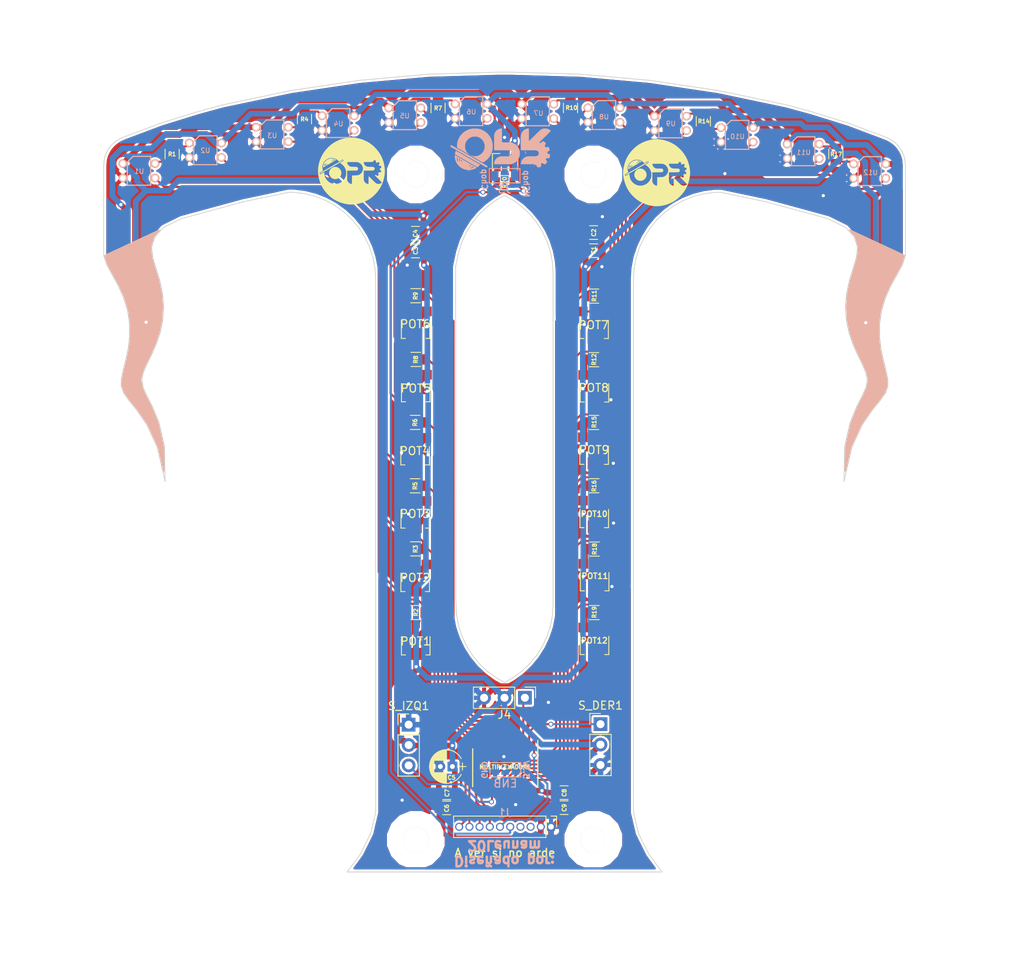
<source format=kicad_pcb>
(kicad_pcb (version 4) (host pcbnew 4.0.7)
  (layers (0 F.Cu signal) (31 B.Cu signal) (34 B.Paste user) (35 F.Paste user) (36 B.SilkS user) (37 F.SilkS user) (38 B.Mask user) (39 F.Mask user) (44 Edge.Cuts user))
  (net 0 "")
  (net 1 +3V3)
  (net 2 GND)
  (net 3 /A6)
  (net 4 /A7)
  (net 5 /D1)
  (net 6 /D2)
  (net 7 /D3)
  (net 8 /D4)
  (net 9 /V_CHOP)
  (net 10 "Net-(J3-Pad3)")
  (net 11 "Net-(J5-Pad2)")
  (net 12 /S_DER)
  (net 13 /S6)
  (net 14 /S5)
  (net 15 /S4)
  (net 16 /S3)
  (net 17 /S2)
  (net 18 /S1)
  (net 19 /S12)
  (net 20 /S11)
  (net 21 /S10)
  (net 22 /S9)
  (net 23 /S8)
  (net 24 /S7)
  (net 25 /S_IZQ)
  (net 26 "Net-(POT1-Pad3)")
  (net 27 "Net-(POT2-Pad3)")
  (net 28 "Net-(POT3-Pad3)")
  (net 29 "Net-(POT4-Pad3)")
  (net 30 "Net-(POT5-Pad3)")
  (net 31 "Net-(POT6-Pad3)")
  (net 32 "Net-(POT7-Pad3)")
  (net 33 "Net-(POT8-Pad3)")
  (net 34 "Net-(POT9-Pad3)")
  (net 35 "Net-(POT10-Pad3)")
  (net 36 "Net-(POT11-Pad3)")
  (net 37 "Net-(POT12-Pad3)")
  (net 38 "Net-(R1-Pad1)")
  (net 39 "Net-(R1-Pad2)")
  (net 40 "Net-(R4-Pad1)")
  (net 41 "Net-(R4-Pad2)")
  (net 42 "Net-(R7-Pad1)")
  (net 43 "Net-(R7-Pad2)")
  (net 44 "Net-(R10-Pad1)")
  (net 45 "Net-(R10-Pad2)")
  (net 46 "Net-(R14-Pad1)")
  (net 47 "Net-(R14-Pad2)")
  (net 48 "Net-(R17-Pad1)")
  (net 49 "Net-(R17-Pad2)")
  (net 50 "Net-(D1-Pad2)")
  (net 51 "Net-(D2-Pad2)")
  (net 52 /OFF)
  (module Mounting_Holes:MountingHole_3.2mm_M3 (layer F.Cu) (at 132.1054 58.06948)
    (fp_text reference "" (at 0 -4.2) (layer F.SilkS))
    (fp_text value MountingHole_3.2mm_M3)
    (pad 1 np_thru_hole circle (at 0 0) (size 3.2 3.2) (drill 3.2) (layers *.Cu *.Mask))
  )
  (module Mounting_Holes:MountingHole_3.2mm_M3 (layer F.Cu) (at 154.19832 58.06948)
    (fp_text reference "" (at 0 -4.2) (layer F.SilkS))
    (fp_text value MountingHole_3.2mm_M3)
    (pad 1 np_thru_hole circle (at 0 0) (size 3.2 3.2) (drill 3.2) (layers *.Cu *.Mask))
  )
  (module Mounting_Holes:MountingHole_3.2mm_M3 (layer F.Cu) (at 154.2034 140.93444)
    (fp_text reference "" (at 0 -4.2) (layer F.SilkS))
    (fp_text value MountingHole_3.2mm_M3)
    (pad 1 np_thru_hole circle (at 0 0) (size 3.2 3.2) (drill 3.2) (layers *.Cu *.Mask))
  )
  (module Capacitors_SMD:C_0805 (layer F.Cu) (at 154.23896 67.564)
    (fp_text reference C1 (at 0.02032 -0.0508 90) (layer F.SilkS) (effects (font (size 0.5 0.5) (thickness 0.125))))
    (fp_text value 1uF)
    (pad 1 smd rect (at -1 0) (size 1 1.25) (layers F.Cu F.Paste F.Mask) (net 1 +3V3))
    (pad 2 smd rect (at 1 0) (size 1 1.25) (layers F.Cu F.Paste F.Mask) (net 2 GND))
  )
  (module Capacitors_SMD:C_0805 (layer F.Cu) (at 154.23896 65.30848)
    (fp_text reference C2 (at 0.03048 0.01524 90) (layer F.SilkS) (effects (font (size 0.5 0.5) (thickness 0.125))))
    (fp_text value 100nF)
    (pad 1 smd rect (at -1 0) (size 1 1.25) (layers F.Cu F.Paste F.Mask) (net 1 +3V3))
    (pad 2 smd rect (at 1 0) (size 1 1.25) (layers F.Cu F.Paste F.Mask) (net 2 GND))
  )
  (module Capacitors_SMD:C_0805 (layer F.Cu) (at 132.05968 67.60464)
    (fp_text reference C3 (at 0.03048 -0.03048 90) (layer F.SilkS) (effects (font (size 0.5 0.5) (thickness 0.125))))
    (fp_text value 1uF)
    (pad 1 smd rect (at -1 0) (size 1 1.25) (layers F.Cu F.Paste F.Mask) (net 2 GND))
    (pad 2 smd rect (at 1 0) (size 1 1.25) (layers F.Cu F.Paste F.Mask) (net 1 +3V3))
  )
  (module Capacitors_SMD:C_0805 (layer F.Cu) (at 132.05968 65.38976)
    (fp_text reference C4 (at 0 0.02032 90) (layer F.SilkS) (effects (font (size 0.5 0.5) (thickness 0.125))))
    (fp_text value 100nF)
    (pad 1 smd rect (at -1 0) (size 1 1.25) (layers F.Cu F.Paste F.Mask) (net 2 GND))
    (pad 2 smd rect (at 1 0) (size 1 1.25) (layers F.Cu F.Paste F.Mask) (net 1 +3V3))
  )
  (module Capacitors_THT:CP_Radial_D4.0mm_P1.50mm (layer F.Cu) (at 136.66216 131.80568 180)
    (fp_text reference C5 (at 0.1016 -1.37668 180) (layer F.SilkS) (effects (font (size 0.5 0.5) (thickness 0.125))))
    (fp_text value CP1)
    (pad 1 thru_hole rect (at 0 0 180) (size 1.2 1.2) (drill 0.6) (layers *.Cu *.Mask) (net 1 +3V3))
    (pad 2 thru_hole circle (at 1.5 0 180) (size 1.2 1.2) (drill 0.6) (layers *.Cu *.Mask) (net 2 GND))
  )
  (module Capacitors_SMD:C_0805 (layer F.Cu) (at 135.94664 136.9568)
    (fp_text reference C6 (at 0.00432 0.04572 90) (layer F.SilkS) (effects (font (size 0.5 0.5) (thickness 0.125))))
    (fp_text value 1uF)
    (pad 1 smd rect (at -1 0) (size 1 1.25) (layers F.Cu F.Paste F.Mask) (net 2 GND))
    (pad 2 smd rect (at 1 0) (size 1 1.25) (layers F.Cu F.Paste F.Mask) (net 1 +3V3))
  )
  (module Capacitors_SMD:C_0805 (layer F.Cu) (at 135.96696 135.07212)
    (fp_text reference C7 (at 0.03988 0.0254 90) (layer F.SilkS) (effects (font (size 0.5 0.5) (thickness 0.125))))
    (fp_text value 100nF)
    (pad 1 smd rect (at -1 0) (size 1 1.25) (layers F.Cu F.Paste F.Mask) (net 2 GND))
    (pad 2 smd rect (at 1 0) (size 1 1.25) (layers F.Cu F.Paste F.Mask) (net 1 +3V3))
  )
  (module Capacitors_SMD:C_0805 (layer F.Cu) (at 150.56104 135.05688 180)
    (fp_text reference C8 (at -0.03556 -0.0254 270) (layer F.SilkS) (effects (font (size 0.5 0.5) (thickness 0.125))))
    (fp_text value C)
    (pad 1 smd rect (at -1 0 180) (size 1 1.25) (layers F.Cu F.Paste F.Mask) (net 2 GND))
    (pad 2 smd rect (at 1 0 180) (size 1 1.25) (layers F.Cu F.Paste F.Mask) (net 1 +3V3))
  )
  (module Capacitors_SMD:C_0805 (layer F.Cu) (at 150.56104 136.9314 180)
    (fp_text reference C9 (at -0.03556 -0.02032 270) (layer F.SilkS) (effects (font (size 0.5 0.5) (thickness 0.125))))
    (fp_text value C)
    (pad 1 smd rect (at -1 0 180) (size 1 1.25) (layers F.Cu F.Paste F.Mask) (net 2 GND))
    (pad 2 smd rect (at 1 0 180) (size 1 1.25) (layers F.Cu F.Paste F.Mask) (net 1 +3V3))
  )
  (module Socket_Strips:Socket_Strip_Straight_1x10_Pitch1.27mm (layer F.Cu) (at 148.93544 139.30884 270)
    (fp_text reference J1 (at -1.73228 5.74548 540) (layer B.SilkS) (effects (justify mirror)))
    (fp_text value Conn_01x10_Female)
    (pad 1 thru_hole rect (at 0 0 270) (size 1 1) (drill 0.7) (layers *.Cu *.Mask) (net 2 GND))
    (pad 2 thru_hole oval (at 0 1.27 270) (size 1 1) (drill 0.7) (layers *.Cu *.Mask) (net 1 +3V3))
    (pad 3 thru_hole oval (at 0 2.54 270) (size 1 1) (drill 0.7) (layers *.Cu *.Mask))
    (pad 4 thru_hole oval (at 0 3.81 270) (size 1 1) (drill 0.7) (layers *.Cu *.Mask))
    (pad 5 thru_hole oval (at 0 5.08 270) (size 1 1) (drill 0.7) (layers *.Cu *.Mask) (net 3 /A6))
    (pad 6 thru_hole oval (at 0 6.35 270) (size 1 1) (drill 0.7) (layers *.Cu *.Mask) (net 4 /A7))
    (pad 7 thru_hole oval (at 0 7.62 270) (size 1 1) (drill 0.7) (layers *.Cu *.Mask) (net 5 /D1))
    (pad 8 thru_hole oval (at 0 8.89 270) (size 1 1) (drill 0.7) (layers *.Cu *.Mask) (net 6 /D2))
    (pad 9 thru_hole oval (at 0 10.16 270) (size 1 1) (drill 0.7) (layers *.Cu *.Mask) (net 7 /D3))
    (pad 10 thru_hole oval (at 0 11.43 270) (size 1 1) (drill 0.7) (layers *.Cu *.Mask) (net 8 /D4))
  )
  (module Connectors:GS3 (layer B.Cu) (at 143.16456 58.23204 90)
    (fp_text reference J3 (at -1.7 0 360) (layer B.SilkS) (effects (justify mirror)))
    (fp_text value GS3)
    (pad 1 smd rect (at 0 1.27 90) (size 1.27 0.97) (layers B.Cu B.Paste B.Mask) (net 9 /V_CHOP))
    (pad 2 smd rect (at 0 0 90) (size 1.27 0.97) (layers B.Cu B.Paste B.Mask) (net 2 GND))
    (pad 3 smd rect (at 0 -1.27 90) (size 1.27 0.97) (layers B.Cu B.Paste B.Mask) (net 10 "Net-(J3-Pad3)"))
  )
  (module Connectors:GS3 (layer B.Cu) (at 143.24584 132.207 90)
    (fp_text reference ENB (at -1.7 0 180) (layer B.SilkS) (effects (justify mirror)))
    (fp_text value GS3)
    (pad 1 smd rect (at 0 1.27 90) (size 1.27 0.97) (layers B.Cu B.Paste B.Mask) (net 1 +3V3))
    (pad 2 smd rect (at 0 0 90) (size 1.27 0.97) (layers B.Cu B.Paste B.Mask) (net 11 "Net-(J5-Pad2)"))
    (pad 3 smd rect (at 0 -1.27 90) (size 1.27 0.97) (layers B.Cu B.Paste B.Mask) (net 2 GND))
  )
  (module Potentiometers:Potentiometer_Trimmer-EVM3E (layer F.Cu) (at 132.09524 116.15928 180)
    (fp_text reference POT1 (at 0.02032 -0.0508 180) (layer F.SilkS))
    (fp_text value 51K)
    (pad 1 smd rect (at -1.4 1.62 180) (size 1.2 1.2) (layers F.Cu F.Paste F.Mask) (net 1 +3V3))
    (pad 3 smd rect (at 1.4 1.62 180) (size 1.2 1.2) (layers F.Cu F.Paste F.Mask) (net 26 "Net-(POT1-Pad3)"))
    (pad 2 smd rect (at 0 -1.62 180) (size 1.6 1.5) (layers F.Cu F.Paste F.Mask) (net 1 +3V3))
  )
  (module Potentiometers:Potentiometer_Trimmer-EVM3E (layer F.Cu) (at 132.02412 108.26496 180)
    (fp_text reference POT2 (at 0 -0.03048 180) (layer F.SilkS))
    (fp_text value 51K)
    (pad 1 smd rect (at -1.4 1.62 180) (size 1.2 1.2) (layers F.Cu F.Paste F.Mask) (net 1 +3V3))
    (pad 3 smd rect (at 1.4 1.62 180) (size 1.2 1.2) (layers F.Cu F.Paste F.Mask) (net 27 "Net-(POT2-Pad3)"))
    (pad 2 smd rect (at 0 -1.62 180) (size 1.6 1.5) (layers F.Cu F.Paste F.Mask) (net 1 +3V3))
  )
  (module Potentiometers:Potentiometer_Trimmer-EVM3E (layer F.Cu) (at 132.04144 100.35996 180)
    (fp_text reference POT3 (at 0.02748 0.02996 180) (layer F.SilkS))
    (fp_text value 51K)
    (pad 1 smd rect (at -1.4 1.62 180) (size 1.2 1.2) (layers F.Cu F.Paste F.Mask) (net 1 +3V3))
    (pad 3 smd rect (at 1.4 1.62 180) (size 1.2 1.2) (layers F.Cu F.Paste F.Mask) (net 28 "Net-(POT3-Pad3)"))
    (pad 2 smd rect (at 0 -1.62 180) (size 1.6 1.5) (layers F.Cu F.Paste F.Mask) (net 1 +3V3))
  )
  (module Potentiometers:Potentiometer_Trimmer-EVM3E (layer F.Cu) (at 132.01904 92.49664 180)
    (fp_text reference POT4 (at 0.03048 -0.01016 180) (layer F.SilkS))
    (fp_text value 51K)
    (pad 1 smd rect (at -1.4 1.62 180) (size 1.2 1.2) (layers F.Cu F.Paste F.Mask) (net 1 +3V3))
    (pad 3 smd rect (at 1.4 1.62 180) (size 1.2 1.2) (layers F.Cu F.Paste F.Mask) (net 29 "Net-(POT4-Pad3)"))
    (pad 2 smd rect (at 0 -1.62 180) (size 1.6 1.5) (layers F.Cu F.Paste F.Mask) (net 1 +3V3))
  )
  (module Potentiometers:Potentiometer_Trimmer-EVM3E (layer F.Cu) (at 132.10032 84.6328 180)
    (fp_text reference POT5 (at 0.01016 -0.08636 180) (layer F.SilkS))
    (fp_text value 51K)
    (pad 1 smd rect (at -1.4 1.62 180) (size 1.2 1.2) (layers F.Cu F.Paste F.Mask) (net 1 +3V3))
    (pad 3 smd rect (at 1.4 1.62 180) (size 1.2 1.2) (layers F.Cu F.Paste F.Mask) (net 30 "Net-(POT5-Pad3)"))
    (pad 2 smd rect (at 0 -1.62 180) (size 1.6 1.5) (layers F.Cu F.Paste F.Mask) (net 1 +3V3))
  )
  (module Potentiometers:Potentiometer_Trimmer-EVM3E (layer F.Cu) (at 132.08508 76.74356 180)
    (fp_text reference POT6 (at 0.0508 0.03556 180) (layer F.SilkS))
    (fp_text value 51K)
    (pad 1 smd rect (at -1.4 1.62 180) (size 1.2 1.2) (layers F.Cu F.Paste F.Mask) (net 1 +3V3))
    (pad 3 smd rect (at 1.4 1.62 180) (size 1.2 1.2) (layers F.Cu F.Paste F.Mask) (net 31 "Net-(POT6-Pad3)"))
    (pad 2 smd rect (at 0 -1.62 180) (size 1.6 1.5) (layers F.Cu F.Paste F.Mask) (net 1 +3V3))
  )
  (module Potentiometers:Potentiometer_Trimmer-EVM3E (layer F.Cu) (at 154.28976 76.7588 180)
    (fp_text reference POT7 (at 0.06096 -0.07112 180) (layer F.SilkS))
    (fp_text value 51K)
    (pad 1 smd rect (at -1.4 1.62 180) (size 1.2 1.2) (layers F.Cu F.Paste F.Mask) (net 1 +3V3))
    (pad 3 smd rect (at 1.4 1.62 180) (size 1.2 1.2) (layers F.Cu F.Paste F.Mask) (net 32 "Net-(POT7-Pad3)"))
    (pad 2 smd rect (at 0 -1.62 180) (size 1.6 1.5) (layers F.Cu F.Paste F.Mask) (net 1 +3V3))
  )
  (module Potentiometers:Potentiometer_Trimmer-EVM3E (layer F.Cu) (at 154.33548 84.66328 180)
    (fp_text reference POT8 (at 0.08636 0.01524 180) (layer F.SilkS))
    (fp_text value 51K)
    (pad 1 smd rect (at -1.4 1.62 180) (size 1.2 1.2) (layers F.Cu F.Paste F.Mask) (net 1 +3V3))
    (pad 3 smd rect (at 1.4 1.62 180) (size 1.2 1.2) (layers F.Cu F.Paste F.Mask) (net 33 "Net-(POT8-Pad3)"))
    (pad 2 smd rect (at 0 -1.62 180) (size 1.6 1.5) (layers F.Cu F.Paste F.Mask) (net 1 +3V3))
  )
  (module Potentiometers:Potentiometer_Trimmer-EVM3E (layer F.Cu) (at 154.29992 92.42552 180)
    (fp_text reference POT9 (at 0 0.04572 180) (layer F.SilkS))
    (fp_text value 51K)
    (pad 1 smd rect (at -1.4 1.62 180) (size 1.2 1.2) (layers F.Cu F.Paste F.Mask) (net 1 +3V3))
    (pad 3 smd rect (at 1.4 1.62 180) (size 1.2 1.2) (layers F.Cu F.Paste F.Mask) (net 34 "Net-(POT9-Pad3)"))
    (pad 2 smd rect (at 0 -1.62 180) (size 1.6 1.5) (layers F.Cu F.Paste F.Mask) (net 1 +3V3))
  )
  (module Potentiometers:Potentiometer_Trimmer-EVM3E (layer F.Cu) (at 154.31516 100.30968 180)
    (fp_text reference POT10 (at 0.01016 -0.04572 180) (layer F.SilkS) (effects (font (size 0.7 0.7))))
    (fp_text value 51K)
    (pad 1 smd rect (at -1.4 1.62 180) (size 1.2 1.2) (layers F.Cu F.Paste F.Mask) (net 1 +3V3))
    (pad 3 smd rect (at 1.4 1.62 180) (size 1.2 1.2) (layers F.Cu F.Paste F.Mask) (net 35 "Net-(POT10-Pad3)"))
    (pad 2 smd rect (at 0 -1.62 180) (size 1.6 1.5) (layers F.Cu F.Paste F.Mask) (net 1 +3V3))
  )
  (module Potentiometers:Potentiometer_Trimmer-EVM3E (layer F.Cu) (at 154.36088 108.1786 180)
    (fp_text reference POT11 (at -0.03348 0.09092 180) (layer F.SilkS) (effects (font (size 0.7 0.7))))
    (fp_text value 51K)
    (pad 1 smd rect (at -1.4 1.62 180) (size 1.2 1.2) (layers F.Cu F.Paste F.Mask) (net 1 +3V3))
    (pad 3 smd rect (at 1.4 1.62 180) (size 1.2 1.2) (layers F.Cu F.Paste F.Mask) (net 36 "Net-(POT11-Pad3)"))
    (pad 2 smd rect (at 0 -1.62 180) (size 1.6 1.5) (layers F.Cu F.Paste F.Mask) (net 1 +3V3))
  )
  (module Potentiometers:Potentiometer_Trimmer-EVM3E (layer F.Cu) (at 154.34564 116.11408 180)
    (fp_text reference POT12 (at 0.0254 -0.00964 180) (layer F.SilkS) (effects (font (size 0.7 0.7))))
    (fp_text value 51K)
    (pad 1 smd rect (at -1.4 1.62 180) (size 1.2 1.2) (layers F.Cu F.Paste F.Mask) (net 1 +3V3))
    (pad 3 smd rect (at 1.4 1.62 180) (size 1.2 1.2) (layers F.Cu F.Paste F.Mask) (net 37 "Net-(POT12-Pad3)"))
    (pad 2 smd rect (at 0 -1.62 180) (size 1.6 1.5) (layers F.Cu F.Paste F.Mask) (net 1 +3V3))
  )
  (module Resistors_SMD:R_0805 (layer F.Cu) (at 101.7778 55.53964 90)
    (fp_text reference R1 (at -0.00508 -0.01016 180) (layer F.SilkS) (effects (font (size 0.5 0.5) (thickness 0.125))))
    (fp_text value 47)
    (pad 1 smd rect (at -0.95 0 90) (size 0.7 1.3) (layers F.Cu F.Paste F.Mask) (net 38 "Net-(R1-Pad1)"))
    (pad 2 smd rect (at 0.95 0 90) (size 0.7 1.3) (layers F.Cu F.Paste F.Mask) (net 39 "Net-(R1-Pad2)"))
  )
  (module Resistors_SMD:R_0805 (layer F.Cu) (at 132.09016 112.62868)
    (fp_text reference R2 (at 0.03556 -0.02032 90) (layer F.SilkS) (effects (font (size 0.5 0.5) (thickness 0.125))))
    (fp_text value 47)
    (pad 1 smd rect (at -0.95 0) (size 0.7 1.3) (layers F.Cu F.Paste F.Mask) (net 26 "Net-(POT1-Pad3)"))
    (pad 2 smd rect (at 0.95 0) (size 0.7 1.3) (layers F.Cu F.Paste F.Mask) (net 18 /S1))
  )
  (module Resistors_SMD:R_0805 (layer F.Cu) (at 132.05968 104.6988)
    (fp_text reference R3 (at 0.01016 0.01524 90) (layer F.SilkS) (effects (font (size 0.5 0.5) (thickness 0.125))))
    (fp_text value 47)
    (pad 1 smd rect (at -0.95 0) (size 0.7 1.3) (layers F.Cu F.Paste F.Mask) (net 27 "Net-(POT2-Pad3)"))
    (pad 2 smd rect (at 0.95 0) (size 0.7 1.3) (layers F.Cu F.Paste F.Mask) (net 17 /S2))
  )
  (module Resistors_SMD:R_0805 (layer F.Cu) (at 118.24716 51.17592 90)
    (fp_text reference R4 (at -0.0254 0.00508 180) (layer F.SilkS) (effects (font (size 0.5 0.5) (thickness 0.125))))
    (fp_text value 47)
    (pad 1 smd rect (at -0.95 0 90) (size 0.7 1.3) (layers F.Cu F.Paste F.Mask) (net 40 "Net-(R4-Pad1)"))
    (pad 2 smd rect (at 0.95 0 90) (size 0.7 1.3) (layers F.Cu F.Paste F.Mask) (net 41 "Net-(R4-Pad2)"))
  )
  (module Resistors_SMD:R_0805 (layer F.Cu) (at 132.00888 96.84512)
    (fp_text reference R5 (at 0.01016 0.01524 90) (layer F.SilkS) (effects (font (size 0.5 0.5) (thickness 0.125))))
    (fp_text value 47)
    (pad 1 smd rect (at -0.95 0) (size 0.7 1.3) (layers F.Cu F.Paste F.Mask) (net 28 "Net-(POT3-Pad3)"))
    (pad 2 smd rect (at 0.95 0) (size 0.7 1.3) (layers F.Cu F.Paste F.Mask) (net 16 /S3))
  )
  (module Resistors_SMD:R_0805 (layer F.Cu) (at 132.01904 88.95588)
    (fp_text reference R6 (at -0.00508 0.01016 90) (layer F.SilkS) (effects (font (size 0.5 0.5) (thickness 0.125))))
    (fp_text value 47)
    (pad 1 smd rect (at -0.95 0) (size 0.7 1.3) (layers F.Cu F.Paste F.Mask) (net 29 "Net-(POT4-Pad3)"))
    (pad 2 smd rect (at 0.95 0) (size 0.7 1.3) (layers F.Cu F.Paste F.Mask) (net 15 /S4))
  )
  (module Resistors_SMD:R_0805 (layer F.Cu) (at 134.874 49.79924 90)
    (fp_text reference R7 (at -0.02032 0 180) (layer F.SilkS) (effects (font (size 0.5 0.5) (thickness 0.125))))
    (fp_text value 47)
    (pad 1 smd rect (at -0.95 0 90) (size 0.7 1.3) (layers F.Cu F.Paste F.Mask) (net 42 "Net-(R7-Pad1)"))
    (pad 2 smd rect (at 0.95 0 90) (size 0.7 1.3) (layers F.Cu F.Paste F.Mask) (net 43 "Net-(R7-Pad2)"))
  )
  (module Resistors_SMD:R_0805 (layer F.Cu) (at 132.1054 81.10728)
    (fp_text reference R8 (at 0 0.01524 90) (layer F.SilkS) (effects (font (size 0.5 0.5) (thickness 0.125))))
    (fp_text value 47)
    (pad 1 smd rect (at -0.95 0) (size 0.7 1.3) (layers F.Cu F.Paste F.Mask) (net 30 "Net-(POT5-Pad3)"))
    (pad 2 smd rect (at 0.95 0) (size 0.7 1.3) (layers F.Cu F.Paste F.Mask) (net 14 /S5))
  )
  (module Resistors_SMD:R_0805 (layer F.Cu) (at 132.06984 73.17232)
    (fp_text reference R9 (at 0.01016 0.0254 90) (layer F.SilkS) (effects (font (size 0.5 0.5) (thickness 0.125))))
    (fp_text value 47)
    (pad 1 smd rect (at -0.95 0) (size 0.7 1.3) (layers F.Cu F.Paste F.Mask) (net 31 "Net-(POT6-Pad3)"))
    (pad 2 smd rect (at 0.95 0) (size 0.7 1.3) (layers F.Cu F.Paste F.Mask) (net 13 /S6))
  )
  (module Resistors_SMD:R_0805 (layer F.Cu) (at 151.3586 49.78908 270)
    (fp_text reference R10 (at -0.01524 -0.11684 360) (layer F.SilkS) (effects (font (size 0.5 0.5) (thickness 0.125))))
    (fp_text value 47)
    (pad 1 smd rect (at -0.95 0 270) (size 0.7 1.3) (layers F.Cu F.Paste F.Mask) (net 44 "Net-(R10-Pad1)"))
    (pad 2 smd rect (at 0.95 0 270) (size 0.7 1.3) (layers F.Cu F.Paste F.Mask) (net 45 "Net-(R10-Pad2)"))
  )
  (module Resistors_SMD:R_0805 (layer F.Cu) (at 154.28468 73.22312 180)
    (fp_text reference R11 (at -0.04064 0.0254 270) (layer F.SilkS) (effects (font (size 0.5 0.5) (thickness 0.125))))
    (fp_text value 47)
    (pad 1 smd rect (at -0.95 0 180) (size 0.7 1.3) (layers F.Cu F.Paste F.Mask) (net 32 "Net-(POT7-Pad3)"))
    (pad 2 smd rect (at 0.95 0 180) (size 0.7 1.3) (layers F.Cu F.Paste F.Mask) (net 24 /S7))
  )
  (module Resistors_SMD:R_0805 (layer F.Cu) (at 154.27452 81.14284)
    (fp_text reference R12 (at 0.02032 -0.0254 90) (layer F.SilkS) (effects (font (size 0.5 0.5) (thickness 0.125))))
    (fp_text value 47)
    (pad 1 smd rect (at -0.95 0) (size 0.7 1.3) (layers F.Cu F.Paste F.Mask) (net 33 "Net-(POT8-Pad3)"))
    (pad 2 smd rect (at 0.95 0) (size 0.7 1.3) (layers F.Cu F.Paste F.Mask) (net 23 /S8))
  )
  (module Resistors_SMD:R_0805 (layer F.Cu) (at 167.894 51.45532 270)
    (fp_text reference R14 (at 0 -0.05588 360) (layer F.SilkS) (effects (font (size 0.5 0.5) (thickness 0.125))))
    (fp_text value 47)
    (pad 1 smd rect (at -0.95 0 270) (size 0.7 1.3) (layers F.Cu F.Paste F.Mask) (net 46 "Net-(R14-Pad1)"))
    (pad 2 smd rect (at 0.95 0 270) (size 0.7 1.3) (layers F.Cu F.Paste F.Mask) (net 47 "Net-(R14-Pad2)"))
  )
  (module Resistors_SMD:R_0805 (layer F.Cu) (at 154.27452 88.96096)
    (fp_text reference R15 (at 0.04064 -0.0508 90) (layer F.SilkS) (effects (font (size 0.5 0.5) (thickness 0.125))))
    (fp_text value 47)
    (pad 1 smd rect (at -0.95 0) (size 0.7 1.3) (layers F.Cu F.Paste F.Mask) (net 34 "Net-(POT9-Pad3)"))
    (pad 2 smd rect (at 0.95 0) (size 0.7 1.3) (layers F.Cu F.Paste F.Mask) (net 22 /S9))
  )
  (module Resistors_SMD:R_0805 (layer F.Cu) (at 154.305 96.84004)
    (fp_text reference R16 (at 0 0.03556 90) (layer F.SilkS) (effects (font (size 0.5 0.5) (thickness 0.125))))
    (fp_text value 47)
    (pad 1 smd rect (at -0.95 0) (size 0.7 1.3) (layers F.Cu F.Paste F.Mask) (net 35 "Net-(POT10-Pad3)"))
    (pad 2 smd rect (at 0.95 0) (size 0.7 1.3) (layers F.Cu F.Paste F.Mask) (net 21 /S10))
  )
  (module Resistors_SMD:R_0805 (layer F.Cu) (at 184.38368 55.53456 270)
    (fp_text reference R17 (at 0.02032 -0.04572 360) (layer F.SilkS) (effects (font (size 0.5 0.5) (thickness 0.125))))
    (fp_text value 47)
    (pad 1 smd rect (at -0.95 0 270) (size 0.7 1.3) (layers F.Cu F.Paste F.Mask) (net 48 "Net-(R17-Pad1)"))
    (pad 2 smd rect (at 0.95 0 270) (size 0.7 1.3) (layers F.Cu F.Paste F.Mask) (net 49 "Net-(R17-Pad2)"))
  )
  (module Resistors_SMD:R_0805 (layer F.Cu) (at 154.35072 104.7242)
    (fp_text reference R18 (at 0.01016 -0.00508 90) (layer F.SilkS) (effects (font (size 0.5 0.5) (thickness 0.125))))
    (fp_text value 47)
    (pad 1 smd rect (at -0.95 0) (size 0.7 1.3) (layers F.Cu F.Paste F.Mask) (net 36 "Net-(POT11-Pad3)"))
    (pad 2 smd rect (at 0.95 0) (size 0.7 1.3) (layers F.Cu F.Paste F.Mask) (net 20 /S11))
  )
  (module Resistors_SMD:R_0805 (layer F.Cu) (at 154.32532 112.63884)
    (fp_text reference R19 (at 0.00508 -0.04064 90) (layer F.SilkS) (effects (font (size 0.5 0.5) (thickness 0.125))))
    (fp_text value 47)
    (pad 1 smd rect (at -0.95 0) (size 0.7 1.3) (layers F.Cu F.Paste F.Mask) (net 37 "Net-(POT12-Pad3)"))
    (pad 2 smd rect (at 0.95 0) (size 0.7 1.3) (layers F.Cu F.Paste F.Mask) (net 19 /S12))
  )
  (module mods:QRE1113 (layer B.Cu) (at 97.64776 57.61736)
    (fp_text reference U1 (at 0.0254 0.06604) (layer B.SilkS) (effects (font (size 0.6 0.6) (thickness 0.1)) (justify mirror)))
    (fp_text value QRE1113)
    (pad 1 thru_hole circle (at -2 -0.9) (size 1.055599 1.055599) (drill 0.7) (layers *.Cu *.Mask B.SilkS) (net 1 +3V3))
    (pad 2 thru_hole circle (at 2 -0.9) (size 1.055599 1.055599) (drill 0.7) (layers *.Cu *.Mask B.SilkS) (net 38 "Net-(R1-Pad1)"))
    (pad 3 thru_hole circle (at 2 0.9) (size 1.055599 1.055599) (drill 0.7) (layers *.Cu *.Mask B.SilkS) (net 18 /S1))
    (pad 4 thru_hole circle (at -2 0.9) (size 1.055599 1.055599) (drill 0.7) (layers *.Cu *.Mask B.SilkS) (net 2 GND))
  )
  (module mods:QRE1113 (layer B.Cu) (at 105.91292 55.05704)
    (fp_text reference U2 (at 0.00508 0.03048) (layer B.SilkS) (effects (font (size 0.6 0.6) (thickness 0.1)) (justify mirror)))
    (fp_text value QRE1113)
    (pad 1 thru_hole circle (at -2 -0.9) (size 1.055599 1.055599) (drill 0.7) (layers *.Cu *.Mask B.SilkS) (net 39 "Net-(R1-Pad2)"))
    (pad 2 thru_hole circle (at 2 -0.9) (size 1.055599 1.055599) (drill 0.7) (layers *.Cu *.Mask B.SilkS) (net 9 /V_CHOP))
    (pad 3 thru_hole circle (at 2 0.9) (size 1.055599 1.055599) (drill 0.7) (layers *.Cu *.Mask B.SilkS) (net 17 /S2))
    (pad 4 thru_hole circle (at -2 0.9) (size 1.055599 1.055599) (drill 0.7) (layers *.Cu *.Mask B.SilkS) (net 2 GND))
  )
  (module mods:QRE1113 (layer B.Cu) (at 114.23396 53.09108)
    (fp_text reference U3 (at 0.00508 0.13716) (layer B.SilkS) (effects (font (size 0.6 0.6) (thickness 0.1)) (justify mirror)))
    (fp_text value QRE1113)
    (pad 1 thru_hole circle (at -2 -0.9) (size 1.055599 1.055599) (drill 0.7) (layers *.Cu *.Mask B.SilkS) (net 1 +3V3))
    (pad 2 thru_hole circle (at 2 -0.9) (size 1.055599 1.055599) (drill 0.7) (layers *.Cu *.Mask B.SilkS) (net 40 "Net-(R4-Pad1)"))
    (pad 3 thru_hole circle (at 2 0.9) (size 1.055599 1.055599) (drill 0.7) (layers *.Cu *.Mask B.SilkS) (net 16 /S3))
    (pad 4 thru_hole circle (at -2 0.9) (size 1.055599 1.055599) (drill 0.7) (layers *.Cu *.Mask B.SilkS) (net 2 GND))
  )
  (module mods:QRE1113 (layer B.Cu) (at 122.43816 51.66868)
    (fp_text reference U4 (at 0.04572 0.1016) (layer B.SilkS) (effects (font (size 0.6 0.6) (thickness 0.1)) (justify mirror)))
    (fp_text value QRE1113)
    (pad 1 thru_hole circle (at -2 -0.9) (size 1.055599 1.055599) (drill 0.7) (layers *.Cu *.Mask B.SilkS) (net 41 "Net-(R4-Pad2)"))
    (pad 2 thru_hole circle (at 2 -0.9) (size 1.055599 1.055599) (drill 0.7) (layers *.Cu *.Mask B.SilkS) (net 9 /V_CHOP))
    (pad 3 thru_hole circle (at 2 0.9) (size 1.055599 1.055599) (drill 0.7) (layers *.Cu *.Mask B.SilkS) (net 15 /S4))
    (pad 4 thru_hole circle (at -2 0.9) (size 1.055599 1.055599) (drill 0.7) (layers *.Cu *.Mask B.SilkS) (net 2 GND))
  )
  (module mods:QRE1113 (layer B.Cu) (at 130.73888 50.69332)
    (fp_text reference U5 (at -0.01016 0.08636) (layer B.SilkS) (effects (font (size 0.6 0.6) (thickness 0.1)) (justify mirror)))
    (fp_text value QRE1113)
    (pad 1 thru_hole circle (at -2 -0.9) (size 1.055599 1.055599) (drill 0.7) (layers *.Cu *.Mask B.SilkS) (net 1 +3V3))
    (pad 2 thru_hole circle (at 2 -0.9) (size 1.055599 1.055599) (drill 0.7) (layers *.Cu *.Mask B.SilkS) (net 42 "Net-(R7-Pad1)"))
    (pad 3 thru_hole circle (at 2 0.9) (size 1.055599 1.055599) (drill 0.7) (layers *.Cu *.Mask B.SilkS) (net 14 /S5))
    (pad 4 thru_hole circle (at -2 0.9) (size 1.055599 1.055599) (drill 0.7) (layers *.Cu *.Mask B.SilkS) (net 2 GND))
  )
  (module mods:QRE1113 (layer B.Cu) (at 138.99388 50.18532)
    (fp_text reference U6 (at 0.0254 0.09652) (layer B.SilkS) (effects (font (size 0.6 0.6) (thickness 0.1)) (justify mirror)))
    (fp_text value QRE1113)
    (pad 1 thru_hole circle (at -2 -0.9) (size 1.055599 1.055599) (drill 0.7) (layers *.Cu *.Mask B.SilkS) (net 43 "Net-(R7-Pad2)"))
    (pad 2 thru_hole circle (at 2 -0.9) (size 1.055599 1.055599) (drill 0.7) (layers *.Cu *.Mask B.SilkS) (net 9 /V_CHOP))
    (pad 3 thru_hole circle (at 2 0.9) (size 1.055599 1.055599) (drill 0.7) (layers *.Cu *.Mask B.SilkS) (net 13 /S6))
    (pad 4 thru_hole circle (at -2 0.9) (size 1.055599 1.055599) (drill 0.7) (layers *.Cu *.Mask B.SilkS) (net 2 GND))
  )
  (module mods:QRE1113 (layer B.Cu) (at 147.27936 50.21072)
    (fp_text reference U7 (at 0.10668 0.24384) (layer B.SilkS) (effects (font (size 0.6 0.6) (thickness 0.1)) (justify mirror)))
    (fp_text value QRE1113)
    (pad 1 thru_hole circle (at -2 -0.9) (size 1.055599 1.055599) (drill 0.7) (layers *.Cu *.Mask B.SilkS) (net 1 +3V3))
    (pad 2 thru_hole circle (at 2 -0.9) (size 1.055599 1.055599) (drill 0.7) (layers *.Cu *.Mask B.SilkS) (net 44 "Net-(R10-Pad1)"))
    (pad 3 thru_hole circle (at 2 0.9) (size 1.055599 1.055599) (drill 0.7) (layers *.Cu *.Mask B.SilkS) (net 24 /S7))
    (pad 4 thru_hole circle (at -2 0.9) (size 1.055599 1.055599) (drill 0.7) (layers *.Cu *.Mask B.SilkS) (net 2 GND))
  )
  (module mods:QRE1113 (layer B.Cu) (at 155.5242 50.673)
    (fp_text reference U8 (at 0.01016 0.2286) (layer B.SilkS) (effects (font (size 0.6 0.6) (thickness 0.1)) (justify mirror)))
    (fp_text value QRE1113)
    (pad 1 thru_hole circle (at -2 -0.9) (size 1.055599 1.055599) (drill 0.7) (layers *.Cu *.Mask B.SilkS) (net 45 "Net-(R10-Pad2)"))
    (pad 2 thru_hole circle (at 2 -0.9) (size 1.055599 1.055599) (drill 0.7) (layers *.Cu *.Mask B.SilkS) (net 9 /V_CHOP))
    (pad 3 thru_hole circle (at 2 0.9) (size 1.055599 1.055599) (drill 0.7) (layers *.Cu *.Mask B.SilkS) (net 23 /S8))
    (pad 4 thru_hole circle (at -2 0.9) (size 1.055599 1.055599) (drill 0.7) (layers *.Cu *.Mask B.SilkS) (net 2 GND))
  )
  (module mods:QRE1113 (layer B.Cu) (at 163.8046 51.70932)
    (fp_text reference U9 (at 0.04572 0.03556) (layer B.SilkS) (effects (font (size 0.6 0.6) (thickness 0.1)) (justify mirror)))
    (fp_text value QRE1113)
    (pad 1 thru_hole circle (at -2 -0.9) (size 1.055599 1.055599) (drill 0.7) (layers *.Cu *.Mask B.SilkS) (net 1 +3V3))
    (pad 2 thru_hole circle (at 2 -0.9) (size 1.055599 1.055599) (drill 0.7) (layers *.Cu *.Mask B.SilkS) (net 46 "Net-(R14-Pad1)"))
    (pad 3 thru_hole circle (at 2 0.9) (size 1.055599 1.055599) (drill 0.7) (layers *.Cu *.Mask B.SilkS) (net 22 /S9))
    (pad 4 thru_hole circle (at -2 0.9) (size 1.055599 1.055599) (drill 0.7) (layers *.Cu *.Mask B.SilkS) (net 2 GND))
  )
  (module mods:QRE1113 (layer B.Cu) (at 172.09516 53.14188)
    (fp_text reference U10 (at 0.0508 0.20828) (layer B.SilkS) (effects (font (size 0.6 0.6) (thickness 0.1)) (justify mirror)))
    (fp_text value QRE1113)
    (pad 1 thru_hole circle (at -2 -0.9) (size 1.055599 1.055599) (drill 0.7) (layers *.Cu *.Mask B.SilkS) (net 47 "Net-(R14-Pad2)"))
    (pad 2 thru_hole circle (at 2 -0.9) (size 1.055599 1.055599) (drill 0.7) (layers *.Cu *.Mask B.SilkS) (net 9 /V_CHOP))
    (pad 3 thru_hole circle (at 2 0.9) (size 1.055599 1.055599) (drill 0.7) (layers *.Cu *.Mask B.SilkS) (net 21 /S10))
    (pad 4 thru_hole circle (at -2 0.9) (size 1.055599 1.055599) (drill 0.7) (layers *.Cu *.Mask B.SilkS) (net 2 GND))
  )
  (module mods:QRE1113 (layer B.Cu) (at 180.32476 55.18404)
    (fp_text reference U11 (at 0.04064 0.14732) (layer B.SilkS) (effects (font (size 0.6 0.6) (thickness 0.1)) (justify mirror)))
    (fp_text value QRE1113)
    (pad 1 thru_hole circle (at -2 -0.9) (size 1.055599 1.055599) (drill 0.7) (layers *.Cu *.Mask B.SilkS) (net 1 +3V3))
    (pad 2 thru_hole circle (at 2 -0.9) (size 1.055599 1.055599) (drill 0.7) (layers *.Cu *.Mask B.SilkS) (net 48 "Net-(R17-Pad1)"))
    (pad 3 thru_hole circle (at 2 0.9) (size 1.055599 1.055599) (drill 0.7) (layers *.Cu *.Mask B.SilkS) (net 20 /S11))
    (pad 4 thru_hole circle (at -2 0.9) (size 1.055599 1.055599) (drill 0.7) (layers *.Cu *.Mask B.SilkS) (net 2 GND))
  )
  (module mods:QRE1113 (layer B.Cu) (at 188.60008 57.658)
    (fp_text reference U12 (at 0.11176 0.1778) (layer B.SilkS) (effects (font (size 0.6 0.6) (thickness 0.1)) (justify mirror)))
    (fp_text value QRE1113)
    (pad 1 thru_hole circle (at -2 -0.9) (size 1.055599 1.055599) (drill 0.7) (layers *.Cu *.Mask B.SilkS) (net 49 "Net-(R17-Pad2)"))
    (pad 2 thru_hole circle (at 2 -0.9) (size 1.055599 1.055599) (drill 0.7) (layers *.Cu *.Mask B.SilkS) (net 9 /V_CHOP))
    (pad 3 thru_hole circle (at 2 0.9) (size 1.055599 1.055599) (drill 0.7) (layers *.Cu *.Mask B.SilkS) (net 19 /S12))
    (pad 4 thru_hole circle (at -2 0.9) (size 1.055599 1.055599) (drill 0.7) (layers *.Cu *.Mask B.SilkS) (net 2 GND))
  )
  (module Socket_Strips:Socket_Strip_Straight_1x03_Pitch2.54mm (layer F.Cu) (at 145.68424 123.24588 270)
    (fp_text reference J4 (at 2.1082 2.55016 360) (layer F.SilkS))
    (fp_text value Conn_01x03)
    (pad 1 thru_hole rect (at 0 0 270) (size 1.7 1.7) (drill 1) (layers *.Cu *.Mask) (net 52 /OFF))
    (pad 2 thru_hole oval (at 0 2.54 270) (size 1.7 1.7) (drill 1) (layers *.Cu *.Mask) (net 1 +3V3))
    (pad 3 thru_hole oval (at 0 5.08 270) (size 1.7 1.7) (drill 1) (layers *.Cu *.Mask) (net 2 GND))
  )
  (module Housings_SSOP:TSSOP-24_4.4x7.8mm_Pitch0.65mm (layer F.Cu) (at 143.21028 131.95808 270)
    (fp_text reference MULTIPLEXADOR1 (at -0.08636 -0.00508 360) (layer F.SilkS) (effects (font (size 0.5 0.5) (thickness 0.125))))
    (fp_text value CD74HC4067)
    (pad 1 smd rect (at -2.85 -3.575 270) (size 1.1 0.4) (layers F.Cu F.Paste F.Mask) (net 4 /A7))
    (pad 2 smd rect (at -2.85 -2.925 270) (size 1.1 0.4) (layers F.Cu F.Paste F.Mask) (net 12 /S_DER))
    (pad 3 smd rect (at -2.85 -2.275 270) (size 1.1 0.4) (layers F.Cu F.Paste F.Mask) (net 52 /OFF))
    (pad 4 smd rect (at -2.85 -1.625 270) (size 1.1 0.4) (layers F.Cu F.Paste F.Mask) (net 13 /S6))
    (pad 5 smd rect (at -2.85 -0.975 270) (size 1.1 0.4) (layers F.Cu F.Paste F.Mask) (net 14 /S5))
    (pad 6 smd rect (at -2.85 -0.325 270) (size 1.1 0.4) (layers F.Cu F.Paste F.Mask) (net 15 /S4))
    (pad 7 smd rect (at -2.85 0.325 270) (size 1.1 0.4) (layers F.Cu F.Paste F.Mask) (net 16 /S3))
    (pad 8 smd rect (at -2.85 0.975 270) (size 1.1 0.4) (layers F.Cu F.Paste F.Mask) (net 17 /S2))
    (pad 9 smd rect (at -2.85 1.625 270) (size 1.1 0.4) (layers F.Cu F.Paste F.Mask) (net 18 /S1))
    (pad 10 smd rect (at -2.85 2.275 270) (size 1.1 0.4) (layers F.Cu F.Paste F.Mask) (net 7 /D3))
    (pad 11 smd rect (at -2.85 2.925 270) (size 1.1 0.4) (layers F.Cu F.Paste F.Mask) (net 8 /D4))
    (pad 12 smd rect (at -2.85 3.575 270) (size 1.1 0.4) (layers F.Cu F.Paste F.Mask) (net 2 GND))
    (pad 13 smd rect (at 2.85 3.575 270) (size 1.1 0.4) (layers F.Cu F.Paste F.Mask) (net 6 /D2))
    (pad 14 smd rect (at 2.85 2.925 270) (size 1.1 0.4) (layers F.Cu F.Paste F.Mask) (net 5 /D1))
    (pad 15 smd rect (at 2.85 2.275 270) (size 1.1 0.4) (layers F.Cu F.Paste F.Mask) (net 11 "Net-(J5-Pad2)"))
    (pad 16 smd rect (at 2.85 1.625 270) (size 1.1 0.4) (layers F.Cu F.Paste F.Mask) (net 25 /S_IZQ))
    (pad 17 smd rect (at 2.85 0.975 270) (size 1.1 0.4) (layers F.Cu F.Paste F.Mask) (net 24 /S7))
    (pad 18 smd rect (at 2.85 0.325 270) (size 1.1 0.4) (layers F.Cu F.Paste F.Mask) (net 23 /S8))
    (pad 19 smd rect (at 2.85 -0.325 270) (size 1.1 0.4) (layers F.Cu F.Paste F.Mask) (net 22 /S9))
    (pad 20 smd rect (at 2.85 -0.975 270) (size 1.1 0.4) (layers F.Cu F.Paste F.Mask) (net 21 /S10))
    (pad 21 smd rect (at 2.85 -1.625 270) (size 1.1 0.4) (layers F.Cu F.Paste F.Mask) (net 20 /S11))
    (pad 22 smd rect (at 2.85 -2.275 270) (size 1.1 0.4) (layers F.Cu F.Paste F.Mask) (net 19 /S12))
    (pad 23 smd rect (at 2.85 -2.925 270) (size 1.1 0.4) (layers F.Cu F.Paste F.Mask))
    (pad 24 smd rect (at 2.85 -3.575 270) (size 1.1 0.4) (layers F.Cu F.Paste F.Mask) (net 1 +3V3))
  )
  (module TO_SOT_Packages_SMD:SOT-23 (layer F.Cu) (at 143.21536 56.23052 90)
    (fp_text reference Q1 (at 0.0254 -0.03556 180) (layer F.SilkS) (effects (font (size 0.5 0.5) (thickness 0.125))))
    (fp_text value BSS83P)
    (pad 1 smd rect (at -1 -0.95 90) (size 0.9 0.8) (layers F.Cu F.Paste F.Mask) (net 3 /A6))
    (pad 2 smd rect (at -1 0.95 90) (size 0.9 0.8) (layers F.Cu F.Paste F.Mask) (net 10 "Net-(J3-Pad3)"))
    (pad 3 smd rect (at 1 0 90) (size 0.9 0.8) (layers F.Cu F.Paste F.Mask) (net 9 /V_CHOP))
  )
  (module Resistors_SMD:R_0805 (layer F.Cu) (at 143.17472 59.09056 180)
    (fp_text reference R20 (at 0.00508 0.02032 270) (layer F.SilkS) (effects (font (size 0.5 0.5) (thickness 0.125))))
    (fp_text value 10k)
    (pad 1 smd rect (at -0.95 0 180) (size 0.7 1.3) (layers F.Cu F.Paste F.Mask) (net 10 "Net-(J3-Pad3)"))
    (pad 2 smd rect (at 0.95 0 180) (size 0.7 1.3) (layers F.Cu F.Paste F.Mask) (net 3 /A6))
  )
  (module Socket_Strips:Socket_Strip_Straight_1x03_Pitch2.54mm (layer F.Cu) (at 155.0924 126.53264)
    (fp_text reference S_DER1 (at 0 -2.33) (layer F.SilkS))
    (fp_text value Conn_01x03)
    (pad 1 thru_hole rect (at 0 0) (size 1.7 1.7) (drill 1) (layers *.Cu *.Mask) (net 12 /S_DER))
    (pad 2 thru_hole oval (at 0 2.54) (size 1.7 1.7) (drill 1) (layers *.Cu *.Mask) (net 1 +3V3))
    (pad 3 thru_hole oval (at 0 5.08) (size 1.7 1.7) (drill 1) (layers *.Cu *.Mask) (net 2 GND))
  )
  (module Socket_Strips:Socket_Strip_Straight_1x03_Pitch2.54mm (layer F.Cu) (at 131.2164 126.5936)
    (fp_text reference S_IZQ1 (at 0 -2.33) (layer F.SilkS))
    (fp_text value Conn_01x03)
    (pad 1 thru_hole rect (at 0 0) (size 1.7 1.7) (drill 1) (layers *.Cu *.Mask) (net 2 GND))
    (pad 2 thru_hole oval (at 0 2.54) (size 1.7 1.7) (drill 1) (layers *.Cu *.Mask) (net 1 +3V3))
    (pad 3 thru_hole oval (at 0 5.08) (size 1.7 1.7) (drill 1) (layers *.Cu *.Mask) (net 25 /S_IZQ))
  )
  (module Mounting_Holes:MountingHole_3.2mm_M3 (layer F.Cu) (at 132.11048 140.9446)
    (fp_text reference "" (at 0 -4.2) (layer F.SilkS))
    (fp_text value MountingHole_3.2mm_M3)
    (pad 1 np_thru_hole circle (at 0 0) (size 3.2 3.2) (drill 3.2) (layers *.Cu *.Mask))
  )
  (module Resistors_SMD:R_0805 (layer B.Cu) (at 98.54184 75.52436 270)
    (fp_text reference R13 (at -0.00508 -0.01524 360) (layer B.SilkS) (effects (font (size 0.5 0.5) (thickness 0.125)) (justify mirror)))
    (fp_text value 150)
    (pad 1 smd rect (at -0.95 0 270) (size 0.7 1.3) (layers B.Cu B.Paste B.Mask) (net 1 +3V3))
    (pad 2 smd rect (at 0.95 0 270) (size 0.7 1.3) (layers B.Cu B.Paste B.Mask) (net 50 "Net-(D1-Pad2)"))
  )
  (module Resistors_SMD:R_0805 (layer B.Cu) (at 188.05652 75.438 270)
    (fp_text reference R21 (at 0.0254 0.01016 360) (layer B.SilkS) (effects (font (size 0.5 0.5) (thickness 0.125)) (justify mirror)))
    (fp_text value 150)
    (pad 1 smd rect (at -0.95 0 270) (size 0.7 1.3) (layers B.Cu B.Paste B.Mask) (net 1 +3V3))
    (pad 2 smd rect (at 0.95 0 270) (size 0.7 1.3) (layers B.Cu B.Paste B.Mask) (net 51 "Net-(D2-Pad2)"))
  )
  (module LEDs:LED_0805 (layer F.Cu) (at 98.49612 75.5142 270)
    (fp_text reference D1 (at 0.01524 -0.04064 360) (layer F.SilkS) (effects (font (size 0.5 0.5) (thickness 0.125))))
    (fp_text value LED)
    (pad 2 smd rect (at 1.1 0 90) (size 1.2 1.2) (layers F.Cu F.Paste F.Mask) (net 50 "Net-(D1-Pad2)"))
    (pad 1 smd rect (at -1.1 0 90) (size 1.2 1.2) (layers F.Cu F.Paste F.Mask) (net 9 /V_CHOP))
  )
  (module LEDs:LED_0805 (layer F.Cu) (at 188.1124 75.438 270)
    (fp_text reference D2 (at 0.01524 0.0254 360) (layer F.SilkS) (effects (font (size 0.5 0.5) (thickness 0.125))))
    (fp_text value LED)
    (pad 2 smd rect (at 1.1 0 90) (size 1.2 1.2) (layers F.Cu F.Paste F.Mask) (net 51 "Net-(D2-Pad2)"))
    (pad 1 smd rect (at -1.1 0 90) (size 1.2 1.2) (layers F.Cu F.Paste F.Mask) (net 9 /V_CHOP))
  )
  (module "Librerias manu:opr1" (layer F.Cu) (at 124.09424 57.63768)
    (fp_text reference G*** hide)
    (fp_text value LOGO hide)
  )
  (module "Librerias manu:opr1" (layer F.Cu) (at 162.08248 57.85104)
    (fp_text reference G*** hide)
    (fp_text value LOGO hide)
  )
  (module "Librerias manu:opr2" (layer B.Cu) (at 142.53464 54.97576)
    (fp_text reference "" hide)
    (fp_text value "" hide)
  )
  (gr_text "A ver si no arde" (at 143.19504 142.55496) (layer F.SilkS) (effects (font (size 1 1) (thickness 0.18))))
  (gr_text NChop (at 145.8722 59.22772 270) (layer B.SilkS) (effects (font (size 0.7 0.7)) (justify mirror)))
  (gr_text Chop (at 140.66012 58.68416 270) (layer B.SilkS) (effects (font (size 0.7 0.7)) (justify mirror)))
  (gr_text 3.3V (at 145.83156 132.20192 270) (layer B.SilkS) (effects (font (size 0.7 0.7)) (justify mirror)))
  (gr_text GND (at 140.62964 132.22732 270) (layer B.SilkS) (effects (font (size 0.7 0.7)) (justify mirror)))
  (gr_text "Diseñado por:\n20Leunam" (at 143.14424 142.60576 180) (layer B.SilkS) (effects (font (size 1.2 1.2) (thickness 0.3)) (justify mirror)))
  (gr_line (start 137.06348 69.51472) (end 137.44956 67.70624) (layer Edge.Cuts) (width 0.1))
  (gr_line (start 137.06856 110.8456) (end 137.11936 111.73968) (layer Edge.Cuts) (width 0.1))
  (gr_line (start 144.158333 61.235468) (end 143.194323 60.70591) (layer Edge.Cuts) (width 0.1))
  (gr_line (start 190.327355 81.273357) (end 190.644196 82.508288) (layer Edge.Cuts) (width 0.1))
  (gr_line (start 190.023528 79.861636) (end 190.327355 81.273357) (layer Edge.Cuts) (width 0.1))
  (gr_line (start 189.835361 78.310727) (end 190.023528 79.861636) (layer Edge.Cuts) (width 0.1))
  (gr_line (start 189.840885 76.679037) (end 189.835361 78.310727) (layer Edge.Cuts) (width 0.1))
  (gr_line (start 190.08311 75.034518) (end 189.840885 76.679037) (layer Edge.Cuts) (width 0.1))
  (gr_line (start 191.228367 71.954926) (end 190.561935 73.442832) (layer Edge.Cuts) (width 0.1))
  (gr_line (start 190.561935 73.442832) (end 190.08311 75.034518) (layer Edge.Cuts) (width 0.1))
  (gr_line (start 191.981051 70.594026) (end 191.228367 71.954926) (layer Edge.Cuts) (width 0.1))
  (gr_line (start 193.053517 68.184389) (end 192.665112 69.342046) (layer Edge.Cuts) (width 0.1))
  (gr_line (start 192.665112 69.342046) (end 191.981051 70.594026) (layer Edge.Cuts) (width 0.1))
  (gr_line (start 193.053517 68.184389) (end 193.053517 56.943405) (layer Edge.Cuts) (width 0.1))
  (gr_line (start 93.253495 56.943405) (end 93.333484 56.175612) (layer Edge.Cuts) (width 0.1))
  (gr_line (start 94.465785 54.19355) (end 94.764249 53.947995) (layer Edge.Cuts) (width 0.1))
  (gr_line (start 169.750655 47.623286) (end 178.209447 49.398796) (layer Edge.Cuts) (width 0.1))
  (gr_line (start 133.714437 45.585231) (end 125.105269 46.350616) (layer Edge.Cuts) (width 0.1))
  (gr_line (start 93.570015 55.440794) (end 93.744062 55.095707) (layer Edge.Cuts) (width 0.1))
  (gr_line (start 95.086552 53.734689) (end 95.429221 53.555928) (layer Edge.Cuts) (width 0.1))
  (gr_line (start 95.747437 53.416874) (end 95.429221 53.555928) (layer Edge.Cuts) (width 0.1))
  (gr_line (start 94.194371 54.468709) (end 94.465785 54.19355) (layer Edge.Cuts) (width 0.1))
  (gr_line (start 100.335099 51.689683) (end 95.747437 53.416874) (layer Edge.Cuts) (width 0.1))
  (gr_line (start 93.333484 56.175612) (end 93.432663 55.802059) (layer Edge.Cuts) (width 0.1))
  (gr_line (start 116.556356 47.623286) (end 108.097564 49.398796) (layer Edge.Cuts) (width 0.1))
  (gr_line (start 93.432663 55.802059) (end 93.570015 55.440794) (layer Edge.Cuts) (width 0.1))
  (gr_line (start 93.253495 68.184389) (end 93.253495 56.943405) (layer Edge.Cuts) (width 0.1))
  (gr_line (start 192.11264 54.468709) (end 191.841227 54.19355) (layer Edge.Cuts) (width 0.1))
  (gr_line (start 93.744062 55.095707) (end 93.952931 54.770511) (layer Edge.Cuts) (width 0.1))
  (gr_line (start 144.031524 45.332121) (end 152.592575 45.585231) (layer Edge.Cuts) (width 0.1))
  (gr_line (start 142.275487 45.332121) (end 133.714437 45.585231) (layer Edge.Cuts) (width 0.1))
  (gr_line (start 191.841227 54.19355) (end 191.542762 53.947995) (layer Edge.Cuts) (width 0.1))
  (gr_line (start 94.764249 53.947995) (end 95.086552 53.734689) (layer Edge.Cuts) (width 0.1))
  (gr_line (start 93.253495 68.184389) (end 93.641899 69.342046) (layer Edge.Cuts) (width 0.1))
  (gr_line (start 104.972889 50.250171) (end 100.335099 51.689683) (layer Edge.Cuts) (width 0.1))
  (gr_line (start 192.354081 54.770511) (end 192.11264 54.468709) (layer Edge.Cuts) (width 0.1))
  (gr_line (start 108.097564 49.398796) (end 104.972889 50.250171) (layer Edge.Cuts) (width 0.1))
  (gr_line (start 93.952931 54.770511) (end 94.194371 54.468709) (layer Edge.Cuts) (width 0.1))
  (gr_line (start 191.22046 53.734689) (end 190.87779 53.555928) (layer Edge.Cuts) (width 0.1))
  (gr_line (start 191.542762 53.947995) (end 191.22046 53.734689) (layer Edge.Cuts) (width 0.1))
  (gr_line (start 152.592575 45.585231) (end 161.201743 46.350616) (layer Edge.Cuts) (width 0.1))
  (gr_line (start 190.559575 53.416874) (end 190.87779 53.555928) (layer Edge.Cuts) (width 0.1))
  (gr_line (start 185.971913 51.689683) (end 190.559575 53.416874) (layer Edge.Cuts) (width 0.1))
  (gr_line (start 181.334122 50.250171) (end 185.971913 51.689683) (layer Edge.Cuts) (width 0.1))
  (gr_line (start 178.209447 49.398796) (end 181.334122 50.250171) (layer Edge.Cuts) (width 0.1))
  (gr_line (start 131.451325 139.534408) (end 131.632307 139.462752) (layer Edge.Cuts) (width 0.1))
  (gr_line (start 130.561281 140.936894) (end 130.573503 140.742627) (layer Edge.Cuts) (width 0.1))
  (gr_line (start 153.207716 142.131193) (end 153.365192 142.245606) (layer Edge.Cuts) (width 0.1))
  (gr_line (start 130.573503 140.742627) (end 130.609977 140.551423) (layer Edge.Cuts) (width 0.1))
  (gr_line (start 153.535767 142.33938) (end 153.716749 142.411036) (layer Edge.Cuts) (width 0.1))
  (gr_line (start 132.01396 139.389948) (end 132.208611 139.389948) (layer Edge.Cuts) (width 0.1))
  (gr_line (start 130.609977 141.322364) (end 130.573503 141.131161) (layer Edge.Cuts) (width 0.1))
  (gr_line (start 133.099295 142.131193) (end 132.941819 142.245606) (layer Edge.Cuts) (width 0.1))
  (gr_line (start 130.753006 141.683614) (end 130.670127 141.507488) (layer Edge.Cuts) (width 0.1))
  (gr_line (start 130.670127 140.366299) (end 130.753006 140.190173) (layer Edge.Cuts) (width 0.1))
  (gr_line (start 132.771245 139.534408) (end 132.941819 139.628181) (layer Edge.Cuts) (width 0.1))
  (gr_line (start 155.554006 141.683614) (end 155.636884 141.507488) (layer Edge.Cuts) (width 0.1))
  (gr_line (start 155.554006 140.190173) (end 155.449706 140.025824) (layer Edge.Cuts) (width 0.1))
  (gr_line (start 133.649068 141.131161) (end 133.612594 141.322364) (layer Edge.Cuts) (width 0.1))
  (gr_line (start 152.754569 140.366299) (end 152.694418 140.551423) (layer Edge.Cuts) (width 0.1))
  (gr_line (start 152.837447 140.190173) (end 152.754569 140.366299) (layer Edge.Cuts) (width 0.1))
  (gr_line (start 154.486168 139.414344) (end 154.293052 139.389948) (layer Edge.Cuts) (width 0.1))
  (gr_line (start 154.293052 139.389948) (end 154.098401 139.389948) (layer Edge.Cuts) (width 0.1))
  (gr_line (start 155.02626 139.628181) (end 154.855686 139.534408) (layer Edge.Cuts) (width 0.1))
  (gr_line (start 152.657944 140.742627) (end 152.645722 140.936894) (layer Edge.Cuts) (width 0.1))
  (gr_line (start 132.401727 142.459443) (end 132.208611 142.48384) (layer Edge.Cuts) (width 0.1))
  (gr_line (start 155.325631 139.875842) (end 155.183737 139.742595) (layer Edge.Cuts) (width 0.1))
  (gr_line (start 131.123275 142.131193) (end 130.98138 141.997945) (layer Edge.Cuts) (width 0.1))
  (gr_line (start 153.065822 139.875842) (end 152.941746 140.025824) (layer Edge.Cuts) (width 0.1))
  (gr_line (start 155.183737 139.742595) (end 155.02626 139.628181) (layer Edge.Cuts) (width 0.1))
  (gr_line (start 132.590263 139.462752) (end 132.771245 139.534408) (layer Edge.Cuts) (width 0.1))
  (gr_line (start 155.183737 142.131193) (end 155.325631 141.997945) (layer Edge.Cuts) (width 0.1))
  (gr_line (start 152.941746 141.847964) (end 153.065822 141.997945) (layer Edge.Cuts) (width 0.1))
  (gr_line (start 130.857305 140.025824) (end 130.98138 139.875842) (layer Edge.Cuts) (width 0.1))
  (gr_line (start 154.098401 142.48384) (end 154.293052 142.48384) (layer Edge.Cuts) (width 0.1))
  (gr_line (start 154.674704 142.411036) (end 154.855686 142.33938) (layer Edge.Cuts) (width 0.1))
  (gr_line (start 153.905284 142.459443) (end 154.098401 142.48384) (layer Edge.Cuts) (width 0.1))
  (gr_line (start 152.837447 141.683614) (end 152.941746 141.847964) (layer Edge.Cuts) (width 0.1))
  (gr_line (start 155.733509 141.131161) (end 155.745731 140.936894) (layer Edge.Cuts) (width 0.1))
  (gr_line (start 153.365192 142.245606) (end 153.535767 142.33938) (layer Edge.Cuts) (width 0.1))
  (gr_line (start 132.941819 142.245606) (end 132.771245 142.33938) (layer Edge.Cuts) (width 0.1))
  (gr_line (start 153.207716 139.742595) (end 153.065822 139.875842) (layer Edge.Cuts) (width 0.1))
  (gr_line (start 155.325631 141.997945) (end 155.449706 141.847964) (layer Edge.Cuts) (width 0.1))
  (gr_line (start 155.697035 141.322364) (end 155.733509 141.131161) (layer Edge.Cuts) (width 0.1))
  (gr_line (start 133.469565 140.190173) (end 133.552443 140.366299) (layer Edge.Cuts) (width 0.1))
  (gr_line (start 154.098401 139.389948) (end 153.905284 139.414344) (layer Edge.Cuts) (width 0.1))
  (gr_line (start 154.674704 139.462752) (end 154.486168 139.414344) (layer Edge.Cuts) (width 0.1))
  (gr_line (start 152.694418 141.322364) (end 152.754569 141.507488) (layer Edge.Cuts) (width 0.1))
  (gr_line (start 133.552443 141.507488) (end 133.469565 141.683614) (layer Edge.Cuts) (width 0.1))
  (gr_line (start 155.02626 142.245606) (end 155.183737 142.131193) (layer Edge.Cuts) (width 0.1))
  (gr_line (start 133.099295 139.742595) (end 133.24119 139.875842) (layer Edge.Cuts) (width 0.1))
  (gr_line (start 152.645722 140.936894) (end 152.657944 141.131161) (layer Edge.Cuts) (width 0.1))
  (gr_line (start 152.657944 141.131161) (end 152.694418 141.322364) (layer Edge.Cuts) (width 0.1))
  (gr_line (start 154.855686 139.534408) (end 154.674704 139.462752) (layer Edge.Cuts) (width 0.1))
  (gr_line (start 133.365265 140.025824) (end 133.469565 140.190173) (layer Edge.Cuts) (width 0.1))
  (gr_line (start 153.905284 139.414344) (end 153.716749 139.462752) (layer Edge.Cuts) (width 0.1))
  (gr_line (start 155.733509 140.742627) (end 155.697035 140.551423) (layer Edge.Cuts) (width 0.1))
  (gr_line (start 153.365192 139.628181) (end 153.207716 139.742595) (layer Edge.Cuts) (width 0.1))
  (gr_line (start 133.469565 141.683614) (end 133.365265 141.847964) (layer Edge.Cuts) (width 0.1))
  (gr_line (start 132.401727 139.414344) (end 132.590263 139.462752) (layer Edge.Cuts) (width 0.1))
  (gr_line (start 132.941819 139.628181) (end 133.099295 139.742595) (layer Edge.Cuts) (width 0.1))
  (gr_line (start 131.820843 139.414344) (end 132.01396 139.389948) (layer Edge.Cuts) (width 0.1))
  (gr_line (start 133.24119 141.997945) (end 133.099295 142.131193) (layer Edge.Cuts) (width 0.1))
  (gr_line (start 153.535767 139.534408) (end 153.365192 139.628181) (layer Edge.Cuts) (width 0.1))
  (gr_line (start 153.065822 141.997945) (end 153.207716 142.131193) (layer Edge.Cuts) (width 0.1))
  (gr_line (start 152.754569 141.507488) (end 152.837447 141.683614) (layer Edge.Cuts) (width 0.1))
  (gr_line (start 132.208611 139.389948) (end 132.401727 139.414344) (layer Edge.Cuts) (width 0.1))
  (gr_line (start 130.857305 141.847964) (end 130.753006 141.683614) (layer Edge.Cuts) (width 0.1))
  (gr_line (start 127.109434 134.50594) (end 127.109434 71.128687) (layer Edge.Cuts) (width 0.1))
  (gr_line (start 159.197577 134.50594) (end 159.197577 71.128687) (layer Edge.Cuts) (width 0.1))
  (gr_line (start 160.540889 65.898504) (end 161.271642 64.747463) (layer Edge.Cuts) (width 0.1))
  (gr_line (start 125.766122 65.898504) (end 125.03537 64.747463) (layer Edge.Cuts) (width 0.1))
  (gr_line (start 126.768244 68.428719) (end 126.346801 67.132078) (layer Edge.Cuts) (width 0.1))
  (gr_line (start 161.271642 64.747463) (end 162.140936 63.697121) (layer Edge.Cuts) (width 0.1))
  (gr_line (start 163.135054 62.76405) (end 164.23831 61.962975) (layer Edge.Cuts) (width 0.1))
  (gr_line (start 122.068702 61.962975) (end 120.87372 61.306537) (layer Edge.Cuts) (width 0.1))
  (gr_line (start 125.03537 64.747463) (end 124.166076 63.697121) (layer Edge.Cuts) (width 0.1))
  (gr_line (start 127.023799 69.767967) (end 126.768244 68.428719) (layer Edge.Cuts) (width 0.1))
  (gr_line (start 159.197577 137.505949) (end 159.197577 134.50594) (layer Edge.Cuts) (width 0.1))
  (gr_line (start 124.166076 63.697121) (end 123.171957 62.76405) (layer Edge.Cuts) (width 0.1))
  (gr_line (start 127.109434 71.128687) (end 127.023799 69.767967) (layer Edge.Cuts) (width 0.1))
  (gr_line (start 99.617886 65.878676) (end 99.222717 67.149552) (layer Edge.Cuts) (width 0.1))
  (gr_line (start 116.932416 60.296282) (end 116.26138 60.296282) (layer Edge.Cuts) (width 0.1))
  (gr_line (start 159.96021 67.132078) (end 160.540889 65.898504) (layer Edge.Cuts) (width 0.1))
  (gr_line (start 100.235869 71.277813) (end 100.580212 72.87137) (layer Edge.Cuts) (width 0.1))
  (gr_line (start 123.171957 62.76405) (end 122.068702 61.962975) (layer Edge.Cuts) (width 0.1))
  (gr_line (start 127.109434 137.505949) (end 127.109434 134.50594) (layer Edge.Cuts) (width 0.1))
  (gr_line (start 99.780875 69.790681) (end 100.235869 71.277813) (layer Edge.Cuts) (width 0.1))
  (gr_line (start 118.285152 60.466564) (end 116.932416 60.296282) (layer Edge.Cuts) (width 0.1))
  (gr_line (start 120.87372 61.306537) (end 119.605868 60.805096) (layer Edge.Cuts) (width 0.1))
  (gr_line (start 159.283213 69.767967) (end 159.538768 68.428719) (layer Edge.Cuts) (width 0.1))
  (gr_line (start 162.140936 63.697121) (end 163.135054 62.76405) (layer Edge.Cuts) (width 0.1))
  (gr_line (start 164.23831 61.962975) (end 165.433292 61.306537) (layer Edge.Cuts) (width 0.1))
  (gr_line (start 99.370498 68.424304) (end 99.780875 69.790681) (layer Edge.Cuts) (width 0.1))
  (gr_line (start 99.222717 67.149552) (end 99.370498 68.424304) (layer Edge.Cuts) (width 0.1))
  (gr_line (start 100.693102 64.676287) (end 99.617886 65.878676) (layer Edge.Cuts) (width 0.1))
  (gr_line (start 119.605868 60.805096) (end 118.285152 60.466564) (layer Edge.Cuts) (width 0.1))
  (gr_line (start 100.693102 64.676287) (end 102.916545 63.580989) (layer Edge.Cuts) (width 0.1))
  (gr_line (start 159.197577 71.128687) (end 159.283213 69.767967) (layer Edge.Cuts) (width 0.1))
  (gr_line (start 126.346801 67.132078) (end 125.766122 65.898504) (layer Edge.Cuts) (width 0.1))
  (gr_line (start 159.538768 68.428719) (end 159.96021 67.132078) (layer Edge.Cuts) (width 0.1))
  (gr_line (start 187.004469 86.934746) (end 186.161699 88.973301) (layer Edge.Cuts) (width 0.1))
  (gr_line (start 188.299462 83.593096) (end 188.17881 84.480735) (layer Edge.Cuts) (width 0.1))
  (gr_line (start 188.17881 84.480735) (end 187.728691 85.525348) (layer Edge.Cuts) (width 0.1))
  (gr_line (start 185.483614 91.963458) (end 185.410752 96.286196) (layer Edge.Cuts) (width 0.1))
  (gr_line (start 188.903814 87.466441) (end 187.657706 89.286656) (layer Edge.Cuts) (width 0.1))
  (gr_line (start 185.613909 64.676287) (end 183.390466 63.580989) (layer Edge.Cuts) (width 0.1))
  (gr_line (start 185.7268 72.87137) (end 185.58747 74.527669) (layer Edge.Cuts) (width 0.1))
  (gr_line (start 187.657706 89.286656) (end 186.375941 92.07196) (layer Edge.Cuts) (width 0.1))
  (gr_line (start 186.022566 77.784295) (end 186.527379 79.26277) (layer Edge.Cuts) (width 0.1))
  (gr_line (start 186.161699 88.973301) (end 185.483614 91.963458) (layer Edge.Cuts) (width 0.1))
  (gr_line (start 185.690552 76.186732) (end 186.022566 77.784295) (layer Edge.Cuts) (width 0.1))
  (gr_line (start 186.527379 79.26277) (end 187.11657 80.581149) (layer Edge.Cuts) (width 0.1))
  (gr_line (start 165.433292 61.306537) (end 166.701144 60.805096) (layer Edge.Cuts) (width 0.1))
  (gr_line (start 190.560238 85.308316) (end 189.903832 86.237269) (layer Edge.Cuts) (width 0.1))
  (gr_line (start 166.701144 60.805096) (end 168.021859 60.466564) (layer Edge.Cuts) (width 0.1))
  (gr_line (start 168.021859 60.466564) (end 169.374596 60.296282) (layer Edge.Cuts) (width 0.1))
  (gr_line (start 169.374596 60.296282) (end 170.045632 60.296282) (layer Edge.Cuts) (width 0.1))
  (gr_line (start 190.861838 84.464812) (end 190.560238 85.308316) (layer Edge.Cuts) (width 0.1))
  (gr_line (start 185.58747 74.527669) (end 185.690552 76.186732) (layer Edge.Cuts) (width 0.1))
  (gr_line (start 187.728691 85.525348) (end 187.004469 86.934746) (layer Edge.Cuts) (width 0.1))
  (gr_line (start 185.613909 64.676287) (end 186.689126 65.878676) (layer Edge.Cuts) (width 0.1))
  (gr_line (start 186.689126 65.878676) (end 187.084295 67.149552) (layer Edge.Cuts) (width 0.1))
  (gr_line (start 186.936514 68.424304) (end 186.526136 69.790681) (layer Edge.Cuts) (width 0.1))
  (gr_line (start 186.375941 92.07196) (end 185.410752 96.286196) (layer Edge.Cuts) (width 0.1))
  (gr_line (start 187.084295 67.149552) (end 186.936514 68.424304) (layer Edge.Cuts) (width 0.1))
  (gr_line (start 187.11657 80.581149) (end 187.681934 81.723868) (layer Edge.Cuts) (width 0.1))
  (gr_line (start 188.11013 82.708616) (end 188.299462 83.593096) (layer Edge.Cuts) (width 0.1))
  (gr_line (start 189.903832 86.237269) (end 188.903814 87.466441) (layer Edge.Cuts) (width 0.1))
  (gr_line (start 186.071142 71.277813) (end 185.7268 72.87137) (layer Edge.Cuts) (width 0.1))
  (gr_line (start 187.681934 81.723868) (end 188.11013 82.708616) (layer Edge.Cuts) (width 0.1))
  (gr_line (start 186.526136 69.790681) (end 186.071142 71.277813) (layer Edge.Cuts) (width 0.1))
  (gr_line (start 140.052823 62.9714) (end 141.046942 62.03833) (layer Edge.Cuts) (width 0.1))
  (gr_line (start 192.973528 56.175612) (end 192.874349 55.802059) (layer Edge.Cuts) (width 0.1))
  (gr_line (start 144.157377 120.776315) (end 143.193367 121.305873) (layer Edge.Cuts) (width 0.1))
  (gr_line (start 147.124045 117.991827) (end 146.254751 119.042169) (layer Edge.Cuts) (width 0.1))
  (gr_line (start 139.183529 64.021743) (end 140.052823 62.9714) (layer Edge.Cuts) (width 0.1))
  (gr_line (start 140.052261 119.042169) (end 141.046379 119.97524) (layer Edge.Cuts) (width 0.1))
  (gr_line (start 137.871535 115.607212) (end 138.452214 116.840786) (layer Edge.Cuts) (width 0.1))
  (gr_line (start 193.053517 56.943405) (end 192.973528 56.175612) (layer Edge.Cuts) (width 0.1))
  (gr_line (start 138.452214 116.840786) (end 139.182967 117.991827) (layer Edge.Cuts) (width 0.1))
  (gr_line (start 137.194538 112.971323) (end 137.450093 114.310571) (layer Edge.Cuts) (width 0.1))
  (gr_line (start 192.874349 55.802059) (end 192.736996 55.440794) (layer Edge.Cuts) (width 0.1))
  (gr_line (start 137.450093 114.310571) (end 137.871535 115.607212) (layer Edge.Cuts) (width 0.1))
  (gr_line (start 137.071087 110.847217) (end 137.063744 69.513967) (layer Edge.Cuts) (width 0.1))
  (gr_line (start 192.562949 55.095707) (end 192.354081 54.770511) (layer Edge.Cuts) (width 0.1))
  (gr_line (start 147.854797 116.840786) (end 147.124045 117.991827) (layer Edge.Cuts) (width 0.1))
  (gr_line (start 148.435476 115.607212) (end 147.854797 116.840786) (layer Edge.Cuts) (width 0.1))
  (gr_line (start 192.736996 55.440794) (end 192.562949 55.095707) (layer Edge.Cuts) (width 0.1))
  (gr_line (start 139.182967 117.991827) (end 140.052261 119.042169) (layer Edge.Cuts) (width 0.1))
  (gr_line (start 142.149635 120.776315) (end 143.113644 121.305873) (layer Edge.Cuts) (width 0.1))
  (gr_line (start 137.116807 111.736217) (end 137.194538 112.971323) (layer Edge.Cuts) (width 0.1))
  (gr_line (start 149.190204 111.736217) (end 149.112474 112.971323) (layer Edge.Cuts) (width 0.1))
  (gr_line (start 149.112474 112.971323) (end 148.856919 114.310571) (layer Edge.Cuts) (width 0.1))
  (gr_line (start 148.856919 114.310571) (end 148.435476 115.607212) (layer Edge.Cuts) (width 0.1))
  (gr_line (start 146.254751 119.042169) (end 145.260632 119.97524) (layer Edge.Cuts) (width 0.1))
  (gr_line (start 137.872098 66.406357) (end 138.452777 65.172784) (layer Edge.Cuts) (width 0.1))
  (gr_line (start 137.450655 67.702999) (end 137.872098 66.406357) (layer Edge.Cuts) (width 0.1))
  (gr_line (start 138.452777 65.172784) (end 139.183529 64.021743) (layer Edge.Cuts) (width 0.1))
  (gr_line (start 133.469565 58.817024) (end 133.365265 58.981373) (layer Edge.Cuts) (width 0.1))
  (gr_line (start 153.535767 56.667817) (end 153.365192 56.761591) (layer Edge.Cuts) (width 0.1))
  (gr_line (start 154.674704 59.544445) (end 154.855686 59.472789) (layer Edge.Cuts) (width 0.1))
  (gr_line (start 132.01396 56.523357) (end 132.208611 56.523357) (layer Edge.Cuts) (width 0.1))
  (gr_line (start 130.573503 57.876036) (end 130.609977 57.684833) (layer Edge.Cuts) (width 0.1))
  (gr_line (start 152.645722 58.070303) (end 152.657944 58.26457) (layer Edge.Cuts) (width 0.1))
  (gr_line (start 152.657944 58.26457) (end 152.694418 58.455774) (layer Edge.Cuts) (width 0.1))
  (gr_line (start 132.01396 59.617249) (end 131.820843 59.592853) (layer Edge.Cuts) (width 0.1))
  (gr_line (start 131.280751 59.379015) (end 131.123275 59.264602) (layer Edge.Cuts) (width 0.1))
  (gr_line (start 131.123275 56.876004) (end 131.280751 56.761591) (layer Edge.Cuts) (width 0.1))
  (gr_line (start 153.716749 59.544445) (end 153.905284 59.592853) (layer Edge.Cuts) (width 0.1))
  (gr_line (start 132.208611 56.523357) (end 132.401727 56.547753) (layer Edge.Cuts) (width 0.1))
  (gr_line (start 130.609977 57.684833) (end 130.670127 57.499708) (layer Edge.Cuts) (width 0.1))
  (gr_line (start 131.632307 59.544445) (end 131.451325 59.472789) (layer Edge.Cuts) (width 0.1))
  (gr_line (start 133.24119 59.131354) (end 133.099295 59.264602) (layer Edge.Cuts) (width 0.1))
  (gr_line (start 131.820843 56.547753) (end 132.01396 56.523357) (layer Edge.Cuts) (width 0.1))
  (gr_line (start 133.552443 57.499708) (end 133.612594 57.684833) (layer Edge.Cuts) (width 0.1))
  (gr_line (start 133.66129 58.070303) (end 133.649068 58.26457) (layer Edge.Cuts) (width 0.1))
  (gr_line (start 132.771245 59.472789) (end 132.590263 59.544445) (layer Edge.Cuts) (width 0.1))
  (gr_line (start 133.365265 58.981373) (end 133.24119 59.131354) (layer Edge.Cuts) (width 0.1))
  (gr_line (start 130.753006 57.323583) (end 130.857305 57.159233) (layer Edge.Cuts) (width 0.1))
  (gr_line (start 133.649068 57.876036) (end 133.66129 58.070303) (layer Edge.Cuts) (width 0.1))
  (gr_line (start 133.469565 57.323583) (end 133.552443 57.499708) (layer Edge.Cuts) (width 0.1))
  (gr_line (start 143.153506 121.283976) (end 143.193367 121.305873) (layer Edge.Cuts) (width 0.1))
  (gr_line (start 131.280751 56.761591) (end 131.451325 56.667817) (layer Edge.Cuts) (width 0.1))
  (gr_line (start 131.820843 59.592853) (end 131.632307 59.544445) (layer Edge.Cuts) (width 0.1))
  (gr_line (start 130.561281 58.070303) (end 130.573503 57.876036) (layer Edge.Cuts) (width 0.1))
  (gr_line (start 130.670127 58.640898) (end 130.609977 58.455774) (layer Edge.Cuts) (width 0.1))
  (gr_line (start 132.941819 56.761591) (end 133.099295 56.876004) (layer Edge.Cuts) (width 0.1))
  (gr_line (start 143.153506 121.283976) (end 143.113644 121.305873) (layer Edge.Cuts) (width 0.1))
  (gr_line (start 132.590263 56.596161) (end 132.771245 56.667817) (layer Edge.Cuts) (width 0.1))
  (gr_line (start 154.486168 56.547753) (end 154.293052 56.523357) (layer Edge.Cuts) (width 0.1))
  (gr_line (start 132.771245 56.667817) (end 132.941819 56.761591) (layer Edge.Cuts) (width 0.1))
  (gr_line (start 133.099295 59.264602) (end 132.941819 59.379015) (layer Edge.Cuts) (width 0.1))
  (gr_line (start 131.451325 56.667817) (end 131.632307 56.596161) (layer Edge.Cuts) (width 0.1))
  (gr_line (start 132.208611 59.617249) (end 132.01396 59.617249) (layer Edge.Cuts) (width 0.1))
  (gr_line (start 154.486168 59.592853) (end 154.674704 59.544445) (layer Edge.Cuts) (width 0.1))
  (gr_line (start 133.649068 58.26457) (end 133.612594 58.455774) (layer Edge.Cuts) (width 0.1))
  (gr_line (start 152.941746 57.159233) (end 152.837447 57.323583) (layer Edge.Cuts) (width 0.1))
  (gr_line (start 130.609977 58.455774) (end 130.573503 58.26457) (layer Edge.Cuts) (width 0.1))
  (gr_line (start 153.535767 59.472789) (end 153.716749 59.544445) (layer Edge.Cuts) (width 0.1))
  (gr_line (start 152.941746 58.981373) (end 153.065822 59.131354) (layer Edge.Cuts) (width 0.1))
  (gr_line (start 153.365192 59.379015) (end 153.535767 59.472789) (layer Edge.Cuts) (width 0.1))
  (gr_line (start 130.857305 57.159233) (end 130.98138 57.009252) (layer Edge.Cuts) (width 0.1))
  (gr_line (start 130.98138 59.131354) (end 130.857305 58.981373) (layer Edge.Cuts) (width 0.1))
  (gr_line (start 130.857305 58.981373) (end 130.753006 58.817024) (layer Edge.Cuts) (width 0.1))
  (gr_line (start 132.401727 59.592853) (end 132.208611 59.617249) (layer Edge.Cuts) (width 0.1))
  (gr_line (start 130.670127 57.499708) (end 130.753006 57.323583) (layer Edge.Cuts) (width 0.1))
  (gr_line (start 130.573503 58.26457) (end 130.561281 58.070303) (layer Edge.Cuts) (width 0.1))
  (gr_line (start 130.98138 57.009252) (end 131.123275 56.876004) (layer Edge.Cuts) (width 0.1))
  (gr_line (start 131.632307 56.596161) (end 131.820843 56.547753) (layer Edge.Cuts) (width 0.1))
  (gr_line (start 133.612594 57.684833) (end 133.649068 57.876036) (layer Edge.Cuts) (width 0.1))
  (gr_line (start 133.24119 57.009252) (end 133.365265 57.159233) (layer Edge.Cuts) (width 0.1))
  (gr_line (start 131.123275 59.264602) (end 130.98138 59.131354) (layer Edge.Cuts) (width 0.1))
  (gr_line (start 133.365265 57.159233) (end 133.469565 57.323583) (layer Edge.Cuts) (width 0.1))
  (gr_line (start 132.941819 59.379015) (end 132.771245 59.472789) (layer Edge.Cuts) (width 0.1))
  (gr_line (start 133.612594 58.455774) (end 133.552443 58.640898) (layer Edge.Cuts) (width 0.1))
  (gr_line (start 130.753006 58.817024) (end 130.670127 58.640898) (layer Edge.Cuts) (width 0.1))
  (gr_line (start 133.099295 56.876004) (end 133.24119 57.009252) (layer Edge.Cuts) (width 0.1))
  (gr_line (start 132.401727 56.547753) (end 132.590263 56.596161) (layer Edge.Cuts) (width 0.1))
  (gr_line (start 133.552443 58.640898) (end 133.469565 58.817024) (layer Edge.Cuts) (width 0.1))
  (gr_line (start 132.590263 59.544445) (end 132.401727 59.592853) (layer Edge.Cuts) (width 0.1))
  (gr_line (start 131.451325 59.472789) (end 131.280751 59.379015) (layer Edge.Cuts) (width 0.1))
  (gr_line (start 148.856356 67.702999) (end 148.434914 66.406357) (layer Edge.Cuts) (width 0.1))
  (gr_line (start 123.562547 144.936906) (end 125.21064 142.699606) (layer Edge.Cuts) (width 0.1))
  (gr_line (start 162.744465 144.936906) (end 161.096371 142.699606) (layer Edge.Cuts) (width 0.1))
  (gr_line (start 149.111912 69.042246) (end 148.856356 67.702999) (layer Edge.Cuts) (width 0.1))
  (gr_line (start 126.489563 140.129101) (end 127.109434 137.505949) (layer Edge.Cuts) (width 0.1))
  (gr_line (start 148.434914 66.406357) (end 147.854235 65.172784) (layer Edge.Cuts) (width 0.1))
  (gr_line (start 146.254188 62.9714) (end 145.26007 62.03833) (layer Edge.Cuts) (width 0.1))
  (gr_line (start 147.854235 65.172784) (end 147.123483 64.021743) (layer Edge.Cuts) (width 0.1))
  (gr_line (start 149.190204 111.736217) (end 149.197547 70.402967) (layer Edge.Cuts) (width 0.1))
  (gr_line (start 162.744465 144.936906) (end 123.562547 144.936906) (layer Edge.Cuts) (width 0.1))
  (gr_line (start 147.123483 64.021743) (end 146.254188 62.9714) (layer Edge.Cuts) (width 0.1))
  (gr_line (start 159.817449 140.129101) (end 159.197577 137.505949) (layer Edge.Cuts) (width 0.1))
  (gr_line (start 149.197547 70.402967) (end 149.111912 69.042246) (layer Edge.Cuts) (width 0.1))
  (gr_line (start 154.293052 142.48384) (end 154.486168 142.459443) (layer Edge.Cuts) (width 0.1))
  (gr_line (start 175.660998 61.474954) (end 183.390466 63.580989) (layer Edge.Cuts) (width 0.1))
  (gr_line (start 161.201743 46.350616) (end 169.750655 47.623286) (layer Edge.Cuts) (width 0.1))
  (gr_line (start 102.916545 63.580989) (end 110.646013 61.474954) (layer Edge.Cuts) (width 0.1))
  (gr_line (start 154.486168 142.459443) (end 154.674704 142.411036) (layer Edge.Cuts) (width 0.1))
  (gr_line (start 155.697035 140.551423) (end 155.636884 140.366299) (layer Edge.Cuts) (width 0.1))
  (gr_line (start 155.636884 140.366299) (end 155.554006 140.190173) (layer Edge.Cuts) (width 0.1))
  (gr_line (start 142.150197 61.237255) (end 141.046942 62.03833) (layer Edge.Cuts) (width 0.1))
  (gr_line (start 155.636884 141.507488) (end 155.697035 141.322364) (layer Edge.Cuts) (width 0.1))
  (gr_line (start 116.26138 60.296282) (end 110.646013 61.474954) (layer Edge.Cuts) (width 0.1))
  (gr_line (start 155.745731 140.936894) (end 155.733509 140.742627) (layer Edge.Cuts) (width 0.1))
  (gr_line (start 154.855686 142.33938) (end 155.02626 142.245606) (layer Edge.Cuts) (width 0.1))
  (gr_line (start 152.694418 140.551423) (end 152.657944 140.742627) (layer Edge.Cuts) (width 0.1))
  (gr_line (start 159.817449 140.129101) (end 161.096371 142.699606) (layer Edge.Cuts) (width 0.1))
  (gr_line (start 152.941746 140.025824) (end 152.837447 140.190173) (layer Edge.Cuts) (width 0.1))
  (gr_line (start 145.26007 62.03833) (end 144.156815 61.237255) (layer Edge.Cuts) (width 0.1))
  (gr_line (start 144.157377 120.776315) (end 145.260632 119.97524) (layer Edge.Cuts) (width 0.1))
  (gr_line (start 142.275487 45.332121) (end 144.031524 45.332121) (layer Edge.Cuts) (width 0.1))
  (gr_line (start 141.046379 119.97524) (end 142.149635 120.776315) (layer Edge.Cuts) (width 0.1))
  (gr_line (start 153.716749 139.462752) (end 153.535767 139.534408) (layer Edge.Cuts) (width 0.1))
  (gr_line (start 125.21064 142.699606) (end 126.489563 140.129101) (layer Edge.Cuts) (width 0.1))
  (gr_line (start 116.556356 47.623286) (end 125.105269 46.350616) (layer Edge.Cuts) (width 0.1))
  (gr_line (start 155.449706 141.847964) (end 155.554006 141.683614) (layer Edge.Cuts) (width 0.1))
  (gr_line (start 175.660998 61.474954) (end 170.045632 60.296282) (layer Edge.Cuts) (width 0.1))
  (gr_line (start 153.716749 142.411036) (end 153.905284 142.459443) (layer Edge.Cuts) (width 0.1))
  (gr_line (start 155.449706 140.025824) (end 155.325631 139.875842) (layer Edge.Cuts) (width 0.1))
  (gr_line (start 190.644196 82.508288) (end 190.8595 83.560298) (layer Edge.Cuts) (width 0.1))
  (gr_line (start 190.8595 83.560298) (end 190.861838 84.464812) (layer Edge.Cuts) (width 0.1))
  (gr_line (start 99.779633 79.26277) (end 99.190442 80.581149) (layer Edge.Cuts) (width 0.1))
  (gr_line (start 98.007549 83.593096) (end 98.128201 84.480735) (layer Edge.Cuts) (width 0.1))
  (gr_line (start 95.746774 85.308316) (end 96.40318 86.237269) (layer Edge.Cuts) (width 0.1))
  (gr_line (start 95.447512 83.560298) (end 95.445174 84.464812) (layer Edge.Cuts) (width 0.1))
  (gr_line (start 99.302542 86.934746) (end 100.145312 88.973301) (layer Edge.Cuts) (width 0.1))
  (gr_line (start 97.403198 87.466441) (end 98.649306 89.286656) (layer Edge.Cuts) (width 0.1))
  (gr_line (start 95.662816 82.508288) (end 95.447512 83.560298) (layer Edge.Cuts) (width 0.1))
  (gr_line (start 99.190442 80.581149) (end 98.625077 81.723868) (layer Edge.Cuts) (width 0.1))
  (gr_line (start 95.979656 81.273357) (end 95.662816 82.508288) (layer Edge.Cuts) (width 0.1))
  (gr_line (start 95.745077 73.442832) (end 96.223902 75.034518) (layer Edge.Cuts) (width 0.1))
  (gr_line (start 96.47165 78.310727) (end 96.283484 79.861636) (layer Edge.Cuts) (width 0.1))
  (gr_line (start 96.283484 79.861636) (end 95.979656 81.273357) (layer Edge.Cuts) (width 0.1))
  (gr_line (start 98.128201 84.480735) (end 98.57832 85.525348) (layer Edge.Cuts) (width 0.1))
  (gr_line (start 100.145312 88.973301) (end 100.823397 91.963458) (layer Edge.Cuts) (width 0.1))
  (gr_line (start 98.196882 82.708616) (end 98.007549 83.593096) (layer Edge.Cuts) (width 0.1))
  (gr_line (start 100.284446 77.784295) (end 99.779633 79.26277) (layer Edge.Cuts) (width 0.1))
  (gr_line (start 100.719541 74.527669) (end 100.616459 76.186732) (layer Edge.Cuts) (width 0.1))
  (gr_line (start 100.580212 72.87137) (end 100.719541 74.527669) (layer Edge.Cuts) (width 0.1))
  (gr_line (start 95.078645 71.954926) (end 95.745077 73.442832) (layer Edge.Cuts) (width 0.1))
  (gr_line (start 96.40318 86.237269) (end 97.403198 87.466441) (layer Edge.Cuts) (width 0.1))
  (gr_line (start 98.649306 89.286656) (end 99.931071 92.07196) (layer Edge.Cuts) (width 0.1))
  (gr_line (start 100.616459 76.186732) (end 100.284446 77.784295) (layer Edge.Cuts) (width 0.1))
  (gr_line (start 93.641899 69.342046) (end 94.32596 70.594026) (layer Edge.Cuts) (width 0.1))
  (gr_line (start 94.32596 70.594026) (end 95.078645 71.954926) (layer Edge.Cuts) (width 0.1))
  (gr_line (start 96.223902 75.034518) (end 96.466127 76.679037) (layer Edge.Cuts) (width 0.1))
  (gr_line (start 96.466127 76.679037) (end 96.47165 78.310727) (layer Edge.Cuts) (width 0.1))
  (gr_line (start 95.445174 84.464812) (end 95.746774 85.308316) (layer Edge.Cuts) (width 0.1))
  (gr_line (start 99.931071 92.07196) (end 100.89626 96.286196) (layer Edge.Cuts) (width 0.1))
  (gr_line (start 100.823397 91.963458) (end 100.89626 96.286196) (layer Edge.Cuts) (width 0.1))
  (gr_line (start 98.57832 85.525348) (end 99.302542 86.934746) (layer Edge.Cuts) (width 0.1))
  (gr_line (start 98.625077 81.723868) (end 98.196882 82.708616) (layer Edge.Cuts) (width 0.1))
  (gr_line (start 155.697035 57.684833) (end 155.636884 57.499708) (layer Edge.Cuts) (width 0.1))
  (gr_line (start 155.183737 56.876004) (end 155.02626 56.761591) (layer Edge.Cuts) (width 0.1))
  (gr_line (start 155.636884 57.499708) (end 155.554006 57.323583) (layer Edge.Cuts) (width 0.1))
  (gr_line (start 154.855686 56.667817) (end 154.674704 56.596161) (layer Edge.Cuts) (width 0.1))
  (gr_line (start 130.670127 141.507488) (end 130.609977 141.322364) (layer Edge.Cuts) (width 0.1))
  (gr_line (start 133.24119 139.875842) (end 133.365265 140.025824) (layer Edge.Cuts) (width 0.1))
  (gr_line (start 153.207716 56.876004) (end 153.065822 57.009252) (layer Edge.Cuts) (width 0.1))
  (gr_line (start 132.208611 142.48384) (end 132.01396 142.48384) (layer Edge.Cuts) (width 0.1))
  (gr_line (start 132.771245 142.33938) (end 132.590263 142.411036) (layer Edge.Cuts) (width 0.1))
  (gr_line (start 155.745731 58.070303) (end 155.733509 57.876036) (layer Edge.Cuts) (width 0.1))
  (gr_line (start 153.065822 57.009252) (end 152.941746 57.159233) (layer Edge.Cuts) (width 0.1))
  (gr_line (start 133.365265 141.847964) (end 133.24119 141.997945) (layer Edge.Cuts) (width 0.1))
  (gr_line (start 132.590263 142.411036) (end 132.401727 142.459443) (layer Edge.Cuts) (width 0.1))
  (gr_line (start 152.657944 57.876036) (end 152.645722 58.070303) (layer Edge.Cuts) (width 0.1))
  (gr_line (start 131.451325 142.33938) (end 131.280751 142.245606) (layer Edge.Cuts) (width 0.1))
  (gr_line (start 155.325631 59.131354) (end 155.449706 58.981373) (layer Edge.Cuts) (width 0.1))
  (gr_line (start 131.632307 142.411036) (end 131.451325 142.33938) (layer Edge.Cuts) (width 0.1))
  (gr_line (start 155.325631 57.009252) (end 155.183737 56.876004) (layer Edge.Cuts) (width 0.1))
  (gr_line (start 153.207716 59.264602) (end 153.365192 59.379015) (layer Edge.Cuts) (width 0.1))
  (gr_line (start 153.905284 56.547753) (end 153.716749 56.596161) (layer Edge.Cuts) (width 0.1))
  (gr_line (start 155.449706 57.159233) (end 155.325631 57.009252) (layer Edge.Cuts) (width 0.1))
  (gr_line (start 155.733509 58.26457) (end 155.745731 58.070303) (layer Edge.Cuts) (width 0.1))
  (gr_line (start 155.554006 57.323583) (end 155.449706 57.159233) (layer Edge.Cuts) (width 0.1))
  (gr_line (start 153.905284 59.592853) (end 154.098401 59.617249) (layer Edge.Cuts) (width 0.1))
  (gr_line (start 131.280751 142.245606) (end 131.123275 142.131193) (layer Edge.Cuts) (width 0.1))
  (gr_line (start 154.855686 59.472789) (end 155.02626 59.379015) (layer Edge.Cuts) (width 0.1))
  (gr_line (start 154.293052 56.523357) (end 154.098401 56.523357) (layer Edge.Cuts) (width 0.1))
  (gr_line (start 154.098401 59.617249) (end 154.293052 59.617249) (layer Edge.Cuts) (width 0.1))
  (gr_line (start 155.02626 56.761591) (end 154.855686 56.667817) (layer Edge.Cuts) (width 0.1))
  (gr_line (start 153.365192 56.761591) (end 153.207716 56.876004) (layer Edge.Cuts) (width 0.1))
  (gr_line (start 152.754569 57.499708) (end 152.694418 57.684833) (layer Edge.Cuts) (width 0.1))
  (gr_line (start 152.694418 58.455774) (end 152.754569 58.640898) (layer Edge.Cuts) (width 0.1))
  (gr_line (start 155.636884 58.640898) (end 155.697035 58.455774) (layer Edge.Cuts) (width 0.1))
  (gr_line (start 153.065822 59.131354) (end 153.207716 59.264602) (layer Edge.Cuts) (width 0.1))
  (gr_line (start 155.697035 58.455774) (end 155.733509 58.26457) (layer Edge.Cuts) (width 0.1))
  (gr_line (start 155.554006 58.817024) (end 155.636884 58.640898) (layer Edge.Cuts) (width 0.1))
  (gr_line (start 131.280751 139.628181) (end 131.451325 139.534408) (layer Edge.Cuts) (width 0.1))
  (gr_line (start 130.98138 141.997945) (end 130.857305 141.847964) (layer Edge.Cuts) (width 0.1))
  (gr_line (start 152.837447 58.817024) (end 152.941746 58.981373) (layer Edge.Cuts) (width 0.1))
  (gr_line (start 154.674704 56.596161) (end 154.486168 56.547753) (layer Edge.Cuts) (width 0.1))
  (gr_line (start 155.733509 57.876036) (end 155.697035 57.684833) (layer Edge.Cuts) (width 0.1))
  (gr_line (start 130.98138 139.875842) (end 131.123275 139.742595) (layer Edge.Cuts) (width 0.1))
  (gr_line (start 133.66129 140.936894) (end 133.649068 141.131161) (layer Edge.Cuts) (width 0.1))
  (gr_line (start 131.632307 139.462752) (end 131.820843 139.414344) (layer Edge.Cuts) (width 0.1))
  (gr_line (start 152.694418 57.684833) (end 152.657944 57.876036) (layer Edge.Cuts) (width 0.1))
  (gr_line (start 133.612594 141.322364) (end 133.552443 141.507488) (layer Edge.Cuts) (width 0.1))
  (gr_line (start 133.612594 140.551423) (end 133.649068 140.742627) (layer Edge.Cuts) (width 0.1))
  (gr_line (start 154.293052 59.617249) (end 154.486168 59.592853) (layer Edge.Cuts) (width 0.1))
  (gr_line (start 130.609977 140.551423) (end 130.670127 140.366299) (layer Edge.Cuts) (width 0.1))
  (gr_line (start 130.573503 141.131161) (end 130.561281 140.936894) (layer Edge.Cuts) (width 0.1))
  (gr_line (start 154.098401 56.523357) (end 153.905284 56.547753) (layer Edge.Cuts) (width 0.1))
  (gr_line (start 155.183737 59.264602) (end 155.325631 59.131354) (layer Edge.Cuts) (width 0.1))
  (gr_line (start 152.754569 58.640898) (end 152.837447 58.817024) (layer Edge.Cuts) (width 0.1))
  (gr_line (start 155.02626 59.379015) (end 155.183737 59.264602) (layer Edge.Cuts) (width 0.1))
  (gr_line (start 152.837447 57.323583) (end 152.754569 57.499708) (layer Edge.Cuts) (width 0.1))
  (gr_line (start 130.753006 140.190173) (end 130.857305 140.025824) (layer Edge.Cuts) (width 0.1))
  (gr_line (start 133.552443 140.366299) (end 133.612594 140.551423) (layer Edge.Cuts) (width 0.1))
  (gr_line (start 155.449706 58.981373) (end 155.554006 58.817024) (layer Edge.Cuts) (width 0.1))
  (gr_line (start 131.123275 139.742595) (end 131.280751 139.628181) (layer Edge.Cuts) (width 0.1))
  (gr_line (start 153.716749 56.596161) (end 153.535767 56.667817) (layer Edge.Cuts) (width 0.1))
  (gr_line (start 131.820843 142.459443) (end 131.632307 142.411036) (layer Edge.Cuts) (width 0.1))
  (gr_line (start 133.649068 140.742627) (end 133.66129 140.936894) (layer Edge.Cuts) (width 0.1))
  (gr_line (start 132.01396 142.48384) (end 131.820843 142.459443) (layer Edge.Cuts) (width 0.1))
  (gr_line (start 142.151715 61.235468) (end 143.115725 60.70591) (layer Edge.Cuts) (width 0.1))
  (gr_line (start 143.155024 60.727498) (end 143.115725 60.70591) (layer Edge.Cuts) (width 0.1))
  (gr_line (start 143.155024 60.727498) (end 143.194323 60.70591) (layer Edge.Cuts) (width 0.1))
  (segment (start 137.04316 140.7414) (end 136.405439 140.103679) (width 0.7) (layer F.Cu) (net 1))
  (segment (start 136.405439 140.103679) (end 136.405439 138.823001) (width 0.7) (layer F.Cu) (net 1))
  (segment (start 136.405439 138.823001) (end 136.94664 138.2818) (width 0.7) (layer F.Cu) (net 1))
  (segment (start 136.94664 138.2818) (end 136.94664 136.9568) (width 0.7) (layer F.Cu) (net 1))
  (segment (start 146.939986 140.7414) (end 137.04316 140.7414) (width 0.7) (layer F.Cu) (net 1))
  (segment (start 147.66544 139.30884) (end 147.66544 140.015946) (width 0.7) (layer F.Cu) (net 1))
  (segment (start 147.66544 140.015946) (end 146.939986 140.7414) (width 0.7) (layer F.Cu) (net 1))
  (segment (start 148.421374 137.8458) (end 148.64664 137.8458) (width 0.7) (layer F.Cu) (net 1))
  (segment (start 148.64664 137.8458) (end 149.56104 136.9314) (width 0.7) (layer F.Cu) (net 1))
  (segment (start 147.66544 139.30884) (end 147.66544 138.601734) (width 0.7) (layer F.Cu) (net 1))
  (segment (start 147.66544 138.601734) (end 148.421374 137.8458) (width 0.7) (layer F.Cu) (net 1))
  (segment (start 97.25152 72.23404) (end 97.25152 61.38672) (width 0.7) (layer B.Cu) (net 1))
  (segment (start 97.25152 61.38672) (end 98.54692 60.09132) (width 0.7) (layer B.Cu) (net 1))
  (segment (start 98.54184 73.52436) (end 97.25152 72.23404) (width 0.7) (layer B.Cu) (net 1))
  (segment (start 98.54184 74.57436) (end 98.54184 73.52436) (width 0.7) (layer B.Cu) (net 1))
  (segment (start 133.54144 100.52996) (end 133.54144 98.83996) (width 0.7) (layer F.Cu) (net 1))
  (segment (start 132.09144 101.97996) (end 133.54144 100.52996) (width 0.7) (layer F.Cu) (net 1))
  (segment (start 132.04144 101.97996) (end 132.09144 101.97996) (width 0.7) (layer F.Cu) (net 1))
  (segment (start 133.54144 98.83996) (end 133.44144 98.73996) (width 0.7) (layer F.Cu) (net 1))
  (segment (start 99.66452 53.8734) (end 100.39096 53.14696) (width 0.7) (layer F.Cu) (net 1))
  (segment (start 103.43896 52.43068) (end 104.59212 52.43068) (width 0.7) (layer F.Cu) (net 1))
  (segment (start 100.39096 53.14696) (end 102.72268 53.14696) (width 0.7) (layer F.Cu) (net 1))
  (segment (start 102.72268 53.14696) (end 103.43896 52.43068) (width 0.7) (layer F.Cu) (net 1))
  (segment (start 95.64776 56.71736) (end 98.49172 53.8734) (width 0.7) (layer F.Cu) (net 1))
  (segment (start 98.49172 53.8734) (end 99.66452 53.8734) (width 0.7) (layer F.Cu) (net 1))
  (segment (start 104.83172 52.19108) (end 112.23396 52.19108) (width 0.7) (layer F.Cu) (net 1))
  (segment (start 104.59212 52.43068) (end 104.83172 52.19108) (width 0.7) (layer F.Cu) (net 1))
  (segment (start 188.05652 73.86828) (end 188.05652 74.488) (width 0.7) (layer B.Cu) (net 1))
  (segment (start 189.357 60.91428) (end 189.357 72.5678) (width 0.7) (layer B.Cu) (net 1))
  (segment (start 189.357 72.5678) (end 188.05652 73.86828) (width 0.7) (layer B.Cu) (net 1))
  (segment (start 188.05652 59.6138) (end 189.357 60.91428) (width 0.7) (layer B.Cu) (net 1))
  (segment (start 188.05652 56.545295) (end 188.05652 59.6138) (width 0.7) (layer B.Cu) (net 1))
  (segment (start 182.102525 58.91789) (end 185.59272 55.427695) (width 0.7) (layer B.Cu) (net 1))
  (segment (start 163.86551 58.91789) (end 182.102525 58.91789) (width 0.7) (layer B.Cu) (net 1))
  (segment (start 153.24836 69.53504) (end 163.86551 58.91789) (width 0.7) (layer B.Cu) (net 1))
  (segment (start 97.39884 58.94324) (end 97.39884 58.46844) (width 0.7) (layer B.Cu) (net 1))
  (segment (start 97.39884 58.46844) (end 95.64776 56.71736) (width 0.7) (layer B.Cu) (net 1))
  (segment (start 98.54692 60.09132) (end 97.39884 58.94324) (width 0.7) (layer B.Cu) (net 1))
  (segment (start 101.33584 60.09132) (end 98.54692 60.09132) (width 0.7) (layer B.Cu) (net 1))
  (segment (start 101.74136 59.6858) (end 101.33584 60.09132) (width 0.7) (layer B.Cu) (net 1))
  (segment (start 102.61092 58.7756) (end 101.74136 59.64516) (width 0.7) (layer B.Cu) (net 1))
  (segment (start 101.74136 59.64516) (end 101.74136 59.6858) (width 0.7) (layer B.Cu) (net 1))
  (segment (start 122.26036 58.7756) (end 102.61092 58.7756) (width 0.7) (layer B.Cu) (net 1))
  (segment (start 126.48692 63.00216) (end 122.26036 58.7756) (width 0.7) (layer B.Cu) (net 1))
  (segment (start 132.431456 63.00216) (end 126.48692 63.00216) (width 0.7) (layer B.Cu) (net 1))
  (segment (start 133.05968 63.20612) (end 132.635416 63.20612) (width 0.7) (layer B.Cu) (net 1))
  (segment (start 132.635416 63.20612) (end 132.431456 63.00216) (width 0.7) (layer B.Cu) (net 1))
  (via (at 133.05968 63.20612) (size 0.6) (drill 0.4) (layers F.Cu B.Cu) (net 1))
  (segment (start 143.867879 47.899239) (end 143.867879 49.975781) (width 0.7) (layer F.Cu) (net 1))
  (segment (start 143.867879 49.975781) (end 143.62176 50.2219) (width 0.7) (layer F.Cu) (net 1))
  (segment (start 142.62608 49.22622) (end 142.62608 49.141038) (width 0.7) (layer F.Cu) (net 1))
  (segment (start 142.62608 49.141038) (end 143.867879 47.899239) (width 0.7) (layer F.Cu) (net 1))
  (segment (start 141.54404 48.14418) (end 142.62608 49.22622) (width 0.7) (layer F.Cu) (net 1))
  (segment (start 142.692039 49.292179) (end 142.62608 49.22622) (width 0.7) (layer F.Cu) (net 1))
  (segment (start 142.62608 49.22622) (end 143.62176 50.2219) (width 0.7) (layer F.Cu) (net 1))
  (segment (start 142.692039 51.151621) (end 142.692039 49.292179) (width 0.7) (layer F.Cu) (net 1))
  (segment (start 141.54404 47.899239) (end 142.692039 47.899239) (width 0.7) (layer F.Cu) (net 1))
  (segment (start 131.424761 47.899239) (end 141.54404 47.899239) (width 0.7) (layer F.Cu) (net 1))
  (segment (start 144.53294 49.31072) (end 143.62176 50.2219) (width 0.7) (layer F.Cu) (net 1))
  (segment (start 143.62176 50.2219) (end 142.692039 51.151621) (width 0.7) (layer F.Cu) (net 1))
  (segment (start 141.54404 47.899239) (end 141.54404 48.14418) (width 0.7) (layer F.Cu) (net 1))
  (segment (start 145.27936 49.31072) (end 144.53294 49.31072) (width 0.7) (layer F.Cu) (net 1))
  (segment (start 142.692039 51.151621) (end 142.692039 52.171681) (width 0.7) (layer F.Cu) (net 1))
  (segment (start 142.692039 47.899239) (end 143.867879 47.899239) (width 0.7) (layer F.Cu) (net 1))
  (segment (start 143.867879 47.899239) (end 145.27936 49.31072) (width 0.7) (layer F.Cu) (net 1))
  (segment (start 185.125175 55.427695) (end 185.59272 55.427695) (width 0.7) (layer B.Cu) (net 1))
  (segment (start 185.59272 55.427695) (end 186.93892 55.427695) (width 0.7) (layer B.Cu) (net 1))
  (segment (start 153.23896 63.98348) (end 147.68576 58.43028) (width 0.7) (layer F.Cu) (net 1))
  (segment (start 138.0998 58.166) (end 133.05968 63.20612) (width 0.7) (layer F.Cu) (net 1))
  (segment (start 133.05968 63.20612) (end 133.05968 65.38976) (width 0.7) (layer F.Cu) (net 1))
  (segment (start 138.0998 56.76392) (end 138.0998 58.166) (width 0.7) (layer F.Cu) (net 1))
  (segment (start 142.692039 52.171681) (end 138.0998 56.76392) (width 0.7) (layer F.Cu) (net 1))
  (segment (start 129.53068 49.79332) (end 131.424761 47.899239) (width 0.7) (layer F.Cu) (net 1))
  (segment (start 128.73888 49.79332) (end 129.53068 49.79332) (width 0.7) (layer F.Cu) (net 1))
  (segment (start 117.13464 48.88484) (end 127.8304 48.88484) (width 0.7) (layer F.Cu) (net 1))
  (segment (start 127.8304 48.88484) (end 128.73888 49.79332) (width 0.7) (layer F.Cu) (net 1))
  (segment (start 113.8284 52.19108) (end 117.13464 48.88484) (width 0.7) (layer F.Cu) (net 1))
  (segment (start 112.23396 52.19108) (end 113.8284 52.19108) (width 0.7) (layer F.Cu) (net 1))
  (segment (start 147.68576 58.43028) (end 147.68576 51.71712) (width 0.7) (layer F.Cu) (net 1))
  (segment (start 147.68576 51.71712) (end 145.27936 49.31072) (width 0.7) (layer F.Cu) (net 1))
  (segment (start 153.23896 65.30848) (end 153.23896 63.98348) (width 0.7) (layer F.Cu) (net 1))
  (segment (start 158.51632 47.51832) (end 147.07176 47.51832) (width 0.7) (layer F.Cu) (net 1))
  (segment (start 147.07176 47.51832) (end 145.27936 49.31072) (width 0.7) (layer F.Cu) (net 1))
  (segment (start 161.276802 50.278802) (end 158.51632 47.51832) (width 0.7) (layer F.Cu) (net 1))
  (segment (start 161.8046 50.80932) (end 161.276802 50.281522) (width 0.7) (layer F.Cu) (net 1))
  (segment (start 161.276802 50.281522) (end 161.276802 50.278802) (width 0.7) (layer F.Cu) (net 1))
  (segment (start 169.75836 49.21504) (end 163.39888 49.21504) (width 0.7) (layer F.Cu) (net 1))
  (segment (start 163.39888 49.21504) (end 161.8046 50.80932) (width 0.7) (layer F.Cu) (net 1))
  (segment (start 170.62704 50.08372) (end 169.75836 49.21504) (width 0.7) (layer F.Cu) (net 1))
  (segment (start 174.87086 50.08372) (end 170.62704 50.08372) (width 0.7) (layer F.Cu) (net 1))
  (segment (start 178.32476 54.28404) (end 178.32476 53.53762) (width 0.7) (layer F.Cu) (net 1))
  (segment (start 178.32476 53.53762) (end 174.87086 50.08372) (width 0.7) (layer F.Cu) (net 1))
  (segment (start 178.32476 54.28404) (end 179.45256 53.15624) (width 0.7) (layer B.Cu) (net 1))
  (segment (start 179.45256 53.15624) (end 182.866105 53.15624) (width 0.7) (layer B.Cu) (net 1))
  (segment (start 182.866105 53.15624) (end 184.335105 54.62524) (width 0.7) (layer B.Cu) (net 1))
  (segment (start 184.335105 54.62524) (end 184.335105 54.637625) (width 0.7) (layer B.Cu) (net 1))
  (segment (start 184.335105 54.637625) (end 185.125175 55.427695) (width 0.7) (layer B.Cu) (net 1))
  (segment (start 186.93892 55.427695) (end 188.05652 56.545295) (width 0.7) (layer B.Cu) (net 1))
  (segment (start 155.0924 129.07264) (end 147.768919 129.07264) (width 0.7) (layer B.Cu) (net 1))
  (segment (start 147.768919 129.07264) (end 143.14424 124.447961) (width 0.7) (layer B.Cu) (net 1))
  (segment (start 143.14424 124.447961) (end 143.14424 123.24588) (width 0.7) (layer B.Cu) (net 1))
  (segment (start 136.66216 129.19456) (end 131.27736 129.19456) (width 0.7) (layer F.Cu) (net 1))
  (segment (start 131.27736 129.19456) (end 131.2164 129.1336) (width 0.7) (layer F.Cu) (net 1))
  (segment (start 136.66216 129.19456) (end 136.66216 128.531476) (width 0.7) (layer B.Cu) (net 1))
  (segment (start 136.66216 131.80568) (end 136.66216 129.19456) (width 0.7) (layer B.Cu) (net 1))
  (via (at 136.66216 129.19456) (size 0.6) (drill 0.4) (layers F.Cu B.Cu) (net 1))
  (segment (start 136.66216 128.531476) (end 140.408516 124.78512) (width 0.7) (layer B.Cu) (net 1))
  (segment (start 140.408516 124.78512) (end 141.605 124.78512) (width 0.7) (layer B.Cu) (net 1))
  (segment (start 141.605 124.78512) (end 143.14424 123.24588) (width 0.7) (layer B.Cu) (net 1))
  (segment (start 130.25628 128.59004) (end 130.67284 128.59004) (width 0.7) (layer F.Cu) (net 1))
  (segment (start 130.67284 128.59004) (end 131.2164 129.1336) (width 0.7) (layer F.Cu) (net 1))
  (segment (start 129.766399 128.100159) (end 130.25628 128.59004) (width 0.7) (layer F.Cu) (net 1))
  (segment (start 132.15112 119.36984) (end 132.15112 119.794104) (width 0.7) (layer F.Cu) (net 1))
  (segment (start 132.15112 119.794104) (end 129.766399 122.178825) (width 0.7) (layer F.Cu) (net 1))
  (segment (start 129.766399 122.178825) (end 129.766399 128.100159) (width 0.7) (layer F.Cu) (net 1))
  (segment (start 149.56104 135.05688) (end 149.56104 134.604) (width 0.7) (layer F.Cu) (net 1))
  (segment (start 149.56104 134.604) (end 154.242401 129.922639) (width 0.7) (layer F.Cu) (net 1))
  (segment (start 154.242401 129.922639) (end 155.0924 129.07264) (width 0.7) (layer F.Cu) (net 1))
  (segment (start 144.51584 132.207) (end 145.70084 132.207) (width 0.7) (layer B.Cu) (net 1))
  (segment (start 145.70084 132.207) (end 147.7609 134.26706) (width 0.7) (layer B.Cu) (net 1))
  (segment (start 147.7609 134.26706) (end 147.7609 134.80808) (width 0.7) (layer B.Cu) (net 1))
  (segment (start 147.76196 134.80808) (end 146.935281 134.80808) (width 0.7) (layer F.Cu) (net 1))
  (segment (start 148.36104 135.05688) (end 147.81091 134.80808) (width 0.7) (layer F.Cu) (net 1))
  (segment (start 147.76196 134.80808) (end 147.81091 134.80808) (width 0.7) (layer F.Cu) (net 1))
  (via (at 147.81091 134.80808) (size 0.6) (drill 0.4) (layers F.Cu B.Cu) (net 1))
  (segment (start 153.23896 67.564) (end 153.23896 65.30848) (width 0.7) (layer F.Cu) (net 1))
  (segment (start 153.24836 69.53504) (end 153.24836 67.5734) (width 0.7) (layer F.Cu) (net 1))
  (segment (start 153.24836 67.5734) (end 153.23896 67.564) (width 0.7) (layer F.Cu) (net 1))
  (segment (start 153.07564 76.74864) (end 153.07564 69.70776) (width 0.7) (layer B.Cu) (net 1))
  (segment (start 153.07564 69.70776) (end 153.24836 69.53504) (width 0.7) (layer B.Cu) (net 1))
  (via (at 153.24836 69.53504) (size 0.6) (drill 0.4) (layers F.Cu B.Cu) (net 1))
  (segment (start 153.07564 76.74864) (end 153.375639 76.448641) (width 0.7) (layer F.Cu) (net 1))
  (segment (start 153.375639 76.448641) (end 154.199601 76.448641) (width 0.7) (layer F.Cu) (net 1))
  (segment (start 154.199601 76.448641) (end 154.28976 76.5388) (width 0.7) (layer F.Cu) (net 1))
  (segment (start 152.89276 84.76488) (end 152.89276 76.93152) (width 0.7) (layer B.Cu) (net 1))
  (segment (start 152.89276 76.93152) (end 153.07564 76.74864) (width 0.7) (layer B.Cu) (net 1))
  (via (at 153.07564 76.74864) (size 0.6) (drill 0.4) (layers F.Cu B.Cu) (net 1))
  (segment (start 152.89276 84.76488) (end 153.317024 84.76488) (width 0.7) (layer F.Cu) (net 1))
  (segment (start 153.317024 84.76488) (end 153.638624 84.44328) (width 0.7) (layer F.Cu) (net 1))
  (segment (start 153.638624 84.44328) (end 154.33548 84.44328) (width 0.7) (layer F.Cu) (net 1))
  (segment (start 152.87752 92.52204) (end 152.87752 84.78012) (width 0.7) (layer B.Cu) (net 1))
  (segment (start 152.87752 84.78012) (end 152.89276 84.76488) (width 0.7) (layer B.Cu) (net 1))
  (via (at 152.89276 84.76488) (size 0.6) (drill 0.4) (layers F.Cu B.Cu) (net 1))
  (segment (start 152.87752 92.52204) (end 153.177519 92.222041) (width 0.7) (layer F.Cu) (net 1))
  (segment (start 153.177519 92.222041) (end 154.283399 92.222041) (width 0.7) (layer F.Cu) (net 1))
  (segment (start 154.283399 92.222041) (end 154.29992 92.20552) (width 0.7) (layer F.Cu) (net 1))
  (segment (start 152.93848 100.36048) (end 152.93848 92.583) (width 0.7) (layer B.Cu) (net 1))
  (segment (start 152.93848 92.583) (end 152.87752 92.52204) (width 0.7) (layer B.Cu) (net 1))
  (via (at 152.87752 92.52204) (size 0.6) (drill 0.4) (layers F.Cu B.Cu) (net 1))
  (segment (start 152.93848 100.36048) (end 153.238479 100.060481) (width 0.7) (layer F.Cu) (net 1))
  (segment (start 153.238479 100.060481) (end 154.285961 100.060481) (width 0.7) (layer F.Cu) (net 1))
  (segment (start 154.285961 100.060481) (end 154.31516 100.08968) (width 0.7) (layer F.Cu) (net 1))
  (segment (start 152.9588 108.11764) (end 152.9588 100.3808) (width 0.7) (layer B.Cu) (net 1))
  (segment (start 152.9588 100.3808) (end 152.93848 100.36048) (width 0.7) (layer B.Cu) (net 1))
  (via (at 152.93848 100.36048) (size 0.6) (drill 0.4) (layers F.Cu B.Cu) (net 1))
  (segment (start 152.9588 108.11764) (end 153.383064 108.11764) (width 0.7) (layer F.Cu) (net 1))
  (segment (start 153.383064 108.11764) (end 153.542104 107.9586) (width 0.7) (layer F.Cu) (net 1))
  (segment (start 153.542104 107.9586) (end 154.36088 107.9586) (width 0.7) (layer F.Cu) (net 1))
  (segment (start 152.91308 116.16944) (end 152.91308 108.16336) (width 0.7) (layer B.Cu) (net 1))
  (segment (start 152.91308 108.16336) (end 152.9588 108.11764) (width 0.7) (layer B.Cu) (net 1))
  (via (at 152.9588 108.11764) (size 0.6) (drill 0.4) (layers F.Cu B.Cu) (net 1))
  (segment (start 152.91308 116.16944) (end 153.213079 115.869441) (width 0.7) (layer F.Cu) (net 1))
  (segment (start 153.213079 115.869441) (end 154.321001 115.869441) (width 0.7) (layer F.Cu) (net 1))
  (segment (start 154.321001 115.869441) (end 154.34564 115.89408) (width 0.7) (layer F.Cu) (net 1))
  (segment (start 151.08428 120.72112) (end 152.91308 118.89232) (width 0.7) (layer B.Cu) (net 1))
  (segment (start 152.91308 118.89232) (end 152.91308 116.16944) (width 0.7) (layer B.Cu) (net 1))
  (via (at 152.91308 116.16944) (size 0.6) (drill 0.4) (layers F.Cu B.Cu) (net 1))
  (segment (start 145.428998 120.72112) (end 151.08428 120.72112) (width 0.7) (layer B.Cu) (net 1))
  (segment (start 143.14424 123.24588) (end 143.994239 122.395881) (width 0.7) (layer B.Cu) (net 1))
  (segment (start 143.994239 122.395881) (end 143.994239 122.155879) (width 0.7) (layer B.Cu) (net 1))
  (segment (start 143.994239 122.155879) (end 145.428998 120.72112) (width 0.7) (layer B.Cu) (net 1))
  (segment (start 133.11632 69.37248) (end 133.11632 67.66128) (width 0.7) (layer F.Cu) (net 1))
  (segment (start 133.11632 67.66128) (end 133.05968 67.60464) (width 0.7) (layer F.Cu) (net 1))
  (segment (start 133.50748 76.99756) (end 133.50748 69.76364) (width 0.7) (layer B.Cu) (net 1))
  (segment (start 133.50748 69.76364) (end 133.11632 69.37248) (width 0.7) (layer B.Cu) (net 1))
  (via (at 133.11632 69.37248) (size 0.6) (drill 0.4) (layers F.Cu B.Cu) (net 1))
  (segment (start 133.50748 76.99756) (end 133.207481 76.697561) (width 0.7) (layer F.Cu) (net 1))
  (segment (start 133.207481 76.697561) (end 132.259081 76.697561) (width 0.7) (layer F.Cu) (net 1))
  (segment (start 132.259081 76.697561) (end 132.08508 76.52356) (width 0.7) (layer F.Cu) (net 1))
  (segment (start 133.54812 85.07476) (end 133.54812 77.0382) (width 0.7) (layer B.Cu) (net 1))
  (segment (start 133.54812 77.0382) (end 133.50748 76.99756) (width 0.7) (layer B.Cu) (net 1))
  (via (at 133.50748 76.99756) (size 0.6) (drill 0.4) (layers F.Cu B.Cu) (net 1))
  (segment (start 133.54812 85.07476) (end 133.123856 85.07476) (width 0.7) (layer F.Cu) (net 1))
  (segment (start 133.123856 85.07476) (end 132.461896 84.4128) (width 0.7) (layer F.Cu) (net 1))
  (segment (start 132.461896 84.4128) (end 132.10032 84.4128) (width 0.7) (layer F.Cu) (net 1))
  (segment (start 133.64464 92.9894) (end 133.64464 85.17128) (width 0.7) (layer B.Cu) (net 1))
  (segment (start 133.64464 85.17128) (end 133.54812 85.07476) (width 0.7) (layer B.Cu) (net 1))
  (via (at 133.54812 85.07476) (size 0.6) (drill 0.4) (layers F.Cu B.Cu) (net 1))
  (segment (start 133.64464 92.9894) (end 132.93188 92.27664) (width 0.7) (layer F.Cu) (net 1))
  (segment (start 132.93188 92.27664) (end 132.01904 92.27664) (width 0.7) (layer F.Cu) (net 1))
  (segment (start 133.59892 100.55352) (end 133.59892 93.03512) (width 0.7) (layer B.Cu) (net 1))
  (via (at 133.64464 92.9894) (size 0.6) (drill 0.4) (layers F.Cu B.Cu) (net 1))
  (segment (start 133.59892 93.03512) (end 133.64464 92.9894) (width 0.7) (layer B.Cu) (net 1))
  (segment (start 133.59892 100.55352) (end 133.46788 100.55352) (width 0.7) (layer F.Cu) (net 1))
  (segment (start 133.46788 100.55352) (end 132.04144 101.97996) (width 0.7) (layer F.Cu) (net 1))
  (segment (start 133.36524 108.30052) (end 133.36524 100.7872) (width 0.7) (layer B.Cu) (net 1))
  (segment (start 133.36524 100.7872) (end 133.59892 100.55352) (width 0.7) (layer B.Cu) (net 1))
  (via (at 133.59892 100.55352) (size 0.6) (drill 0.4) (layers F.Cu B.Cu) (net 1))
  (segment (start 133.36524 108.30052) (end 133.065241 108.000521) (width 0.7) (layer F.Cu) (net 1))
  (segment (start 133.065241 108.000521) (end 132.068559 108.000521) (width 0.7) (layer F.Cu) (net 1))
  (segment (start 132.068559 108.000521) (end 132.02412 108.04496) (width 0.7) (layer F.Cu) (net 1))
  (segment (start 132.15112 119.36984) (end 132.15112 109.51464) (width 0.7) (layer B.Cu) (net 1))
  (segment (start 132.15112 109.51464) (end 133.36524 108.30052) (width 0.7) (layer B.Cu) (net 1))
  (via (at 133.36524 108.30052) (size 0.6) (drill 0.4) (layers F.Cu B.Cu) (net 1))
  (segment (start 154.34564 117.73408) (end 154.34564 115.89408) (width 0.7) (layer F.Cu) (net 1))
  (segment (start 154.34564 115.89408) (end 155.74564 114.49408) (width 0.7) (layer F.Cu) (net 1))
  (segment (start 154.36088 109.7986) (end 154.36088 107.9586) (width 0.7) (layer F.Cu) (net 1))
  (segment (start 154.36088 107.9586) (end 155.76088 106.5586) (width 0.7) (layer F.Cu) (net 1))
  (segment (start 154.31516 101.92968) (end 154.31516 100.08968) (width 0.7) (layer F.Cu) (net 1))
  (segment (start 154.31516 100.08968) (end 155.71516 98.68968) (width 0.7) (layer F.Cu) (net 1))
  (segment (start 154.29992 94.04552) (end 154.29992 92.20552) (width 0.7) (layer F.Cu) (net 1))
  (segment (start 154.29992 92.20552) (end 155.69992 90.80552) (width 0.7) (layer F.Cu) (net 1))
  (segment (start 154.33548 86.28328) (end 154.33548 84.44328) (width 0.7) (layer F.Cu) (net 1))
  (segment (start 154.33548 84.44328) (end 155.73548 83.04328) (width 0.7) (layer F.Cu) (net 1))
  (segment (start 154.28976 78.3788) (end 154.28976 76.5388) (width 0.7) (layer F.Cu) (net 1))
  (segment (start 154.28976 76.5388) (end 155.68976 75.1388) (width 0.7) (layer F.Cu) (net 1))
  (segment (start 132.01904 94.11664) (end 132.01904 92.27664) (width 0.7) (layer F.Cu) (net 1))
  (segment (start 132.01904 92.27664) (end 133.41904 90.87664) (width 0.7) (layer F.Cu) (net 1))
  (segment (start 132.10032 86.2528) (end 132.10032 84.4128) (width 0.7) (layer F.Cu) (net 1))
  (segment (start 132.10032 84.4128) (end 133.50032 83.0128) (width 0.7) (layer F.Cu) (net 1))
  (segment (start 132.02412 109.88496) (end 132.02412 108.04496) (width 0.7) (layer F.Cu) (net 1))
  (segment (start 132.02412 108.04496) (end 133.42412 106.64496) (width 0.7) (layer F.Cu) (net 1))
  (segment (start 132.09524 117.77928) (end 132.09524 115.93928) (width 0.7) (layer F.Cu) (net 1))
  (segment (start 132.09524 115.93928) (end 133.49524 114.53928) (width 0.7) (layer F.Cu) (net 1))
  (segment (start 132.15112 119.36984) (end 132.15112 117.83516) (width 0.7) (layer F.Cu) (net 1))
  (segment (start 132.15112 117.83516) (end 132.09524 117.77928) (width 0.7) (layer F.Cu) (net 1))
  (segment (start 133.51256 120.75668) (end 133.51256 120.73128) (width 0.7) (layer B.Cu) (net 1))
  (segment (start 133.51256 120.73128) (end 132.15112 119.36984) (width 0.7) (layer B.Cu) (net 1))
  (via (at 132.15112 119.36984) (size 0.6) (drill 0.4) (layers F.Cu B.Cu) (net 1))
  (segment (start 143.14424 123.24588) (end 140.65504 120.75668) (width 0.7) (layer B.Cu) (net 1))
  (segment (start 140.65504 120.75668) (end 133.51256 120.75668) (width 0.7) (layer B.Cu) (net 1))
  (segment (start 149.56104 135.05688) (end 148.36104 135.05688) (width 0.7) (layer F.Cu) (net 1))
  (segment (start 149.56104 136.9314) (end 149.56104 135.05688) (width 0.7) (layer F.Cu) (net 1))
  (segment (start 136.96696 135.07212) (end 136.96696 132.11048) (width 0.7) (layer F.Cu) (net 1))
  (segment (start 136.96696 132.11048) (end 136.66216 131.80568) (width 0.7) (layer F.Cu) (net 1))
  (segment (start 136.94664 136.9568) (end 136.94664 135.09244) (width 0.7) (layer F.Cu) (net 1))
  (segment (start 136.94664 135.09244) (end 136.96696 135.07212) (width 0.7) (layer F.Cu) (net 1))
  (segment (start 136.94664 136.9568) (end 137.16508 136.9568) (width 0.7) (layer F.Cu) (net 1))
  (segment (start 133.05968 65.38976) (end 133.05968 67.60464) (width 0.7) (layer F.Cu) (net 1))
  (segment (start 132.08508 78.36356) (end 132.08508 76.52356) (width 0.7) (layer F.Cu) (net 1))
  (segment (start 132.08508 76.52356) (end 133.48508 75.12356) (width 0.7) (layer F.Cu) (net 1))
  (segment (start 128.0414 138.36396) (end 130.40868 135.99668) (width 0.25) (layer F.Cu) (net 2))
  (segment (start 130.40868 135.99668) (end 132.42544 133.97992) (width 0.25) (layer F.Cu) (net 2))
  (segment (start 127.9652 142.5702) (end 127.9652 138.44016) (width 0.25) (layer B.Cu) (net 2))
  (segment (start 127.9652 138.44016) (end 130.40868 135.99668) (width 0.25) (layer B.Cu) (net 2))
  (via (at 130.40868 135.99668) (size 0.6) (drill 0.4) (layers F.Cu B.Cu) (net 2))
  (segment (start 129.87528 144.48028) (end 127.9652 142.5702) (width 0.25) (layer B.Cu) (net 2))
  (segment (start 144.514 144.48028) (end 129.87528 144.48028) (width 0.25) (layer B.Cu) (net 2))
  (segment (start 148.93544 140.05884) (end 144.514 144.48028) (width 0.25) (layer B.Cu) (net 2))
  (segment (start 158.45028 138.7348) (end 155.0924 135.37692) (width 0.25) (layer B.Cu) (net 2))
  (segment (start 155.0924 135.37692) (end 155.0924 131.61264) (width 0.25) (layer B.Cu) (net 2))
  (segment (start 158.45028 142.621) (end 158.45028 138.7348) (width 0.25) (layer B.Cu) (net 2))
  (segment (start 156.58084 144.49044) (end 158.45028 142.621) (width 0.25) (layer B.Cu) (net 2))
  (segment (start 152.32888 144.49044) (end 156.58084 144.49044) (width 0.25) (layer B.Cu) (net 2))
  (segment (start 150.00224 142.1638) (end 152.32888 144.49044) (width 0.25) (layer B.Cu) (net 2))
  (segment (start 150.00224 141.12564) (end 150.00224 142.1638) (width 0.25) (layer B.Cu) (net 2))
  (segment (start 148.93544 139.30884) (end 148.93544 140.05884) (width 0.25) (layer B.Cu) (net 2))
  (segment (start 148.93544 140.05884) (end 150.00224 141.12564) (width 0.25) (layer B.Cu) (net 2))
  (segment (start 158.36392 139.07008) (end 154.35072 135.05688) (width 0.25) (layer F.Cu) (net 2))
  (segment (start 154.35072 135.05688) (end 151.56104 135.05688) (width 0.25) (layer F.Cu) (net 2))
  (segment (start 158.36392 142.57528) (end 158.36392 139.07008) (width 0.25) (layer F.Cu) (net 2))
  (segment (start 156.44876 144.49044) (end 158.36392 142.57528) (width 0.25) (layer F.Cu) (net 2))
  (segment (start 151.34336 144.49044) (end 156.44876 144.49044) (width 0.25) (layer F.Cu) (net 2))
  (segment (start 148.93544 142.08252) (end 151.34336 144.49044) (width 0.25) (layer F.Cu) (net 2))
  (segment (start 148.93544 139.30884) (end 148.93544 142.08252) (width 0.25) (layer F.Cu) (net 2))
  (segment (start 139.18692 129.8702) (end 139.63528 129.42184) (width 0.25) (layer F.Cu) (net 2))
  (segment (start 139.63528 129.42184) (end 139.63528 129.10808) (width 0.25) (layer F.Cu) (net 2))
  (segment (start 138.42316 129.8702) (end 139.18692 129.8702) (width 0.25) (layer F.Cu) (net 2))
  (segment (start 135.766512 130.3528) (end 137.94056 130.3528) (width 0.25) (layer F.Cu) (net 2))
  (segment (start 137.94056 130.3528) (end 138.42316 129.8702) (width 0.25) (layer F.Cu) (net 2))
  (segment (start 135.16216 130.957152) (end 135.766512 130.3528) (width 0.25) (layer F.Cu) (net 2))
  (segment (start 132.42544 133.97992) (end 132.98792 133.97992) (width 0.25) (layer F.Cu) (net 2))
  (segment (start 132.98792 133.97992) (end 135.16216 131.80568) (width 0.25) (layer F.Cu) (net 2))
  (segment (start 128.0414 142.89024) (end 128.0414 138.36396) (width 0.25) (layer F.Cu) (net 2))
  (segment (start 129.63144 144.48028) (end 128.0414 142.89024) (width 0.25) (layer F.Cu) (net 2))
  (segment (start 134.15264 144.48028) (end 129.63144 144.48028) (width 0.25) (layer F.Cu) (net 2))
  (segment (start 136.8806 141.75232) (end 134.15264 144.48028) (width 0.25) (layer F.Cu) (net 2))
  (segment (start 137.028762 141.75232) (end 136.8806 141.75232) (width 0.25) (layer F.Cu) (net 2))
  (segment (start 137.028762 141.75232) (end 147.24196 141.75232) (width 0.25) (layer F.Cu) (net 2))
  (segment (start 147.24196 141.75232) (end 148.93544 140.05884) (width 0.25) (layer F.Cu) (net 2))
  (segment (start 148.93544 140.05884) (end 148.93544 139.30884) (width 0.25) (layer F.Cu) (net 2))
  (segment (start 135.680429 139.398989) (end 135.680429 140.403987) (width 0.25) (layer F.Cu) (net 2))
  (segment (start 135.680429 140.403987) (end 137.028762 141.75232) (width 0.25) (layer F.Cu) (net 2))
  (segment (start 135.4328 138.31796) (end 135.4328 139.15136) (width 0.25) (layer F.Cu) (net 2))
  (segment (start 135.4328 139.15136) (end 135.680429 139.398989) (width 0.25) (layer F.Cu) (net 2))
  (segment (start 134.94664 136.9568) (end 134.94664 137.8318) (width 0.25) (layer F.Cu) (net 2))
  (segment (start 134.94664 137.8318) (end 135.4328 138.31796) (width 0.25) (layer F.Cu) (net 2))
  (segment (start 135.24992 137.68732) (end 135.60856 138.04596) (width 0.25) (layer F.Cu) (net 2))
  (segment (start 134.94664 136.9568) (end 134.94664 137.0818) (width 0.25) (layer F.Cu) (net 2))
  (segment (start 134.94664 137.0818) (end 135.24992 137.38508) (width 0.25) (layer F.Cu) (net 2))
  (segment (start 135.24992 137.38508) (end 135.24992 137.68732) (width 0.25) (layer F.Cu) (net 2))
  (segment (start 148.93544 139.30884) (end 148.93544 140.50884) (width 0.7) (layer F.Cu) (net 2))
  (segment (start 148.93544 140.50884) (end 147.75287 141.69141) (width 0.7) (layer F.Cu) (net 2))
  (segment (start 147.75287 141.69141) (end 147.333493 141.69141) (width 0.7) (layer F.Cu) (net 2))
  (segment (start 135.744799 137.864001) (end 135.88286 138.002062) (width 0.7) (layer F.Cu) (net 2))
  (segment (start 135.26067 137.379872) (end 135.744799 137.864001) (width 0.7) (layer F.Cu) (net 2))
  (segment (start 134.94664 136.9568) (end 134.94664 137.379872) (width 0.7) (layer F.Cu) (net 2))
  (segment (start 134.94664 137.379872) (end 135.26067 137.379872) (width 0.7) (layer F.Cu) (net 2))
  (segment (start 142.40256 130.57124) (end 142.04696 130.92684) (width 0.7) (layer F.Cu) (net 2))
  (segment (start 144.732082 130.34178) (end 144.502622 130.57124) (width 0.7) (layer F.Cu) (net 2))
  (segment (start 144.502622 130.57124) (end 142.40256 130.57124) (width 0.7) (layer F.Cu) (net 2))
  (segment (start 144.121622 130.95224) (end 144.732082 130.34178) (width 0.7) (layer F.Cu) (net 2))
  (segment (start 140.370343 133.547699) (end 140.370343 133.470525) (width 0.7) (layer F.Cu) (net 2))
  (segment (start 140.370343 133.470525) (end 142.888628 130.95224) (width 0.7) (layer F.Cu) (net 2))
  (segment (start 142.888628 130.95224) (end 144.121622 130.95224) (width 0.7) (layer F.Cu) (net 2))
  (segment (start 140.055179 133.547699) (end 140.370343 133.547699) (width 0.7) (layer F.Cu) (net 2))
  (segment (start 140.055179 133.547699) (end 141.66088 131.941998) (width 0.7) (layer F.Cu) (net 2))
  (segment (start 141.66088 131.941998) (end 141.66088 130.35788) (width 0.7) (layer F.Cu) (net 2))
  (segment (start 141.66088 130.35788) (end 141.7574 130.26136) (width 0.7) (layer F.Cu) (net 2))
  (segment (start 141.7574 130.26136) (end 143.37792 130.26136) (width 0.7) (layer F.Cu) (net 2))
  (segment (start 143.37792 130.26136) (end 143.381199 130.258081) (width 0.7) (layer F.Cu) (net 2))
  (segment (start 143.381199 130.258081) (end 144.815781 130.258081) (width 0.7) (layer F.Cu) (net 2))
  (segment (start 144.815781 130.258081) (end 144.502622 130.57124) (width 0.7) (layer F.Cu) (net 2))
  (segment (start 144.502622 130.57124) (end 143.06804 130.57124) (width 0.7) (layer F.Cu) (net 2))
  (segment (start 141.97584 132.207) (end 141.97584 130.872) (width 0.7) (layer B.Cu) (net 2))
  (segment (start 141.97584 130.872) (end 142.2766 130.57124) (width 0.7) (layer B.Cu) (net 2))
  (segment (start 142.2766 130.57124) (end 143.06804 130.57124) (width 0.7) (layer B.Cu) (net 2))
  (via (at 143.06804 130.57124) (size 0.6) (drill 0.4) (layers F.Cu B.Cu) (net 2))
  (segment (start 143.27124 136.47928) (end 143.34236 136.5504) (width 0.7) (layer F.Cu) (net 2))
  (segment (start 143.34236 136.5504) (end 143.88084 136.5504) (width 0.7) (layer F.Cu) (net 2))
  (segment (start 142.73276 137.01776) (end 143.27124 136.47928) (width 0.7) (layer F.Cu) (net 2))
  (segment (start 145.00352 137.01776) (end 142.73276 137.01776) (width 0.7) (layer F.Cu) (net 2))
  (segment (start 146.15668 137.1092) (end 145.09496 137.1092) (width 0.7) (layer F.Cu) (net 2))
  (segment (start 145.09496 137.1092) (end 145.00352 137.01776) (width 0.7) (layer F.Cu) (net 2))
  (segment (start 145.71472 137.55116) (end 146.15668 137.1092) (width 0.7) (layer F.Cu) (net 2))
  (segment (start 142.63338 137.55116) (end 145.71472 137.55116) (width 0.7) (layer F.Cu) (net 2))
  (segment (start 142.03029 138.15425) (end 142.63338 137.55116) (width 0.7) (layer F.Cu) (net 2))
  (segment (start 142.03029 137.01411) (end 142.03029 138.15425) (width 0.7) (layer F.Cu) (net 2))
  (segment (start 142.93596 136.10844) (end 142.03029 137.01411) (width 0.7) (layer F.Cu) (net 2))
  (segment (start 146.75612 136.10844) (end 142.93596 136.10844) (width 0.7) (layer F.Cu) (net 2))
  (segment (start 146.31416 136.5504) (end 146.75612 136.10844) (width 0.7) (layer F.Cu) (net 2))
  (segment (start 144.53616 136.5504) (end 146.31416 136.5504) (width 0.7) (layer F.Cu) (net 2))
  (segment (start 141.097 134.33552) (end 142.32128 134.33552) (width 0.7) (layer B.Cu) (net 2))
  (segment (start 142.32128 134.33552) (end 144.53616 136.5504) (width 0.7) (layer B.Cu) (net 2))
  (via (at 144.53616 136.5504) (size 0.6) (drill 0.4) (layers F.Cu B.Cu) (net 2))
  (segment (start 140.05052 133.28904) (end 141.097 134.33552) (width 0.7) (layer B.Cu) (net 2))
  (segment (start 135.796992 133.28904) (end 140.05052 133.28904) (width 0.7) (layer B.Cu) (net 2))
  (segment (start 148.93544 139.30884) (end 149.1836 139.30884) (width 0.7) (layer F.Cu) (net 2))
  (segment (start 149.1836 139.30884) (end 151.56104 136.9314) (width 0.7) (layer F.Cu) (net 2))
  (segment (start 103.91292 55.95704) (end 103.385122 56.484838) (width 0.7) (layer B.Cu) (net 2))
  (segment (start 103.385122 56.484838) (end 103.385122 57.005718) (width 0.7) (layer B.Cu) (net 2))
  (segment (start 140.79084 132.207) (end 141.97584 132.207) (width 0.7) (layer B.Cu) (net 2))
  (segment (start 139.7088 133.28904) (end 140.79084 132.207) (width 0.7) (layer B.Cu) (net 2))
  (segment (start 135.796992 133.28904) (end 139.7088 133.28904) (width 0.7) (layer B.Cu) (net 2))
  (segment (start 135.16216 132.654208) (end 135.796992 133.28904) (width 0.7) (layer B.Cu) (net 2))
  (segment (start 135.16216 131.80568) (end 135.16216 132.654208) (width 0.7) (layer B.Cu) (net 2))
  (segment (start 155.2702 87.56904) (end 155.2702 69.55536) (width 0.7) (layer B.Cu) (net 2))
  (segment (start 155.2702 95.37192) (end 155.2702 87.56904) (width 0.7) (layer B.Cu) (net 2))
  (segment (start 155.2702 87.56904) (end 155.2702 87.25408) (width 0.7) (layer B.Cu) (net 2))
  (segment (start 155.2702 87.25408) (end 156.39288 86.1314) (width 0.7) (layer B.Cu) (net 2))
  (via (at 156.39288 86.1314) (size 0.6) (drill 0.4) (layers F.Cu B.Cu) (net 2))
  (via (at 156.6926 94.04096) (size 0.6) (drill 0.4) (layers F.Cu B.Cu) (net 2))
  (segment (start 155.2702 103.25608) (end 155.2702 95.37192) (width 0.7) (layer B.Cu) (net 2))
  (segment (start 155.2702 95.37192) (end 155.36164 95.37192) (width 0.7) (layer B.Cu) (net 2))
  (segment (start 155.36164 95.37192) (end 156.6926 94.04096) (width 0.7) (layer B.Cu) (net 2))
  (segment (start 155.2702 111.25708) (end 155.2702 103.25608) (width 0.7) (layer B.Cu) (net 2))
  (segment (start 155.2702 103.25608) (end 155.2702 102.93604) (width 0.7) (layer B.Cu) (net 2))
  (segment (start 155.2702 102.93604) (end 156.718 101.48824) (width 0.7) (layer B.Cu) (net 2))
  (via (at 156.718 101.48824) (size 0.6) (drill 0.4) (layers F.Cu B.Cu) (net 2))
  (segment (start 155.2702 119.95912) (end 155.2702 111.25708) (width 0.7) (layer B.Cu) (net 2))
  (segment (start 155.2702 111.25708) (end 155.2702 110.63224) (width 0.7) (layer B.Cu) (net 2))
  (segment (start 155.2702 110.63224) (end 156.5148 109.38764) (width 0.7) (layer B.Cu) (net 2))
  (via (at 156.5148 109.38764) (size 0.6) (drill 0.4) (layers F.Cu B.Cu) (net 2))
  (segment (start 131.20111 108.4834) (end 131.20111 100.36048) (width 0.7) (layer B.Cu) (net 2))
  (segment (start 131.20111 119.788747) (end 131.20111 108.4834) (width 0.7) (layer B.Cu) (net 2))
  (segment (start 131.20111 108.4834) (end 130.89128 108.4834) (width 0.7) (layer B.Cu) (net 2))
  (segment (start 130.89128 108.4834) (end 130.683 108.27512) (width 0.7) (layer B.Cu) (net 2))
  (via (at 130.683 108.27512) (size 0.6) (drill 0.4) (layers F.Cu B.Cu) (net 2))
  (via (at 131.20111 100.36048) (size 0.6) (drill 0.4) (layers F.Cu B.Cu) (net 2))
  (segment (start 131.20111 100.36048) (end 131.20111 92.94876) (width 0.7) (layer B.Cu) (net 2))
  (segment (start 131.20111 92.94876) (end 131.20111 84.52612) (width 0.7) (layer B.Cu) (net 2))
  (segment (start 131.20111 92.94876) (end 130.55092 92.94876) (width 0.7) (layer B.Cu) (net 2))
  (segment (start 130.55092 92.94876) (end 130.3274 92.72524) (width 0.7) (layer B.Cu) (net 2))
  (via (at 130.3274 92.72524) (size 0.6) (drill 0.4) (layers F.Cu B.Cu) (net 2))
  (segment (start 131.20111 84.162802) (end 131.20111 69.52483) (width 0.7) (layer B.Cu) (net 2))
  (via (at 131.20111 84.162802) (size 0.6) (drill 0.4) (layers F.Cu B.Cu) (net 2))
  (segment (start 131.20111 84.52612) (end 131.20111 84.162802) (width 0.7) (layer B.Cu) (net 2))
  (segment (start 171.58716 58.9788) (end 181.09184 58.9788) (width 0.7) (layer F.Cu) (net 2))
  (segment (start 181.09184 58.9788) (end 182.82412 60.71108) (width 0.7) (layer F.Cu) (net 2))
  (segment (start 170.57624 57.96788) (end 171.58716 58.9788) (width 0.7) (layer F.Cu) (net 2))
  (segment (start 170.09516 54.04188) (end 170.09516 57.4868) (width 0.7) (layer B.Cu) (net 2))
  (segment (start 170.09516 57.4868) (end 170.57624 57.96788) (width 0.7) (layer B.Cu) (net 2))
  (via (at 170.57624 57.96788) (size 0.6) (drill 0.4) (layers F.Cu B.Cu) (net 2))
  (segment (start 186.60008 58.558) (end 184.9772 58.558) (width 0.7) (layer B.Cu) (net 2))
  (segment (start 184.9772 58.558) (end 182.82412 60.71108) (width 0.7) (layer B.Cu) (net 2))
  (via (at 182.82412 60.71108) (size 0.6) (drill 0.4) (layers F.Cu B.Cu) (net 2))
  (segment (start 170.09516 54.04188) (end 170.84158 54.04188) (width 0.7) (layer B.Cu) (net 2))
  (segment (start 170.84158 54.04188) (end 172.88374 56.08404) (width 0.7) (layer B.Cu) (net 2))
  (segment (start 172.88374 56.08404) (end 177.57834 56.08404) (width 0.7) (layer B.Cu) (net 2))
  (segment (start 177.57834 56.08404) (end 178.32476 56.08404) (width 0.7) (layer B.Cu) (net 2))
  (segment (start 163.286758 53.137118) (end 164.19152 54.04188) (width 0.7) (layer B.Cu) (net 2))
  (segment (start 164.19152 54.04188) (end 170.09516 54.04188) (width 0.7) (layer B.Cu) (net 2))
  (segment (start 161.8046 52.60932) (end 162.332398 53.137118) (width 0.7) (layer B.Cu) (net 2))
  (segment (start 162.332398 53.137118) (end 163.286758 53.137118) (width 0.7) (layer B.Cu) (net 2))
  (segment (start 158.65348 55.84952) (end 158.65348 55.76044) (width 0.7) (layer B.Cu) (net 2))
  (segment (start 158.65348 55.76044) (end 161.8046 52.60932) (width 0.7) (layer B.Cu) (net 2))
  (segment (start 147.33016 52.76596) (end 152.33124 52.76596) (width 0.7) (layer B.Cu) (net 2))
  (segment (start 152.33124 52.76596) (end 153.5242 51.573) (width 0.7) (layer B.Cu) (net 2))
  (segment (start 146.202718 51.638518) (end 147.33016 52.76596) (width 0.7) (layer B.Cu) (net 2))
  (segment (start 145.27936 51.11072) (end 145.807158 51.638518) (width 0.7) (layer B.Cu) (net 2))
  (segment (start 145.807158 51.638518) (end 146.202718 51.638518) (width 0.7) (layer B.Cu) (net 2))
  (segment (start 155.32608 63.32728) (end 155.32608 65.22136) (width 0.7) (layer F.Cu) (net 2))
  (segment (start 155.32608 65.22136) (end 155.23896 65.30848) (width 0.7) (layer F.Cu) (net 2))
  (segment (start 158.65348 55.84952) (end 158.65348 59.99988) (width 0.7) (layer B.Cu) (net 2))
  (segment (start 158.65348 59.99988) (end 155.32608 63.32728) (width 0.7) (layer B.Cu) (net 2))
  (via (at 155.32608 63.32728) (size 0.6) (drill 0.4) (layers F.Cu B.Cu) (net 2))
  (segment (start 154.904758 52.100798) (end 158.65348 55.84952) (width 0.7) (layer B.Cu) (net 2))
  (segment (start 153.5242 51.573) (end 154.051998 52.100798) (width 0.7) (layer B.Cu) (net 2))
  (segment (start 154.051998 52.100798) (end 154.904758 52.100798) (width 0.7) (layer B.Cu) (net 2))
  (segment (start 136.99388 51.08532) (end 139.3654 53.45684) (width 0.7) (layer B.Cu) (net 2))
  (segment (start 139.3654 53.45684) (end 143.1544 53.45684) (width 0.7) (layer B.Cu) (net 2))
  (segment (start 143.1544 53.45684) (end 143.1544 53.23568) (width 0.7) (layer F.Cu) (net 2))
  (segment (start 143.1544 53.23568) (end 145.27936 51.11072) (width 0.7) (layer F.Cu) (net 2))
  (via (at 143.1544 53.45684) (size 0.6) (drill 0.4) (layers F.Cu B.Cu) (net 2))
  (segment (start 143.16456 58.23204) (end 143.16456 53.467) (width 0.7) (layer B.Cu) (net 2))
  (segment (start 143.16456 53.467) (end 143.1544 53.45684) (width 0.7) (layer B.Cu) (net 2))
  (segment (start 156.542401 130.162639) (end 156.542401 121.86412) (width 0.7) (layer B.Cu) (net 2))
  (segment (start 156.542401 121.86412) (end 156.542401 121.231321) (width 0.7) (layer B.Cu) (net 2))
  (segment (start 148.61032 123.81992) (end 154.586601 123.81992) (width 0.7) (layer B.Cu) (net 2))
  (segment (start 154.586601 123.81992) (end 156.542401 121.86412) (width 0.7) (layer B.Cu) (net 2))
  (segment (start 140.60424 123.24588) (end 142.054241 121.795879) (width 0.7) (layer F.Cu) (net 2))
  (segment (start 142.054241 121.795879) (end 147.014241 121.795879) (width 0.7) (layer F.Cu) (net 2))
  (segment (start 147.014241 121.795879) (end 148.61032 123.391958) (width 0.7) (layer F.Cu) (net 2))
  (segment (start 148.61032 123.391958) (end 148.61032 123.81992) (width 0.7) (layer F.Cu) (net 2))
  (via (at 148.61032 123.81992) (size 0.6) (drill 0.4) (layers F.Cu B.Cu) (net 2))
  (segment (start 131.20111 119.788747) (end 131.2164 119.804037) (width 0.7) (layer B.Cu) (net 2))
  (segment (start 131.2164 119.804037) (end 131.2164 126.5936) (width 0.7) (layer B.Cu) (net 2))
  (segment (start 138.73988 129.10808) (end 139.485279 129.10808) (width 0.7) (layer F.Cu) (net 2))
  (segment (start 135.934152 130.18516) (end 137.296118 130.18516) (width 0.7) (layer F.Cu) (net 2))
  (segment (start 137.296118 130.18516) (end 138.373198 129.10808) (width 0.7) (layer F.Cu) (net 2))
  (segment (start 138.373198 129.10808) (end 138.73988 129.10808) (width 0.7) (layer F.Cu) (net 2))
  (segment (start 135.16216 130.957152) (end 135.934152 130.18516) (width 0.7) (layer F.Cu) (net 2))
  (segment (start 135.16216 128.68796) (end 133.0678 126.5936) (width 0.7) (layer B.Cu) (net 2))
  (segment (start 133.0678 126.5936) (end 131.2164 126.5936) (width 0.7) (layer B.Cu) (net 2))
  (segment (start 155.23896 67.564) (end 155.23896 65.30848) (width 0.7) (layer F.Cu) (net 2))
  (segment (start 155.2702 69.55536) (end 155.2702 67.59524) (width 0.7) (layer F.Cu) (net 2))
  (segment (start 155.2702 67.59524) (end 155.23896 67.564) (width 0.7) (layer F.Cu) (net 2))
  (segment (start 156.542401 121.231321) (end 155.2702 119.95912) (width 0.7) (layer B.Cu) (net 2))
  (via (at 155.2702 69.55536) (size 0.6) (drill 0.4) (layers F.Cu B.Cu) (net 2))
  (segment (start 155.0924 131.61264) (end 156.542401 130.162639) (width 0.7) (layer B.Cu) (net 2))
  (segment (start 155.0924 134.835762) (end 155.0924 132.814721) (width 0.7) (layer B.Cu) (net 2))
  (segment (start 155.0924 132.814721) (end 155.0924 131.61264) (width 0.7) (layer B.Cu) (net 2))
  (segment (start 131.0386 69.36232) (end 131.0386 67.62572) (width 0.7) (layer F.Cu) (net 2))
  (segment (start 131.0386 67.62572) (end 131.05968 67.60464) (width 0.7) (layer F.Cu) (net 2))
  (segment (start 131.20111 69.52483) (end 131.0386 69.36232) (width 0.7) (layer B.Cu) (net 2))
  (via (at 131.0386 69.36232) (size 0.6) (drill 0.4) (layers F.Cu B.Cu) (net 2))
  (segment (start 139.06505 121.70669) (end 133.119053 121.70669) (width 0.7) (layer B.Cu) (net 2))
  (segment (start 133.119053 121.70669) (end 131.20111 119.788747) (width 0.7) (layer B.Cu) (net 2))
  (segment (start 140.60424 123.24588) (end 139.06505 121.70669) (width 0.7) (layer B.Cu) (net 2))
  (segment (start 135.16216 131.80568) (end 135.16216 128.68796) (width 0.7) (layer B.Cu) (net 2))
  (segment (start 135.16216 128.68796) (end 140.60424 123.24588) (width 0.7) (layer B.Cu) (net 2))
  (segment (start 155.0924 131.61264) (end 155.00528 131.61264) (width 0.7) (layer F.Cu) (net 2))
  (segment (start 155.00528 131.61264) (end 151.56104 135.05688) (width 0.7) (layer F.Cu) (net 2))
  (segment (start 151.56104 136.9314) (end 151.56104 135.05688) (width 0.7) (layer F.Cu) (net 2))
  (segment (start 135.16216 131.80568) (end 135.16216 130.957152) (width 0.7) (layer F.Cu) (net 2))
  (segment (start 134.96696 135.07212) (end 134.96696 132.00088) (width 0.7) (layer F.Cu) (net 2))
  (segment (start 134.96696 132.00088) (end 135.16216 131.80568) (width 0.7) (layer F.Cu) (net 2))
  (segment (start 134.94664 136.9568) (end 134.94664 135.09244) (width 0.7) (layer F.Cu) (net 2))
  (segment (start 134.94664 135.09244) (end 134.96696 135.07212) (width 0.7) (layer F.Cu) (net 2))
  (segment (start 131.05968 65.38976) (end 131.05968 67.60464) (width 0.7) (layer F.Cu) (net 2))
  (segment (start 140.45692 60.28436) (end 138.37412 60.28436) (width 0.25) (layer B.Cu) (net 3))
  (segment (start 129.0066 69.65188) (end 129.0066 132.523521) (width 0.25) (layer B.Cu) (net 3))
  (segment (start 138.37412 60.28436) (end 129.0066 69.65188) (width 0.25) (layer B.Cu) (net 3))
  (segment (start 136.64692 140.163841) (end 143.707545 140.163841) (width 0.25) (layer B.Cu) (net 3))
  (segment (start 129.0066 132.523521) (end 136.64692 140.163841) (width 0.25) (layer B.Cu) (net 3))
  (segment (start 143.707545 140.163841) (end 143.85544 140.015946) (width 0.25) (layer B.Cu) (net 3))
  (segment (start 143.85544 140.015946) (end 143.85544 139.30884) (width 0.25) (layer B.Cu) (net 3))
  (segment (start 142.26536 57.23052) (end 142.26536 59.04992) (width 0.25) (layer F.Cu) (net 3))
  (segment (start 142.26536 59.04992) (end 142.22472 59.09056) (width 0.25) (layer F.Cu) (net 3))
  (segment (start 140.45692 60.28436) (end 141.03092 60.28436) (width 0.25) (layer F.Cu) (net 3))
  (segment (start 141.03092 60.28436) (end 142.22472 59.09056) (width 0.25) (layer F.Cu) (net 3))
  (via (at 140.45692 60.28436) (size 0.6) (drill 0.4) (layers F.Cu B.Cu) (net 3))
  (segment (start 146.83232 130.41179) (end 146.83232 129.15512) (width 0.25) (layer F.Cu) (net 4))
  (segment (start 146.83232 129.15512) (end 146.78528 129.10808) (width 0.25) (layer F.Cu) (net 4))
  (segment (start 148.485908 133.96675) (end 146.83232 132.313162) (width 0.25) (layer B.Cu) (net 4))
  (segment (start 146.83232 132.313162) (end 146.83232 130.41179) (width 0.25) (layer B.Cu) (net 4))
  (via (at 146.83232 130.41179) (size 0.6) (drill 0.4) (layers F.Cu B.Cu) (net 4))
  (segment (start 146.071881 138.453839) (end 148.485911 136.039809) (width 0.25) (layer B.Cu) (net 4))
  (segment (start 148.485911 136.039809) (end 148.485908 133.96675) (width 0.25) (layer B.Cu) (net 4))
  (segment (start 142.58544 139.30884) (end 143.440441 138.453839) (width 0.25) (layer B.Cu) (net 4))
  (segment (start 143.440441 138.453839) (end 146.071881 138.453839) (width 0.25) (layer B.Cu) (net 4))
  (segment (start 141.30528 137.25652) (end 140.28528 136.23652) (width 0.25) (layer F.Cu) (net 5))
  (segment (start 140.28528 136.23652) (end 140.28528 134.80808) (width 0.25) (layer F.Cu) (net 5))
  (segment (start 141.30528 138.591574) (end 141.30528 137.25652) (width 0.25) (layer F.Cu) (net 5))
  (segment (start 141.31544 139.30884) (end 141.31544 138.601734) (width 0.25) (layer F.Cu) (net 5))
  (segment (start 141.31544 138.601734) (end 141.30528 138.591574) (width 0.25) (layer F.Cu) (net 5))
  (segment (start 140.04544 139.30884) (end 140.04544 136.675516) (width 0.25) (layer F.Cu) (net 6))
  (segment (start 140.04544 136.675516) (end 139.63528 136.265356) (width 0.25) (layer F.Cu) (net 6))
  (segment (start 139.63528 136.265356) (end 139.63528 135.60808) (width 0.25) (layer F.Cu) (net 6))
  (segment (start 139.63528 135.60808) (end 139.63528 134.80808) (width 0.25) (layer F.Cu) (net 6))
  (segment (start 138.77544 133.80212) (end 140.93528 131.64228) (width 0.25) (layer F.Cu) (net 7))
  (segment (start 140.93528 131.64228) (end 140.93528 129.10808) (width 0.25) (layer F.Cu) (net 7))
  (segment (start 138.77544 139.30884) (end 138.77544 133.80212) (width 0.25) (layer F.Cu) (net 7))
  (segment (start 138.29543 133.55061) (end 140.28528 131.56076) (width 0.25) (layer F.Cu) (net 8))
  (segment (start 140.28528 131.56076) (end 140.28528 129.10808) (width 0.25) (layer F.Cu) (net 8))
  (segment (start 137.50544 139.30884) (end 138.29543 138.51885) (width 0.25) (layer F.Cu) (net 8))
  (segment (start 138.29543 138.51885) (end 138.29543 133.55061) (width 0.25) (layer F.Cu) (net 8))
  (segment (start 140.210281 129.183079) (end 140.28528 129.10808) (width 0.25) (layer F.Cu) (net 8))
  (segment (start 190.60008 56.758) (end 191.3465 56.758) (width 0.7) (layer F.Cu) (net 9))
  (segment (start 191.9732 57.3847) (end 191.9732 59.5122) (width 0.7) (layer F.Cu) (net 9))
  (segment (start 191.3465 56.758) (end 191.9732 57.3847) (width 0.7) (layer F.Cu) (net 9))
  (segment (start 191.9732 59.5122) (end 190.06312 61.42228) (width 0.7) (layer F.Cu) (net 9))
  (segment (start 190.06312 61.42228) (end 190.06312 69.52488) (width 0.7) (layer F.Cu) (net 9))
  (segment (start 190.06312 69.52488) (end 188.1124 71.4756) (width 0.7) (layer F.Cu) (net 9))
  (segment (start 188.1124 71.4756) (end 188.1124 74.338) (width 0.7) (layer F.Cu) (net 9))
  (segment (start 107.91292 54.15704) (end 111.5646 50.50536) (width 0.7) (layer B.Cu) (net 9))
  (segment (start 117.7036 49.64088) (end 123.31036 49.64088) (width 0.7) (layer B.Cu) (net 9))
  (segment (start 111.5646 50.50536) (end 116.83912 50.50536) (width 0.7) (layer B.Cu) (net 9))
  (segment (start 116.83912 50.50536) (end 117.7036 49.64088) (width 0.7) (layer B.Cu) (net 9))
  (segment (start 123.31036 49.64088) (end 124.43816 50.76868) (width 0.7) (layer B.Cu) (net 9))
  (segment (start 174.09516 52.24188) (end 174.622958 51.714082) (width 0.7) (layer B.Cu) (net 9))
  (segment (start 174.622958 51.714082) (end 180.039962 51.714082) (width 0.7) (layer B.Cu) (net 9))
  (segment (start 180.039962 51.714082) (end 180.532109 52.206229) (width 0.7) (layer B.Cu) (net 9))
  (segment (start 180.532109 52.206229) (end 183.387069 52.206229) (width 0.7) (layer B.Cu) (net 9))
  (segment (start 183.387069 52.206229) (end 185.56224 54.3814) (width 0.7) (layer B.Cu) (net 9))
  (segment (start 185.56224 54.3814) (end 188.22348 54.3814) (width 0.7) (layer B.Cu) (net 9))
  (segment (start 188.22348 54.3814) (end 190.072282 56.230202) (width 0.7) (layer B.Cu) (net 9))
  (segment (start 190.072282 56.230202) (end 190.60008 56.758) (width 0.7) (layer B.Cu) (net 9))
  (segment (start 144.43456 53.86832) (end 144.43456 54.01132) (width 0.7) (layer F.Cu) (net 9))
  (segment (start 144.43456 54.01132) (end 143.21536 55.23052) (width 0.7) (layer F.Cu) (net 9))
  (segment (start 144.43456 58.23204) (end 144.43456 55.0926) (width 0.7) (layer B.Cu) (net 9))
  (segment (start 144.43456 53.86832) (end 144.43456 52.726) (width 0.7) (layer B.Cu) (net 9))
  (segment (start 144.43456 55.0926) (end 144.43456 53.86832) (width 0.7) (layer B.Cu) (net 9))
  (via (at 144.43456 53.86832) (size 0.6) (drill 0.4) (layers F.Cu B.Cu) (net 9))
  (segment (start 141.521678 49.813118) (end 140.99388 49.28532) (width 0.7) (layer B.Cu) (net 9))
  (segment (start 144.43456 52.726) (end 141.521678 49.813118) (width 0.7) (layer B.Cu) (net 9))
  (segment (start 94.34576 59.85256) (end 94.34576 60.21832) (width 0.7) (layer B.Cu) (net 9))
  (segment (start 94.34576 56.04256) (end 94.34576 59.85256) (width 0.7) (layer B.Cu) (net 9))
  (segment (start 95.09252 61.52388) (end 95.39224 61.8236) (width 0.7) (layer B.Cu) (net 9))
  (segment (start 94.34576 59.85256) (end 94.34576 60.77712) (width 0.7) (layer B.Cu) (net 9))
  (segment (start 94.34576 60.77712) (end 95.09252 61.52388) (width 0.7) (layer B.Cu) (net 9))
  (segment (start 95.39224 61.8236) (end 96.16948 62.60084) (width 0.7) (layer F.Cu) (net 9))
  (segment (start 98.49612 73.1142) (end 98.49612 74.4142) (width 0.7) (layer F.Cu) (net 9))
  (segment (start 96.16948 62.60084) (end 96.16948 70.78756) (width 0.7) (layer F.Cu) (net 9))
  (segment (start 96.16948 70.78756) (end 98.49612 73.1142) (width 0.7) (layer F.Cu) (net 9))
  (segment (start 94.34576 60.21832) (end 94.34576 60.77712) (width 0.7) (layer B.Cu) (net 9))
  (via (at 95.39224 61.8236) (size 0.6) (drill 0.4) (layers F.Cu B.Cu) (net 9))
  (segment (start 95.56496 54.82336) (end 94.34576 56.04256) (width 0.7) (layer B.Cu) (net 9))
  (segment (start 99.2124 54.82336) (end 95.56496 54.82336) (width 0.7) (layer B.Cu) (net 9))
  (segment (start 101.00652 53.02924) (end 99.2124 54.82336) (width 0.7) (layer B.Cu) (net 9))
  (segment (start 107.91292 54.15704) (end 107.1665 54.15704) (width 0.7) (layer B.Cu) (net 9))
  (segment (start 107.1665 54.15704) (end 106.0387 53.02924) (width 0.7) (layer B.Cu) (net 9))
  (segment (start 106.0387 53.02924) (end 101.00652 53.02924) (width 0.7) (layer B.Cu) (net 9))
  (segment (start 140.99388 49.28532) (end 139.83648 48.12792) (width 0.7) (layer B.Cu) (net 9))
  (segment (start 139.83648 48.12792) (end 127.07892 48.12792) (width 0.7) (layer B.Cu) (net 9))
  (segment (start 127.07892 48.12792) (end 124.965958 50.240882) (width 0.7) (layer B.Cu) (net 9))
  (segment (start 124.965958 50.240882) (end 124.43816 50.76868) (width 0.7) (layer B.Cu) (net 9))
  (segment (start 157.5242 49.773) (end 158.051998 49.245202) (width 0.7) (layer B.Cu) (net 9))
  (segment (start 158.051998 49.245202) (end 171.098482 49.245202) (width 0.7) (layer B.Cu) (net 9))
  (segment (start 171.098482 49.245202) (end 173.567362 51.714082) (width 0.7) (layer B.Cu) (net 9))
  (segment (start 173.567362 51.714082) (end 174.09516 52.24188) (width 0.7) (layer B.Cu) (net 9))
  (segment (start 140.99388 49.28532) (end 142.09628 48.18292) (width 0.7) (layer B.Cu) (net 9))
  (segment (start 142.09628 48.18292) (end 155.93412 48.18292) (width 0.7) (layer B.Cu) (net 9))
  (segment (start 155.93412 48.18292) (end 156.996402 49.245202) (width 0.7) (layer B.Cu) (net 9))
  (segment (start 156.996402 49.245202) (end 157.5242 49.773) (width 0.7) (layer B.Cu) (net 9))
  (segment (start 145.48612 60.12688) (end 142.83944 60.12688) (width 0.25) (layer B.Cu) (net 10))
  (segment (start 142.83944 60.12688) (end 141.89456 59.182) (width 0.25) (layer B.Cu) (net 10))
  (segment (start 141.89456 59.11704) (end 141.89456 58.23204) (width 0.25) (layer B.Cu) (net 10))
  (segment (start 141.89456 59.182) (end 141.89456 59.11704) (width 0.25) (layer B.Cu) (net 10))
  (segment (start 144.12472 59.09056) (end 144.4498 59.09056) (width 0.25) (layer F.Cu) (net 10))
  (segment (start 144.4498 59.09056) (end 145.48612 60.12688) (width 0.25) (layer F.Cu) (net 10))
  (via (at 145.48612 60.12688) (size 0.6) (drill 0.4) (layers F.Cu B.Cu) (net 10))
  (segment (start 144.12472 59.09056) (end 144.12472 57.27116) (width 0.25) (layer F.Cu) (net 10))
  (segment (start 144.12472 57.27116) (end 144.16536 57.23052) (width 0.25) (layer F.Cu) (net 10))
  (segment (start 140.93528 134.80808) (end 140.93528 134.00808) (width 0.25) (layer F.Cu) (net 11))
  (segment (start 140.93528 134.00808) (end 142.876345 132.067015) (width 0.25) (layer F.Cu) (net 11))
  (segment (start 142.876345 132.067015) (end 143.105855 132.067015) (width 0.25) (layer F.Cu) (net 11))
  (via (at 143.105855 132.067015) (size 0.6) (drill 0.4) (layers F.Cu B.Cu) (net 11))
  (segment (start 148.91527 126.53264) (end 155.0924 126.53264) (width 0.25) (layer B.Cu) (net 12))
  (segment (start 146.21764 127.49784) (end 147.18284 126.53264) (width 0.25) (layer F.Cu) (net 12))
  (segment (start 147.18284 126.53264) (end 148.91527 126.53264) (width 0.25) (layer F.Cu) (net 12))
  (via (at 148.91527 126.53264) (size 0.6) (drill 0.4) (layers F.Cu B.Cu) (net 12))
  (segment (start 146.21764 127.58928) (end 146.21764 127.49784) (width 0.25) (layer F.Cu) (net 12))
  (segment (start 146.21764 127.58928) (end 146.21764 129.02572) (width 0.25) (layer F.Cu) (net 12))
  (segment (start 146.21764 129.02572) (end 146.13528 129.10808) (width 0.25) (layer F.Cu) (net 12))
  (segment (start 133.01984 73.17232) (end 133.01984 72.87232) (width 0.25) (layer F.Cu) (net 13))
  (segment (start 125.00097 57.734906) (end 129.709026 53.02685) (width 0.25) (layer F.Cu) (net 13))
  (segment (start 133.01984 72.87232) (end 129.918308 69.770788) (width 0.25) (layer F.Cu) (net 13))
  (segment (start 129.918308 69.770788) (end 129.918307 64.781809) (width 0.25) (layer F.Cu) (net 13))
  (segment (start 125.00097 59.864472) (end 125.00097 57.734906) (width 0.25) (layer F.Cu) (net 13))
  (segment (start 129.918307 64.781809) (end 125.00097 59.864472) (width 0.25) (layer F.Cu) (net 13))
  (segment (start 129.709026 53.02685) (end 135.24303 53.02685) (width 0.25) (layer F.Cu) (net 13))
  (segment (start 135.24303 53.02685) (end 136.017 52.25288) (width 0.25) (layer F.Cu) (net 13))
  (segment (start 136.017 52.25288) (end 139.82632 52.25288) (width 0.25) (layer F.Cu) (net 13))
  (segment (start 139.82632 52.25288) (end 140.99388 51.08532) (width 0.25) (layer F.Cu) (net 13))
  (segment (start 136.8042 123.15424) (end 136.8042 76.35668) (width 0.25) (layer F.Cu) (net 13))
  (segment (start 136.8042 76.35668) (end 133.61984 73.17232) (width 0.25) (layer F.Cu) (net 13))
  (segment (start 133.61984 73.17232) (end 133.01984 73.17232) (width 0.25) (layer F.Cu) (net 13))
  (segment (start 144.83528 129.10808) (end 144.83528 128.192736) (width 0.25) (layer F.Cu) (net 13))
  (segment (start 144.83528 128.192736) (end 142.286384 125.64384) (width 0.25) (layer F.Cu) (net 13))
  (segment (start 142.286384 125.64384) (end 139.2938 125.64384) (width 0.25) (layer F.Cu) (net 13))
  (segment (start 139.2938 125.64384) (end 136.8042 123.15424) (width 0.25) (layer F.Cu) (net 13))
  (segment (start 133.0554 81.10728) (end 133.0554 80.8584) (width 0.25) (layer F.Cu) (net 14))
  (segment (start 133.0554 80.8584) (end 132.02412 79.82712) (width 0.25) (layer F.Cu) (net 14))
  (segment (start 132.02412 79.82712) (end 130.99288 79.82712) (width 0.25) (layer F.Cu) (net 14))
  (segment (start 130.99288 79.82712) (end 129.438298 78.272538) (width 0.25) (layer F.Cu) (net 14))
  (segment (start 129.438298 78.272538) (end 129.438298 64.980636) (width 0.25) (layer F.Cu) (net 14))
  (segment (start 124.52096 57.53608) (end 129.5102 52.54684) (width 0.25) (layer F.Cu) (net 14))
  (segment (start 129.438298 64.980636) (end 124.52096 60.063298) (width 0.25) (layer F.Cu) (net 14))
  (segment (start 124.52096 60.063298) (end 124.52096 57.53608) (width 0.25) (layer F.Cu) (net 14))
  (segment (start 129.5102 52.54684) (end 131.78536 52.54684) (width 0.25) (layer F.Cu) (net 14))
  (segment (start 131.78536 52.54684) (end 132.73888 51.59332) (width 0.25) (layer F.Cu) (net 14))
  (segment (start 136.32419 123.379038) (end 136.32419 83.77607) (width 0.25) (layer F.Cu) (net 14))
  (segment (start 136.32419 83.77607) (end 133.6554 81.10728) (width 0.25) (layer F.Cu) (net 14))
  (segment (start 133.6554 81.10728) (end 133.0554 81.10728) (width 0.25) (layer F.Cu) (net 14))
  (segment (start 139.069002 126.12385) (end 136.32419 123.379038) (width 0.25) (layer F.Cu) (net 14))
  (segment (start 144.18528 129.10808) (end 144.18528 128.221572) (width 0.25) (layer F.Cu) (net 14))
  (segment (start 144.18528 128.221572) (end 142.087558 126.12385) (width 0.25) (layer F.Cu) (net 14))
  (segment (start 142.087558 126.12385) (end 139.069002 126.12385) (width 0.25) (layer F.Cu) (net 14))
  (segment (start 132.96904 88.95588) (end 132.96904 88.65588) (width 0.25) (layer F.Cu) (net 15))
  (segment (start 132.96904 88.65588) (end 131.690961 87.377801) (width 0.25) (layer F.Cu) (net 15))
  (segment (start 131.690961 87.377801) (end 131.000319 87.377801) (width 0.25) (layer F.Cu) (net 15))
  (segment (start 131.000319 87.377801) (end 128.95829 85.335772) (width 0.25) (layer F.Cu) (net 15))
  (segment (start 128.95829 85.335772) (end 128.958289 65.179463) (width 0.25) (layer F.Cu) (net 15))
  (segment (start 121.65584 55.351) (end 124.43816 52.56868) (width 0.25) (layer F.Cu) (net 15))
  (segment (start 128.958289 65.179463) (end 121.65584 57.877014) (width 0.25) (layer F.Cu) (net 15))
  (segment (start 121.65584 57.877014) (end 121.65584 55.351) (width 0.25) (layer F.Cu) (net 15))
  (segment (start 135.84418 123.577864) (end 135.84418 91.23102) (width 0.25) (layer F.Cu) (net 15))
  (segment (start 135.84418 91.23102) (end 133.56904 88.95588) (width 0.25) (layer F.Cu) (net 15))
  (segment (start 133.56904 88.95588) (end 132.96904 88.95588) (width 0.25) (layer F.Cu) (net 15))
  (segment (start 138.870176 126.60386) (end 135.84418 123.577864) (width 0.25) (layer F.Cu) (net 15))
  (segment (start 141.888732 126.60386) (end 138.870176 126.60386) (width 0.25) (layer F.Cu) (net 15))
  (segment (start 143.53528 129.10808) (end 143.53528 128.250408) (width 0.25) (layer F.Cu) (net 15))
  (segment (start 143.53528 128.250408) (end 141.888732 126.60386) (width 0.25) (layer F.Cu) (net 15))
  (segment (start 128.47828 92.800882) (end 128.47828 65.37829) (width 0.25) (layer F.Cu) (net 16))
  (segment (start 128.47828 65.37829) (end 117.09107 53.99108) (width 0.25) (layer F.Cu) (net 16))
  (segment (start 117.09107 53.99108) (end 116.98038 53.99108) (width 0.25) (layer F.Cu) (net 16))
  (segment (start 116.98038 53.99108) (end 116.23396 53.99108) (width 0.25) (layer F.Cu) (net 16))
  (segment (start 131.9076 95.49384) (end 131.171238 95.49384) (width 0.25) (layer F.Cu) (net 16))
  (segment (start 131.171238 95.49384) (end 128.47828 92.800882) (width 0.25) (layer F.Cu) (net 16))
  (segment (start 132.95888 96.84512) (end 132.95888 96.54512) (width 0.25) (layer F.Cu) (net 16))
  (segment (start 132.95888 96.54512) (end 131.9076 95.49384) (width 0.25) (layer F.Cu) (net 16))
  (segment (start 135.36417 123.77669) (end 135.36417 98.65041) (width 0.25) (layer F.Cu) (net 16))
  (segment (start 135.36417 98.65041) (end 133.55888 96.84512) (width 0.25) (layer F.Cu) (net 16))
  (segment (start 133.55888 96.84512) (end 132.95888 96.84512) (width 0.25) (layer F.Cu) (net 16))
  (segment (start 141.689906 127.08387) (end 138.67135 127.08387) (width 0.25) (layer F.Cu) (net 16))
  (segment (start 138.67135 127.08387) (end 135.36417 123.77669) (width 0.25) (layer F.Cu) (net 16))
  (segment (start 142.88528 129.10808) (end 142.88528 128.279244) (width 0.25) (layer F.Cu) (net 16))
  (segment (start 142.88528 128.279244) (end 141.689906 127.08387) (width 0.25) (layer F.Cu) (net 16))
  (segment (start 120.028356 57.6072) (end 109.56308 57.6072) (width 0.25) (layer F.Cu) (net 17))
  (segment (start 109.56308 57.6072) (end 107.91292 55.95704) (width 0.25) (layer F.Cu) (net 17))
  (segment (start 127.96261 100.56617) (end 127.962609 65.541453) (width 0.25) (layer F.Cu) (net 17))
  (segment (start 127.962609 65.541453) (end 120.028356 57.6072) (width 0.25) (layer F.Cu) (net 17))
  (segment (start 132.6346 103.42372) (end 130.82016 103.42372) (width 0.25) (layer F.Cu) (net 17))
  (segment (start 130.82016 103.42372) (end 127.96261 100.56617) (width 0.25) (layer F.Cu) (net 17))
  (segment (start 133.00968 104.6988) (end 133.00968 103.7988) (width 0.25) (layer F.Cu) (net 17))
  (segment (start 133.00968 103.7988) (end 132.6346 103.42372) (width 0.25) (layer F.Cu) (net 17))
  (segment (start 134.88416 123.9774) (end 134.88416 105.97328) (width 0.25) (layer F.Cu) (net 17))
  (segment (start 134.88416 105.97328) (end 133.60968 104.6988) (width 0.25) (layer F.Cu) (net 17))
  (segment (start 133.60968 104.6988) (end 133.00968 104.6988) (width 0.25) (layer F.Cu) (net 17))
  (segment (start 138.47064 127.56388) (end 134.88416 123.9774) (width 0.25) (layer F.Cu) (net 17))
  (segment (start 141.49108 127.56388) (end 138.47064 127.56388) (width 0.25) (layer F.Cu) (net 17))
  (segment (start 142.23528 128.30808) (end 141.49108 127.56388) (width 0.25) (layer F.Cu) (net 17))
  (segment (start 142.23528 129.10808) (end 142.23528 128.30808) (width 0.25) (layer F.Cu) (net 17))
  (segment (start 121.36628 59.62396) (end 100.75436 59.62396) (width 0.25) (layer F.Cu) (net 18))
  (segment (start 100.75436 59.62396) (end 99.64776 58.51736) (width 0.25) (layer F.Cu) (net 18))
  (segment (start 127.4826 65.74028) (end 121.36628 59.62396) (width 0.25) (layer F.Cu) (net 18))
  (segment (start 127.4826 107.568442) (end 127.4826 65.74028) (width 0.25) (layer F.Cu) (net 18))
  (segment (start 133.04016 112.62868) (end 133.04016 111.72868) (width 0.25) (layer F.Cu) (net 18))
  (segment (start 133.04016 111.72868) (end 132.321441 111.009961) (width 0.25) (layer F.Cu) (net 18))
  (segment (start 132.321441 111.009961) (end 130.924119 111.009961) (width 0.25) (layer F.Cu) (net 18))
  (segment (start 130.924119 111.009961) (end 127.4826 107.568442) (width 0.25) (layer F.Cu) (net 18))
  (segment (start 133.64016 112.62868) (end 133.04016 112.62868) (width 0.25) (layer F.Cu) (net 18))
  (segment (start 134.434149 113.422669) (end 133.64016 112.62868) (width 0.25) (layer F.Cu) (net 18))
  (segment (start 134.434149 124.1638) (end 134.434149 113.422669) (width 0.25) (layer F.Cu) (net 18))
  (segment (start 138.28424 128.013891) (end 134.434149 124.1638) (width 0.25) (layer F.Cu) (net 18))
  (segment (start 141.291091 128.013891) (end 138.28424 128.013891) (width 0.25) (layer F.Cu) (net 18))
  (segment (start 141.58528 128.30808) (end 141.291091 128.013891) (width 0.25) (layer F.Cu) (net 18))
  (segment (start 141.58528 129.10808) (end 141.58528 128.30808) (width 0.25) (layer F.Cu) (net 18))
  (segment (start 155.27532 112.33884) (end 158.72948 108.88468) (width 0.25) (layer F.Cu) (net 19))
  (segment (start 158.72948 108.88468) (end 158.72948 63.477424) (width 0.25) (layer F.Cu) (net 19))
  (segment (start 184.93172 59.54716) (end 185.2676 59.88304) (width 0.25) (layer F.Cu) (net 19))
  (segment (start 158.72948 63.477424) (end 165.204324 57.00258) (width 0.25) (layer F.Cu) (net 19))
  (segment (start 175.680934 58.11769) (end 183.58861 58.11769) (width 0.25) (layer F.Cu) (net 19))
  (segment (start 165.204324 57.00258) (end 174.565824 57.00258) (width 0.25) (layer F.Cu) (net 19))
  (segment (start 174.565824 57.00258) (end 175.680934 58.11769) (width 0.25) (layer F.Cu) (net 19))
  (segment (start 183.58861 58.11769) (end 184.93172 59.4608) (width 0.25) (layer F.Cu) (net 19))
  (segment (start 184.93172 59.4608) (end 184.93172 59.54716) (width 0.25) (layer F.Cu) (net 19))
  (segment (start 185.2676 59.88304) (end 189.27504 59.88304) (width 0.25) (layer F.Cu) (net 19))
  (segment (start 189.27504 59.88304) (end 190.60008 58.558) (width 0.25) (layer F.Cu) (net 19))
  (segment (start 148.96592 133.46684) (end 151.970319 130.462441) (width 0.25) (layer F.Cu) (net 19))
  (segment (start 152.741319 111.633839) (end 154.570319 111.633839) (width 0.25) (layer F.Cu) (net 19))
  (segment (start 151.970319 130.462441) (end 151.970319 112.404839) (width 0.25) (layer F.Cu) (net 19))
  (segment (start 151.970319 112.404839) (end 152.741319 111.633839) (width 0.25) (layer F.Cu) (net 19))
  (segment (start 154.570319 111.633839) (end 155.27532 112.33884) (width 0.25) (layer F.Cu) (net 19))
  (segment (start 155.27532 112.33884) (end 155.27532 112.63884) (width 0.25) (layer F.Cu) (net 19))
  (segment (start 146.02652 133.46684) (end 148.96592 133.46684) (width 0.25) (layer F.Cu) (net 19))
  (segment (start 145.48528 134.80808) (end 145.48528 134.00808) (width 0.25) (layer F.Cu) (net 19))
  (segment (start 145.48528 134.00808) (end 146.02652 133.46684) (width 0.25) (layer F.Cu) (net 19))
  (segment (start 155.30072 104.7242) (end 155.90072 104.7242) (width 0.25) (layer F.Cu) (net 20))
  (segment (start 165.005498 56.52257) (end 174.76465 56.52257) (width 0.25) (layer F.Cu) (net 20))
  (segment (start 155.90072 104.7242) (end 158.24947 102.37545) (width 0.25) (layer F.Cu) (net 20))
  (segment (start 158.24947 102.37545) (end 158.24947 63.278598) (width 0.25) (layer F.Cu) (net 20))
  (segment (start 158.24947 63.278598) (end 165.005498 56.52257) (width 0.25) (layer F.Cu) (net 20))
  (segment (start 175.87976 57.63768) (end 180.77112 57.63768) (width 0.25) (layer F.Cu) (net 20))
  (segment (start 180.77112 57.63768) (end 182.32476 56.08404) (width 0.25) (layer F.Cu) (net 20))
  (segment (start 174.76465 56.52257) (end 175.87976 57.63768) (width 0.25) (layer F.Cu) (net 20))
  (segment (start 151.490309 130.261731) (end 151.490309 104.995609) (width 0.25) (layer F.Cu) (net 20))
  (segment (start 151.490309 104.995609) (end 152.766719 103.719199) (width 0.25) (layer F.Cu) (net 20))
  (segment (start 152.766719 103.719199) (end 154.595719 103.719199) (width 0.25) (layer F.Cu) (net 20))
  (segment (start 154.595719 103.719199) (end 155.30072 104.4242) (width 0.25) (layer F.Cu) (net 20))
  (segment (start 155.30072 104.4242) (end 155.30072 104.7242) (width 0.25) (layer F.Cu) (net 20))
  (segment (start 144.83528 134.80808) (end 144.83528 133.979244) (width 0.25) (layer F.Cu) (net 20))
  (segment (start 144.83528 133.979244) (end 145.827694 132.98683) (width 0.25) (layer F.Cu) (net 20))
  (segment (start 145.827694 132.98683) (end 148.76521 132.98683) (width 0.25) (layer F.Cu) (net 20))
  (segment (start 148.76521 132.98683) (end 151.490309 130.261731) (width 0.25) (layer F.Cu) (net 20))
  (segment (start 144.18528 134.80808) (end 144.18528 133.950408) (width 0.25) (layer F.Cu) (net 21))
  (segment (start 144.18528 133.950408) (end 145.628868 132.50682) (width 0.25) (layer F.Cu) (net 21))
  (segment (start 145.628868 132.50682) (end 148.566384 132.50682) (width 0.25) (layer F.Cu) (net 21))
  (segment (start 151.010299 130.062905) (end 151.010299 97.545739) (width 0.25) (layer F.Cu) (net 21))
  (segment (start 148.566384 132.50682) (end 151.010299 130.062905) (width 0.25) (layer F.Cu) (net 21))
  (segment (start 152.76576 95.790278) (end 154.505238 95.790278) (width 0.25) (layer F.Cu) (net 21))
  (segment (start 151.010299 97.545739) (end 152.76576 95.790278) (width 0.25) (layer F.Cu) (net 21))
  (segment (start 154.505238 95.790278) (end 155.255 96.54004) (width 0.25) (layer F.Cu) (net 21))
  (segment (start 155.255 96.54004) (end 155.255 96.84004) (width 0.25) (layer F.Cu) (net 21))
  (segment (start 164.806672 56.04256) (end 172.09448 56.04256) (width 0.25) (layer F.Cu) (net 21))
  (segment (start 172.09448 56.04256) (end 174.09516 54.04188) (width 0.25) (layer F.Cu) (net 21))
  (segment (start 157.76946 63.079772) (end 164.806672 56.04256) (width 0.25) (layer F.Cu) (net 21))
  (segment (start 157.76946 94.92558) (end 157.76946 63.079772) (width 0.25) (layer F.Cu) (net 21))
  (segment (start 155.255 96.84004) (end 155.855 96.84004) (width 0.25) (layer F.Cu) (net 21))
  (segment (start 155.855 96.84004) (end 157.76946 94.92558) (width 0.25) (layer F.Cu) (net 21))
  (segment (start 155.22452 88.96096) (end 155.82452 88.96096) (width 0.25) (layer F.Cu) (net 22))
  (segment (start 155.82452 88.96096) (end 157.28945 87.49603) (width 0.25) (layer F.Cu) (net 22))
  (segment (start 157.28945 87.49603) (end 157.28945 62.880946) (width 0.25) (layer F.Cu) (net 22))
  (segment (start 157.28945 62.880946) (end 159.39765 60.772746) (width 0.25) (layer F.Cu) (net 22))
  (segment (start 159.39765 60.772746) (end 159.39765 59.01627) (width 0.25) (layer F.Cu) (net 22))
  (segment (start 159.39765 59.01627) (end 165.8046 52.60932) (width 0.25) (layer F.Cu) (net 22))
  (segment (start 143.53528 134.80808) (end 143.53528 133.921572) (width 0.25) (layer F.Cu) (net 22))
  (segment (start 143.53528 133.921572) (end 145.430042 132.02681) (width 0.25) (layer F.Cu) (net 22))
  (segment (start 145.430042 132.02681) (end 148.35871 132.02681) (width 0.25) (layer F.Cu) (net 22))
  (segment (start 148.35871 132.02681) (end 150.530289 129.855231) (width 0.25) (layer F.Cu) (net 22))
  (segment (start 150.530289 129.855231) (end 150.53029 90.116188) (width 0.25) (layer F.Cu) (net 22))
  (segment (start 150.53029 90.116188) (end 152.690519 87.955959) (width 0.25) (layer F.Cu) (net 22))
  (segment (start 152.690519 87.955959) (end 154.519519 87.955959) (width 0.25) (layer F.Cu) (net 22))
  (segment (start 154.519519 87.955959) (end 155.22452 88.66096) (width 0.25) (layer F.Cu) (net 22))
  (segment (start 155.22452 88.66096) (end 155.22452 88.96096) (width 0.25) (layer F.Cu) (net 22))
  (segment (start 158.91764 60.57392) (end 158.91764 52.96644) (width 0.25) (layer F.Cu) (net 23))
  (segment (start 158.91764 52.96644) (end 157.5242 51.573) (width 0.25) (layer F.Cu) (net 23))
  (segment (start 156.80944 62.68212) (end 158.91764 60.57392) (width 0.25) (layer F.Cu) (net 23))
  (segment (start 156.80944 78.65792) (end 156.80944 62.68212) (width 0.25) (layer F.Cu) (net 23))
  (segment (start 155.22452 81.14284) (end 155.22452 80.24284) (width 0.25) (layer F.Cu) (net 23))
  (segment (start 155.22452 80.24284) (end 156.80944 78.65792) (width 0.25) (layer F.Cu) (net 23))
  (segment (start 150.05028 129.61896) (end 150.05028 82.778078) (width 0.25) (layer F.Cu) (net 23))
  (segment (start 150.05028 82.778078) (end 152.690519 80.137839) (width 0.25) (layer F.Cu) (net 23))
  (segment (start 152.690519 80.137839) (end 154.519519 80.137839) (width 0.25) (layer F.Cu) (net 23))
  (segment (start 154.519519 80.137839) (end 155.22452 80.84284) (width 0.25) (layer F.Cu) (net 23))
  (segment (start 155.22452 80.84284) (end 155.22452 81.14284) (width 0.25) (layer F.Cu) (net 23))
  (segment (start 142.88528 134.80808) (end 142.88528 133.892736) (width 0.25) (layer F.Cu) (net 23))
  (segment (start 145.231216 131.5468) (end 148.12244 131.5468) (width 0.25) (layer F.Cu) (net 23))
  (segment (start 142.88528 133.892736) (end 145.231216 131.5468) (width 0.25) (layer F.Cu) (net 23))
  (segment (start 148.12244 131.5468) (end 150.05028 129.61896) (width 0.25) (layer F.Cu) (net 23))
  (segment (start 155.83916 53.2892) (end 151.45784 53.2892) (width 0.25) (layer F.Cu) (net 24))
  (segment (start 151.45784 53.2892) (end 149.27936 51.11072) (width 0.25) (layer F.Cu) (net 24))
  (segment (start 158.43763 55.88767) (end 155.83916 53.2892) (width 0.25) (layer F.Cu) (net 24))
  (segment (start 158.43763 60.375094) (end 158.43763 55.88767) (width 0.25) (layer F.Cu) (net 24))
  (segment (start 156.329431 62.483293) (end 158.43763 60.375094) (width 0.25) (layer F.Cu) (net 24))
  (segment (start 153.33468 73.22312) (end 153.33468 72.92312) (width 0.25) (layer F.Cu) (net 24))
  (segment (start 153.33468 72.92312) (end 156.329431 69.928369) (width 0.25) (layer F.Cu) (net 24))
  (segment (start 156.329431 69.928369) (end 156.329431 62.483293) (width 0.25) (layer F.Cu) (net 24))
  (segment (start 149.57027 129.41317) (end 149.57027 76.38753) (width 0.25) (layer F.Cu) (net 24))
  (segment (start 149.57027 76.38753) (end 152.73468 73.22312) (width 0.25) (layer F.Cu) (net 24))
  (segment (start 152.73468 73.22312) (end 153.33468 73.22312) (width 0.25) (layer F.Cu) (net 24))
  (segment (start 142.23528 134.80808) (end 142.23528 133.8639) (width 0.25) (layer F.Cu) (net 24))
  (segment (start 142.23528 133.8639) (end 145.03239 131.06679) (width 0.25) (layer F.Cu) (net 24))
  (segment (start 145.03239 131.06679) (end 147.91665 131.06679) (width 0.25) (layer F.Cu) (net 24))
  (segment (start 147.91665 131.06679) (end 149.57027 129.41317) (width 0.25) (layer F.Cu) (net 24))
  (segment (start 139.98956 136.21004) (end 137.79357 134.01405) (width 0.25) (layer B.Cu) (net 25))
  (segment (start 137.79357 134.01405) (end 133.55685 134.01405) (width 0.25) (layer B.Cu) (net 25))
  (segment (start 133.55685 134.01405) (end 132.066399 132.523599) (width 0.25) (layer B.Cu) (net 25))
  (segment (start 132.066399 132.523599) (end 131.2164 131.6736) (width 0.25) (layer B.Cu) (net 25))
  (segment (start 141.5288 136.21004) (end 139.98956 136.21004) (width 0.25) (layer B.Cu) (net 25))
  (segment (start 141.58528 134.80808) (end 141.58528 136.15356) (width 0.25) (layer F.Cu) (net 25))
  (segment (start 141.58528 136.15356) (end 141.5288 136.21004) (width 0.25) (layer F.Cu) (net 25))
  (via (at 141.5288 136.21004) (size 0.6) (drill 0.4) (layers F.Cu B.Cu) (net 25))
  (segment (start 131.14016 112.62868) (end 131.14016 114.09436) (width 0.25) (layer F.Cu) (net 26))
  (segment (start 131.14016 114.09436) (end 130.69524 114.53928) (width 0.25) (layer F.Cu) (net 26))
  (segment (start 131.10968 104.6988) (end 131.10968 106.1594) (width 0.25) (layer F.Cu) (net 27))
  (segment (start 131.10968 106.1594) (end 130.62412 106.64496) (width 0.25) (layer F.Cu) (net 27))
  (segment (start 131.05888 96.84512) (end 131.05888 98.32252) (width 0.25) (layer F.Cu) (net 28))
  (segment (start 131.05888 98.32252) (end 130.64144 98.73996) (width 0.25) (layer F.Cu) (net 28))
  (segment (start 131.06904 88.95588) (end 131.06904 90.42664) (width 0.25) (layer F.Cu) (net 29))
  (segment (start 131.06904 90.42664) (end 130.61904 90.87664) (width 0.25) (layer F.Cu) (net 29))
  (segment (start 131.1554 81.10728) (end 131.1554 82.55772) (width 0.25) (layer F.Cu) (net 30))
  (segment (start 131.1554 82.55772) (end 130.70032 83.0128) (width 0.25) (layer F.Cu) (net 30))
  (segment (start 130.68508 75.12356) (end 130.68508 73.60708) (width 0.25) (layer F.Cu) (net 31))
  (segment (start 130.68508 73.60708) (end 131.11984 73.17232) (width 0.25) (layer F.Cu) (net 31))
  (segment (start 152.88976 75.1388) (end 153.73976 75.1388) (width 0.25) (layer F.Cu) (net 32))
  (segment (start 153.73976 75.1388) (end 155.23468 73.64388) (width 0.25) (layer F.Cu) (net 32))
  (segment (start 155.23468 73.64388) (end 155.23468 73.22312) (width 0.25) (layer F.Cu) (net 32))
  (segment (start 153.32452 81.14284) (end 153.32452 82.65424) (width 0.25) (layer F.Cu) (net 33))
  (segment (start 153.32452 82.65424) (end 152.93548 83.04328) (width 0.25) (layer F.Cu) (net 33))
  (segment (start 153.32452 88.96096) (end 153.32452 90.38092) (width 0.25) (layer F.Cu) (net 34))
  (segment (start 153.32452 90.38092) (end 152.89992 90.80552) (width 0.25) (layer F.Cu) (net 34))
  (segment (start 152.91516 98.68968) (end 152.91516 97.27988) (width 0.25) (layer F.Cu) (net 35))
  (segment (start 152.91516 97.27988) (end 153.355 96.84004) (width 0.25) (layer F.Cu) (net 35))
  (segment (start 153.40072 104.7242) (end 153.40072 106.11876) (width 0.25) (layer F.Cu) (net 36))
  (segment (start 153.40072 106.11876) (end 152.96088 106.5586) (width 0.25) (layer F.Cu) (net 36))
  (segment (start 153.37532 112.63884) (end 153.37532 114.0644) (width 0.25) (layer F.Cu) (net 37))
  (segment (start 153.37532 114.0644) (end 152.94564 114.49408) (width 0.25) (layer F.Cu) (net 37))
  (segment (start 101.7778 56.48964) (end 99.87548 56.48964) (width 0.25) (layer F.Cu) (net 38))
  (segment (start 99.87548 56.48964) (end 99.64776 56.71736) (width 0.25) (layer F.Cu) (net 38))
  (segment (start 101.7778 54.58964) (end 103.48032 54.58964) (width 0.25) (layer F.Cu) (net 39))
  (segment (start 103.48032 54.58964) (end 103.91292 54.15704) (width 0.25) (layer F.Cu) (net 39))
  (segment (start 116.23396 52.19108) (end 118.182 52.19108) (width 0.25) (layer F.Cu) (net 40))
  (segment (start 118.182 52.19108) (end 118.24716 52.12592) (width 0.25) (layer F.Cu) (net 40))
  (segment (start 118.24716 50.22592) (end 119.8954 50.22592) (width 0.25) (layer F.Cu) (net 41))
  (segment (start 119.8954 50.22592) (end 120.43816 50.76868) (width 0.25) (layer F.Cu) (net 41))
  (segment (start 134.874 50.74924) (end 133.6948 50.74924) (width 0.25) (layer F.Cu) (net 42))
  (segment (start 133.6948 50.74924) (end 132.73888 49.79332) (width 0.25) (layer F.Cu) (net 42))
  (segment (start 134.874 48.84924) (end 136.5578 48.84924) (width 0.25) (layer F.Cu) (net 43))
  (segment (start 136.5578 48.84924) (end 136.99388 49.28532) (width 0.25) (layer F.Cu) (net 43))
  (segment (start 151.3586 48.83908) (end 149.751 48.83908) (width 0.25) (layer F.Cu) (net 44))
  (segment (start 149.751 48.83908) (end 149.27936 49.31072) (width 0.25) (layer F.Cu) (net 44))
  (segment (start 151.3586 50.73908) (end 152.55812 50.73908) (width 0.25) (layer F.Cu) (net 45))
  (segment (start 152.55812 50.73908) (end 153.5242 49.773) (width 0.25) (layer F.Cu) (net 45))
  (segment (start 167.894 50.50532) (end 166.1086 50.50532) (width 0.25) (layer F.Cu) (net 46))
  (segment (start 166.1086 50.50532) (end 165.8046 50.80932) (width 0.25) (layer F.Cu) (net 46))
  (segment (start 167.894 52.40532) (end 169.93172 52.40532) (width 0.25) (layer F.Cu) (net 47))
  (segment (start 169.93172 52.40532) (end 170.09516 52.24188) (width 0.25) (layer F.Cu) (net 47))
  (segment (start 184.38368 54.58456) (end 182.62528 54.58456) (width 0.25) (layer F.Cu) (net 48))
  (segment (start 182.62528 54.58456) (end 182.32476 54.28404) (width 0.25) (layer F.Cu) (net 48))
  (segment (start 184.38368 56.48456) (end 186.32664 56.48456) (width 0.25) (layer F.Cu) (net 49))
  (segment (start 186.32664 56.48456) (end 186.60008 56.758) (width 0.25) (layer F.Cu) (net 49))
  (via (at 98.54184 76.47436) (size 0.6) (drill 0.4) (layers F.Cu B.Cu) (net 50))
  (via (at 188.1124 76.538) (size 0.6) (drill 0.4) (layers F.Cu B.Cu) (net 51))
  (segment (start 145.48528 129.10808) (end 145.48528 123.44484) (width 0.25) (layer F.Cu) (net 52))
  (segment (start 145.48528 123.44484) (end 145.68424 123.24588) (width 0.25) (layer F.Cu) (net 52))
  (zone (net 0) (net_name "") (layer F.SilkS) (connect_pads (clearance 0.508)) (min_thickness 0.254) (fill yes (arc_segments 16) (thermal_gap 0.508) (thermal_bridge_width 0.508))
    (polygon (pts (xy 185.61812 64.68364) (xy 193.06032 68.14312) (xy 192.63868 69.36232) (xy 190.6524 73.11644) (xy 190.03264 75.21448) (xy 189.78372 77.39888) (xy 189.92088 79.38516) (xy 190.5762 82.18424) (xy 190.87592 83.86064) (xy 190.86068 84.5312) (xy 190.5254 85.34908) (xy 187.7314 89.12352) (xy 186.36488 92.06992) (xy 185.42508 96.2152) (xy 185.46064 91.91752) (xy 186.21756 88.80348) (xy 188.07684 84.75472) (xy 188.2902 83.4136) (xy 187.85332 82.05724) (xy 186.76112 79.82204) (xy 186.03468 77.88148) (xy 185.61304 75.7174) (xy 185.61304 73.92416) (xy 186.03468 71.26224) (xy 186.90844 68.60032) (xy 187.08116 67.1068) (xy 186.65952 65.8114) (xy 185.36412 64.47028) (xy 183.261 63.54572)))
  )
  (zone (net 0) (net_name "") (layer B.SilkS) (connect_pads (clearance 0.508)) (min_thickness 0.254) (fill yes (arc_segments 16) (thermal_gap 0.508) (thermal_bridge_width 0.508))
    (polygon (pts (xy 100.698759 64.694451) (xy 93.256559 68.153931) (xy 93.678199 69.373131) (xy 95.664479 73.127251) (xy 96.284239 75.225291) (xy 96.533159 77.409691) (xy 96.395999 79.395971) (xy 95.740679 82.195051) (xy 95.440959 83.871451) (xy 95.456199 84.542011) (xy 95.791479 85.359891) (xy 98.585479 89.134331) (xy 99.951999 92.080731) (xy 100.891799 96.226011) (xy 100.856239 91.928331) (xy 100.099319 88.814291) (xy 98.240039 84.765531) (xy 98.026679 83.424411) (xy 98.463559 82.068051) (xy 99.555759 79.832851) (xy 100.282199 77.892291) (xy 100.703839 75.728211) (xy 100.703839 73.934971) (xy 100.282199 71.273051) (xy 99.408439 68.611131) (xy 99.235719 67.117611) (xy 99.657359 65.822211) (xy 100.952759 64.481091) (xy 103.055879 63.556531)))
  )
  (zone (net 0) (net_name "") (layer B.SilkS) (connect_pads (clearance 0.508)) (min_thickness 0.254) (fill yes (arc_segments 16) (thermal_gap 0.508) (thermal_bridge_width 0.508))
    (polygon (pts (xy 185.60288 64.6684) (xy 193.06032 68.14312) (xy 192.66408 69.33184) (xy 191.14008 72.14108) (xy 190.373 73.94448) (xy 190.05296 75.1586) (xy 189.84976 76.65212) (xy 189.88024 78.52156) (xy 190.0174 79.86776) (xy 190.8556 83.68284) (xy 190.87084 84.455) (xy 190.57112 85.33892) (xy 189.0776 87.2744) (xy 187.71108 89.16924) (xy 186.3852 92.02928) (xy 185.43016 96.14408) (xy 185.46572 91.9734) (xy 186.17692 88.92032) (xy 187.2234 86.50732) (xy 188.18352 84.50072) (xy 188.28512 83.47964) (xy 188.05652 82.55) (xy 186.71032 79.69504) (xy 186.00928 77.73924) (xy 185.67908 76.13904) (xy 185.59272 74.4982) (xy 185.7502 72.67448) (xy 186.09056 71.24192) (xy 186.94908 68.43268) (xy 187.071 67.11696) (xy 186.67476 65.85204)))
  )
  (zone (net 0) (net_name "") (layer F.SilkS) (connect_pads (clearance 0.508)) (min_thickness 0.254) (fill yes (arc_segments 16) (thermal_gap 0.508) (thermal_bridge_width 0.508))
    (polygon (pts (xy 100.69576 64.68364) (xy 93.23832 68.15836) (xy 93.63456 69.34708) (xy 95.15856 72.15632) (xy 95.92564 73.95972) (xy 96.24568 75.17384) (xy 96.44888 76.66736) (xy 96.4184 78.5368) (xy 96.28124 79.883) (xy 95.44304 83.69808) (xy 95.4278 84.47024) (xy 95.72752 85.35416) (xy 97.22104 87.28964) (xy 98.58756 89.18448) (xy 99.91344 92.04452) (xy 100.86848 96.15932) (xy 100.83292 91.98864) (xy 100.12172 88.93556) (xy 99.07524 86.52256) (xy 98.11512 84.51596) (xy 98.01352 83.49488) (xy 98.24212 82.56524) (xy 99.58832 79.71028) (xy 100.28936 77.75448) (xy 100.61956 76.15428) (xy 100.70592 74.51344) (xy 100.54844 72.68972) (xy 100.20808 71.25716) (xy 99.34956 68.44792) (xy 99.22764 67.1322) (xy 99.62388 65.86728)))
  )
  (zone (net 2) (net_name GND) (layer B.Cu) (connect_pads (clearance 0.28)) (min_thickness 0.254) (fill yes (arc_segments 16) (thermal_gap 0.508) (thermal_bridge_width 0.508))
    (polygon (pts (xy 80.35036 36.3474) (xy 207.8228 36.73348) (xy 207.8228 155.55976) (xy 80.35036 155.55976)))
  )
  (zone (net 2) (net_name GND) (layer F.Cu) (connect_pads (clearance 0.28)) (min_thickness 0.254) (fill yes (arc_segments 16) (thermal_gap 0.508) (thermal_bridge_width 0.508))
    (polygon (pts (xy 86.16188 40.63492) (xy 203.79436 40.43172) (xy 203.79436 151.98344) (xy 86.233 151.60752)))
  )
)
</source>
